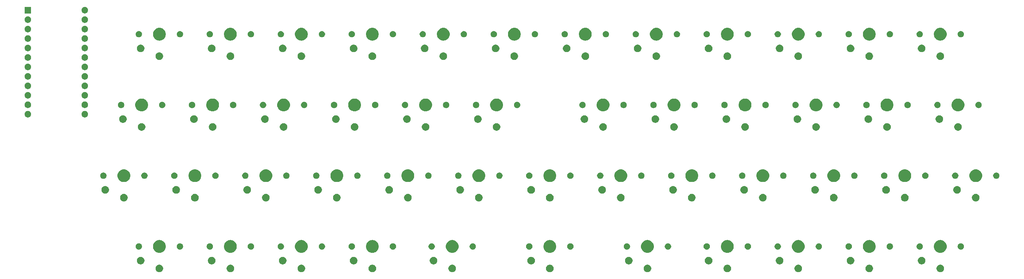
<source format=gbr>
%TF.GenerationSoftware,KiCad,Pcbnew,(5.1.6-0-10_14)*%
%TF.CreationDate,2020-06-18T08:21:16+08:00*%
%TF.ProjectId,Charming,43686172-6d69-46e6-972e-6b696361645f,v1.0*%
%TF.SameCoordinates,Original*%
%TF.FileFunction,Soldermask,Bot*%
%TF.FilePolarity,Negative*%
%FSLAX46Y46*%
G04 Gerber Fmt 4.6, Leading zero omitted, Abs format (unit mm)*
G04 Created by KiCad (PCBNEW (5.1.6-0-10_14)) date 2020-06-18 08:21:16*
%MOMM*%
%LPD*%
G01*
G04 APERTURE LIST*
%ADD10C,0.100000*%
G04 APERTURE END LIST*
D10*
G36*
X264658211Y-135903522D02*
G01*
X264756356Y-135923044D01*
X264941256Y-135999632D01*
X264941258Y-135999633D01*
X265024459Y-136055226D01*
X265107662Y-136110821D01*
X265249179Y-136252338D01*
X265360368Y-136418744D01*
X265436956Y-136603644D01*
X265476000Y-136799933D01*
X265476000Y-137000067D01*
X265436956Y-137196356D01*
X265360368Y-137381256D01*
X265249179Y-137547662D01*
X265107662Y-137689179D01*
X265024459Y-137744774D01*
X264941258Y-137800367D01*
X264941257Y-137800368D01*
X264941256Y-137800368D01*
X264756356Y-137876956D01*
X264658211Y-137896478D01*
X264560069Y-137916000D01*
X264359931Y-137916000D01*
X264261789Y-137896478D01*
X264163644Y-137876956D01*
X263978744Y-137800368D01*
X263978743Y-137800368D01*
X263978742Y-137800367D01*
X263895541Y-137744774D01*
X263812338Y-137689179D01*
X263670821Y-137547662D01*
X263559632Y-137381256D01*
X263483044Y-137196356D01*
X263444000Y-137000067D01*
X263444000Y-136799933D01*
X263483044Y-136603644D01*
X263559632Y-136418744D01*
X263670821Y-136252338D01*
X263812338Y-136110821D01*
X263895541Y-136055226D01*
X263978742Y-135999633D01*
X263978744Y-135999632D01*
X264163644Y-135923044D01*
X264261789Y-135903522D01*
X264359931Y-135884000D01*
X264560069Y-135884000D01*
X264658211Y-135903522D01*
G37*
G36*
X245658211Y-135903522D02*
G01*
X245756356Y-135923044D01*
X245941256Y-135999632D01*
X245941258Y-135999633D01*
X246024459Y-136055226D01*
X246107662Y-136110821D01*
X246249179Y-136252338D01*
X246360368Y-136418744D01*
X246436956Y-136603644D01*
X246476000Y-136799933D01*
X246476000Y-137000067D01*
X246436956Y-137196356D01*
X246360368Y-137381256D01*
X246249179Y-137547662D01*
X246107662Y-137689179D01*
X246024459Y-137744774D01*
X245941258Y-137800367D01*
X245941257Y-137800368D01*
X245941256Y-137800368D01*
X245756356Y-137876956D01*
X245658211Y-137896478D01*
X245560069Y-137916000D01*
X245359931Y-137916000D01*
X245261789Y-137896478D01*
X245163644Y-137876956D01*
X244978744Y-137800368D01*
X244978743Y-137800368D01*
X244978742Y-137800367D01*
X244895541Y-137744774D01*
X244812338Y-137689179D01*
X244670821Y-137547662D01*
X244559632Y-137381256D01*
X244483044Y-137196356D01*
X244444000Y-137000067D01*
X244444000Y-136799933D01*
X244483044Y-136603644D01*
X244559632Y-136418744D01*
X244670821Y-136252338D01*
X244812338Y-136110821D01*
X244895541Y-136055226D01*
X244978742Y-135999633D01*
X244978744Y-135999632D01*
X245163644Y-135923044D01*
X245261789Y-135903522D01*
X245359931Y-135884000D01*
X245560069Y-135884000D01*
X245658211Y-135903522D01*
G37*
G36*
X226658211Y-135903522D02*
G01*
X226756356Y-135923044D01*
X226941256Y-135999632D01*
X226941258Y-135999633D01*
X227024459Y-136055226D01*
X227107662Y-136110821D01*
X227249179Y-136252338D01*
X227360368Y-136418744D01*
X227436956Y-136603644D01*
X227476000Y-136799933D01*
X227476000Y-137000067D01*
X227436956Y-137196356D01*
X227360368Y-137381256D01*
X227249179Y-137547662D01*
X227107662Y-137689179D01*
X227024459Y-137744774D01*
X226941258Y-137800367D01*
X226941257Y-137800368D01*
X226941256Y-137800368D01*
X226756356Y-137876956D01*
X226658211Y-137896478D01*
X226560069Y-137916000D01*
X226359931Y-137916000D01*
X226261789Y-137896478D01*
X226163644Y-137876956D01*
X225978744Y-137800368D01*
X225978743Y-137800368D01*
X225978742Y-137800367D01*
X225895541Y-137744774D01*
X225812338Y-137689179D01*
X225670821Y-137547662D01*
X225559632Y-137381256D01*
X225483044Y-137196356D01*
X225444000Y-137000067D01*
X225444000Y-136799933D01*
X225483044Y-136603644D01*
X225559632Y-136418744D01*
X225670821Y-136252338D01*
X225812338Y-136110821D01*
X225895541Y-136055226D01*
X225978742Y-135999633D01*
X225978744Y-135999632D01*
X226163644Y-135923044D01*
X226261789Y-135903522D01*
X226359931Y-135884000D01*
X226560069Y-135884000D01*
X226658211Y-135903522D01*
G37*
G36*
X207658211Y-135903522D02*
G01*
X207756356Y-135923044D01*
X207941256Y-135999632D01*
X207941258Y-135999633D01*
X208024459Y-136055226D01*
X208107662Y-136110821D01*
X208249179Y-136252338D01*
X208360368Y-136418744D01*
X208436956Y-136603644D01*
X208476000Y-136799933D01*
X208476000Y-137000067D01*
X208436956Y-137196356D01*
X208360368Y-137381256D01*
X208249179Y-137547662D01*
X208107662Y-137689179D01*
X208024459Y-137744774D01*
X207941258Y-137800367D01*
X207941257Y-137800368D01*
X207941256Y-137800368D01*
X207756356Y-137876956D01*
X207658211Y-137896478D01*
X207560069Y-137916000D01*
X207359931Y-137916000D01*
X207261789Y-137896478D01*
X207163644Y-137876956D01*
X206978744Y-137800368D01*
X206978743Y-137800368D01*
X206978742Y-137800367D01*
X206895541Y-137744774D01*
X206812338Y-137689179D01*
X206670821Y-137547662D01*
X206559632Y-137381256D01*
X206483044Y-137196356D01*
X206444000Y-137000067D01*
X206444000Y-136799933D01*
X206483044Y-136603644D01*
X206559632Y-136418744D01*
X206670821Y-136252338D01*
X206812338Y-136110821D01*
X206895541Y-136055226D01*
X206978742Y-135999633D01*
X206978744Y-135999632D01*
X207163644Y-135923044D01*
X207261789Y-135903522D01*
X207359931Y-135884000D01*
X207560069Y-135884000D01*
X207658211Y-135903522D01*
G37*
G36*
X186283211Y-135903522D02*
G01*
X186381356Y-135923044D01*
X186566256Y-135999632D01*
X186566258Y-135999633D01*
X186649459Y-136055226D01*
X186732662Y-136110821D01*
X186874179Y-136252338D01*
X186985368Y-136418744D01*
X187061956Y-136603644D01*
X187101000Y-136799933D01*
X187101000Y-137000067D01*
X187061956Y-137196356D01*
X186985368Y-137381256D01*
X186874179Y-137547662D01*
X186732662Y-137689179D01*
X186649459Y-137744774D01*
X186566258Y-137800367D01*
X186566257Y-137800368D01*
X186566256Y-137800368D01*
X186381356Y-137876956D01*
X186283211Y-137896478D01*
X186185069Y-137916000D01*
X185984931Y-137916000D01*
X185886789Y-137896478D01*
X185788644Y-137876956D01*
X185603744Y-137800368D01*
X185603743Y-137800368D01*
X185603742Y-137800367D01*
X185520541Y-137744774D01*
X185437338Y-137689179D01*
X185295821Y-137547662D01*
X185184632Y-137381256D01*
X185108044Y-137196356D01*
X185069000Y-137000067D01*
X185069000Y-136799933D01*
X185108044Y-136603644D01*
X185184632Y-136418744D01*
X185295821Y-136252338D01*
X185437338Y-136110821D01*
X185520541Y-136055226D01*
X185603742Y-135999633D01*
X185603744Y-135999632D01*
X185788644Y-135923044D01*
X185886789Y-135903522D01*
X185984931Y-135884000D01*
X186185069Y-135884000D01*
X186283211Y-135903522D01*
G37*
G36*
X160158211Y-135903522D02*
G01*
X160256356Y-135923044D01*
X160441256Y-135999632D01*
X160441258Y-135999633D01*
X160524459Y-136055226D01*
X160607662Y-136110821D01*
X160749179Y-136252338D01*
X160860368Y-136418744D01*
X160936956Y-136603644D01*
X160976000Y-136799933D01*
X160976000Y-137000067D01*
X160936956Y-137196356D01*
X160860368Y-137381256D01*
X160749179Y-137547662D01*
X160607662Y-137689179D01*
X160524459Y-137744774D01*
X160441258Y-137800367D01*
X160441257Y-137800368D01*
X160441256Y-137800368D01*
X160256356Y-137876956D01*
X160158211Y-137896478D01*
X160060069Y-137916000D01*
X159859931Y-137916000D01*
X159761789Y-137896478D01*
X159663644Y-137876956D01*
X159478744Y-137800368D01*
X159478743Y-137800368D01*
X159478742Y-137800367D01*
X159395541Y-137744774D01*
X159312338Y-137689179D01*
X159170821Y-137547662D01*
X159059632Y-137381256D01*
X158983044Y-137196356D01*
X158944000Y-137000067D01*
X158944000Y-136799933D01*
X158983044Y-136603644D01*
X159059632Y-136418744D01*
X159170821Y-136252338D01*
X159312338Y-136110821D01*
X159395541Y-136055226D01*
X159478742Y-135999633D01*
X159478744Y-135999632D01*
X159663644Y-135923044D01*
X159761789Y-135903522D01*
X159859931Y-135884000D01*
X160060069Y-135884000D01*
X160158211Y-135903522D01*
G37*
G36*
X134033211Y-135903522D02*
G01*
X134131356Y-135923044D01*
X134316256Y-135999632D01*
X134316258Y-135999633D01*
X134399459Y-136055226D01*
X134482662Y-136110821D01*
X134624179Y-136252338D01*
X134735368Y-136418744D01*
X134811956Y-136603644D01*
X134851000Y-136799933D01*
X134851000Y-137000067D01*
X134811956Y-137196356D01*
X134735368Y-137381256D01*
X134624179Y-137547662D01*
X134482662Y-137689179D01*
X134399459Y-137744774D01*
X134316258Y-137800367D01*
X134316257Y-137800368D01*
X134316256Y-137800368D01*
X134131356Y-137876956D01*
X134033211Y-137896478D01*
X133935069Y-137916000D01*
X133734931Y-137916000D01*
X133636789Y-137896478D01*
X133538644Y-137876956D01*
X133353744Y-137800368D01*
X133353743Y-137800368D01*
X133353742Y-137800367D01*
X133270541Y-137744774D01*
X133187338Y-137689179D01*
X133045821Y-137547662D01*
X132934632Y-137381256D01*
X132858044Y-137196356D01*
X132819000Y-137000067D01*
X132819000Y-136799933D01*
X132858044Y-136603644D01*
X132934632Y-136418744D01*
X133045821Y-136252338D01*
X133187338Y-136110821D01*
X133270541Y-136055226D01*
X133353742Y-135999633D01*
X133353744Y-135999632D01*
X133538644Y-135923044D01*
X133636789Y-135903522D01*
X133734931Y-135884000D01*
X133935069Y-135884000D01*
X134033211Y-135903522D01*
G37*
G36*
X112658211Y-135903522D02*
G01*
X112756356Y-135923044D01*
X112941256Y-135999632D01*
X112941258Y-135999633D01*
X113024459Y-136055226D01*
X113107662Y-136110821D01*
X113249179Y-136252338D01*
X113360368Y-136418744D01*
X113436956Y-136603644D01*
X113476000Y-136799933D01*
X113476000Y-137000067D01*
X113436956Y-137196356D01*
X113360368Y-137381256D01*
X113249179Y-137547662D01*
X113107662Y-137689179D01*
X113024459Y-137744774D01*
X112941258Y-137800367D01*
X112941257Y-137800368D01*
X112941256Y-137800368D01*
X112756356Y-137876956D01*
X112658211Y-137896478D01*
X112560069Y-137916000D01*
X112359931Y-137916000D01*
X112261789Y-137896478D01*
X112163644Y-137876956D01*
X111978744Y-137800368D01*
X111978743Y-137800368D01*
X111978742Y-137800367D01*
X111895541Y-137744774D01*
X111812338Y-137689179D01*
X111670821Y-137547662D01*
X111559632Y-137381256D01*
X111483044Y-137196356D01*
X111444000Y-137000067D01*
X111444000Y-136799933D01*
X111483044Y-136603644D01*
X111559632Y-136418744D01*
X111670821Y-136252338D01*
X111812338Y-136110821D01*
X111895541Y-136055226D01*
X111978742Y-135999633D01*
X111978744Y-135999632D01*
X112163644Y-135923044D01*
X112261789Y-135903522D01*
X112359931Y-135884000D01*
X112560069Y-135884000D01*
X112658211Y-135903522D01*
G37*
G36*
X93658211Y-135903522D02*
G01*
X93756356Y-135923044D01*
X93941256Y-135999632D01*
X93941258Y-135999633D01*
X94024459Y-136055226D01*
X94107662Y-136110821D01*
X94249179Y-136252338D01*
X94360368Y-136418744D01*
X94436956Y-136603644D01*
X94476000Y-136799933D01*
X94476000Y-137000067D01*
X94436956Y-137196356D01*
X94360368Y-137381256D01*
X94249179Y-137547662D01*
X94107662Y-137689179D01*
X94024459Y-137744774D01*
X93941258Y-137800367D01*
X93941257Y-137800368D01*
X93941256Y-137800368D01*
X93756356Y-137876956D01*
X93658211Y-137896478D01*
X93560069Y-137916000D01*
X93359931Y-137916000D01*
X93261789Y-137896478D01*
X93163644Y-137876956D01*
X92978744Y-137800368D01*
X92978743Y-137800368D01*
X92978742Y-137800367D01*
X92895541Y-137744774D01*
X92812338Y-137689179D01*
X92670821Y-137547662D01*
X92559632Y-137381256D01*
X92483044Y-137196356D01*
X92444000Y-137000067D01*
X92444000Y-136799933D01*
X92483044Y-136603644D01*
X92559632Y-136418744D01*
X92670821Y-136252338D01*
X92812338Y-136110821D01*
X92895541Y-136055226D01*
X92978742Y-135999633D01*
X92978744Y-135999632D01*
X93163644Y-135923044D01*
X93261789Y-135903522D01*
X93359931Y-135884000D01*
X93560069Y-135884000D01*
X93658211Y-135903522D01*
G37*
G36*
X74658211Y-135903522D02*
G01*
X74756356Y-135923044D01*
X74941256Y-135999632D01*
X74941258Y-135999633D01*
X75024459Y-136055226D01*
X75107662Y-136110821D01*
X75249179Y-136252338D01*
X75360368Y-136418744D01*
X75436956Y-136603644D01*
X75476000Y-136799933D01*
X75476000Y-137000067D01*
X75436956Y-137196356D01*
X75360368Y-137381256D01*
X75249179Y-137547662D01*
X75107662Y-137689179D01*
X75024459Y-137744774D01*
X74941258Y-137800367D01*
X74941257Y-137800368D01*
X74941256Y-137800368D01*
X74756356Y-137876956D01*
X74658211Y-137896478D01*
X74560069Y-137916000D01*
X74359931Y-137916000D01*
X74261789Y-137896478D01*
X74163644Y-137876956D01*
X73978744Y-137800368D01*
X73978743Y-137800368D01*
X73978742Y-137800367D01*
X73895541Y-137744774D01*
X73812338Y-137689179D01*
X73670821Y-137547662D01*
X73559632Y-137381256D01*
X73483044Y-137196356D01*
X73444000Y-137000067D01*
X73444000Y-136799933D01*
X73483044Y-136603644D01*
X73559632Y-136418744D01*
X73670821Y-136252338D01*
X73812338Y-136110821D01*
X73895541Y-136055226D01*
X73978742Y-135999633D01*
X73978744Y-135999632D01*
X74163644Y-135923044D01*
X74261789Y-135903522D01*
X74359931Y-135884000D01*
X74560069Y-135884000D01*
X74658211Y-135903522D01*
G37*
G36*
X55658211Y-135903522D02*
G01*
X55756356Y-135923044D01*
X55941256Y-135999632D01*
X55941258Y-135999633D01*
X56024459Y-136055226D01*
X56107662Y-136110821D01*
X56249179Y-136252338D01*
X56360368Y-136418744D01*
X56436956Y-136603644D01*
X56476000Y-136799933D01*
X56476000Y-137000067D01*
X56436956Y-137196356D01*
X56360368Y-137381256D01*
X56249179Y-137547662D01*
X56107662Y-137689179D01*
X56024459Y-137744774D01*
X55941258Y-137800367D01*
X55941257Y-137800368D01*
X55941256Y-137800368D01*
X55756356Y-137876956D01*
X55658211Y-137896478D01*
X55560069Y-137916000D01*
X55359931Y-137916000D01*
X55261789Y-137896478D01*
X55163644Y-137876956D01*
X54978744Y-137800368D01*
X54978743Y-137800368D01*
X54978742Y-137800367D01*
X54895541Y-137744774D01*
X54812338Y-137689179D01*
X54670821Y-137547662D01*
X54559632Y-137381256D01*
X54483044Y-137196356D01*
X54444000Y-137000067D01*
X54444000Y-136799933D01*
X54483044Y-136603644D01*
X54559632Y-136418744D01*
X54670821Y-136252338D01*
X54812338Y-136110821D01*
X54895541Y-136055226D01*
X54978742Y-135999633D01*
X54978744Y-135999632D01*
X55163644Y-135923044D01*
X55261789Y-135903522D01*
X55359931Y-135884000D01*
X55560069Y-135884000D01*
X55658211Y-135903522D01*
G37*
G36*
X69658212Y-133803522D02*
G01*
X69756356Y-133823044D01*
X69941256Y-133899632D01*
X69941258Y-133899633D01*
X70024459Y-133955226D01*
X70107662Y-134010821D01*
X70249179Y-134152338D01*
X70360368Y-134318744D01*
X70436956Y-134503644D01*
X70476000Y-134699933D01*
X70476000Y-134900067D01*
X70436956Y-135096356D01*
X70360368Y-135281256D01*
X70249179Y-135447662D01*
X70107662Y-135589179D01*
X70024459Y-135644773D01*
X69941258Y-135700367D01*
X69941257Y-135700368D01*
X69941256Y-135700368D01*
X69756356Y-135776956D01*
X69658212Y-135796478D01*
X69560069Y-135816000D01*
X69359931Y-135816000D01*
X69261788Y-135796478D01*
X69163644Y-135776956D01*
X68978744Y-135700368D01*
X68978743Y-135700368D01*
X68978742Y-135700367D01*
X68895541Y-135644773D01*
X68812338Y-135589179D01*
X68670821Y-135447662D01*
X68559632Y-135281256D01*
X68483044Y-135096356D01*
X68444000Y-134900067D01*
X68444000Y-134699933D01*
X68483044Y-134503644D01*
X68559632Y-134318744D01*
X68670821Y-134152338D01*
X68812338Y-134010821D01*
X68895541Y-133955226D01*
X68978742Y-133899633D01*
X68978744Y-133899632D01*
X69163644Y-133823044D01*
X69261788Y-133803522D01*
X69359931Y-133784000D01*
X69560069Y-133784000D01*
X69658212Y-133803522D01*
G37*
G36*
X50658212Y-133803522D02*
G01*
X50756356Y-133823044D01*
X50941256Y-133899632D01*
X50941258Y-133899633D01*
X51024459Y-133955226D01*
X51107662Y-134010821D01*
X51249179Y-134152338D01*
X51360368Y-134318744D01*
X51436956Y-134503644D01*
X51476000Y-134699933D01*
X51476000Y-134900067D01*
X51436956Y-135096356D01*
X51360368Y-135281256D01*
X51249179Y-135447662D01*
X51107662Y-135589179D01*
X51024459Y-135644773D01*
X50941258Y-135700367D01*
X50941257Y-135700368D01*
X50941256Y-135700368D01*
X50756356Y-135776956D01*
X50658212Y-135796478D01*
X50560069Y-135816000D01*
X50359931Y-135816000D01*
X50261788Y-135796478D01*
X50163644Y-135776956D01*
X49978744Y-135700368D01*
X49978743Y-135700368D01*
X49978742Y-135700367D01*
X49895541Y-135644773D01*
X49812338Y-135589179D01*
X49670821Y-135447662D01*
X49559632Y-135281256D01*
X49483044Y-135096356D01*
X49444000Y-134900067D01*
X49444000Y-134699933D01*
X49483044Y-134503644D01*
X49559632Y-134318744D01*
X49670821Y-134152338D01*
X49812338Y-134010821D01*
X49895541Y-133955226D01*
X49978742Y-133899633D01*
X49978744Y-133899632D01*
X50163644Y-133823044D01*
X50261788Y-133803522D01*
X50359931Y-133784000D01*
X50560069Y-133784000D01*
X50658212Y-133803522D01*
G37*
G36*
X88658212Y-133803522D02*
G01*
X88756356Y-133823044D01*
X88941256Y-133899632D01*
X88941258Y-133899633D01*
X89024459Y-133955226D01*
X89107662Y-134010821D01*
X89249179Y-134152338D01*
X89360368Y-134318744D01*
X89436956Y-134503644D01*
X89476000Y-134699933D01*
X89476000Y-134900067D01*
X89436956Y-135096356D01*
X89360368Y-135281256D01*
X89249179Y-135447662D01*
X89107662Y-135589179D01*
X89024459Y-135644773D01*
X88941258Y-135700367D01*
X88941257Y-135700368D01*
X88941256Y-135700368D01*
X88756356Y-135776956D01*
X88658212Y-135796478D01*
X88560069Y-135816000D01*
X88359931Y-135816000D01*
X88261788Y-135796478D01*
X88163644Y-135776956D01*
X87978744Y-135700368D01*
X87978743Y-135700368D01*
X87978742Y-135700367D01*
X87895541Y-135644773D01*
X87812338Y-135589179D01*
X87670821Y-135447662D01*
X87559632Y-135281256D01*
X87483044Y-135096356D01*
X87444000Y-134900067D01*
X87444000Y-134699933D01*
X87483044Y-134503644D01*
X87559632Y-134318744D01*
X87670821Y-134152338D01*
X87812338Y-134010821D01*
X87895541Y-133955226D01*
X87978742Y-133899633D01*
X87978744Y-133899632D01*
X88163644Y-133823044D01*
X88261788Y-133803522D01*
X88359931Y-133784000D01*
X88560069Y-133784000D01*
X88658212Y-133803522D01*
G37*
G36*
X107658212Y-133803522D02*
G01*
X107756356Y-133823044D01*
X107941256Y-133899632D01*
X107941258Y-133899633D01*
X108024459Y-133955226D01*
X108107662Y-134010821D01*
X108249179Y-134152338D01*
X108360368Y-134318744D01*
X108436956Y-134503644D01*
X108476000Y-134699933D01*
X108476000Y-134900067D01*
X108436956Y-135096356D01*
X108360368Y-135281256D01*
X108249179Y-135447662D01*
X108107662Y-135589179D01*
X108024459Y-135644773D01*
X107941258Y-135700367D01*
X107941257Y-135700368D01*
X107941256Y-135700368D01*
X107756356Y-135776956D01*
X107658212Y-135796478D01*
X107560069Y-135816000D01*
X107359931Y-135816000D01*
X107261788Y-135796478D01*
X107163644Y-135776956D01*
X106978744Y-135700368D01*
X106978743Y-135700368D01*
X106978742Y-135700367D01*
X106895541Y-135644773D01*
X106812338Y-135589179D01*
X106670821Y-135447662D01*
X106559632Y-135281256D01*
X106483044Y-135096356D01*
X106444000Y-134900067D01*
X106444000Y-134699933D01*
X106483044Y-134503644D01*
X106559632Y-134318744D01*
X106670821Y-134152338D01*
X106812338Y-134010821D01*
X106895541Y-133955226D01*
X106978742Y-133899633D01*
X106978744Y-133899632D01*
X107163644Y-133823044D01*
X107261788Y-133803522D01*
X107359931Y-133784000D01*
X107560069Y-133784000D01*
X107658212Y-133803522D01*
G37*
G36*
X129033212Y-133803522D02*
G01*
X129131356Y-133823044D01*
X129316256Y-133899632D01*
X129316258Y-133899633D01*
X129399459Y-133955226D01*
X129482662Y-134010821D01*
X129624179Y-134152338D01*
X129735368Y-134318744D01*
X129811956Y-134503644D01*
X129851000Y-134699933D01*
X129851000Y-134900067D01*
X129811956Y-135096356D01*
X129735368Y-135281256D01*
X129624179Y-135447662D01*
X129482662Y-135589179D01*
X129399459Y-135644773D01*
X129316258Y-135700367D01*
X129316257Y-135700368D01*
X129316256Y-135700368D01*
X129131356Y-135776956D01*
X129033212Y-135796478D01*
X128935069Y-135816000D01*
X128734931Y-135816000D01*
X128636788Y-135796478D01*
X128538644Y-135776956D01*
X128353744Y-135700368D01*
X128353743Y-135700368D01*
X128353742Y-135700367D01*
X128270541Y-135644773D01*
X128187338Y-135589179D01*
X128045821Y-135447662D01*
X127934632Y-135281256D01*
X127858044Y-135096356D01*
X127819000Y-134900067D01*
X127819000Y-134699933D01*
X127858044Y-134503644D01*
X127934632Y-134318744D01*
X128045821Y-134152338D01*
X128187338Y-134010821D01*
X128270541Y-133955226D01*
X128353742Y-133899633D01*
X128353744Y-133899632D01*
X128538644Y-133823044D01*
X128636788Y-133803522D01*
X128734931Y-133784000D01*
X128935069Y-133784000D01*
X129033212Y-133803522D01*
G37*
G36*
X155158212Y-133803522D02*
G01*
X155256356Y-133823044D01*
X155441256Y-133899632D01*
X155441258Y-133899633D01*
X155524459Y-133955226D01*
X155607662Y-134010821D01*
X155749179Y-134152338D01*
X155860368Y-134318744D01*
X155936956Y-134503644D01*
X155976000Y-134699933D01*
X155976000Y-134900067D01*
X155936956Y-135096356D01*
X155860368Y-135281256D01*
X155749179Y-135447662D01*
X155607662Y-135589179D01*
X155524459Y-135644773D01*
X155441258Y-135700367D01*
X155441257Y-135700368D01*
X155441256Y-135700368D01*
X155256356Y-135776956D01*
X155158212Y-135796478D01*
X155060069Y-135816000D01*
X154859931Y-135816000D01*
X154761788Y-135796478D01*
X154663644Y-135776956D01*
X154478744Y-135700368D01*
X154478743Y-135700368D01*
X154478742Y-135700367D01*
X154395541Y-135644773D01*
X154312338Y-135589179D01*
X154170821Y-135447662D01*
X154059632Y-135281256D01*
X153983044Y-135096356D01*
X153944000Y-134900067D01*
X153944000Y-134699933D01*
X153983044Y-134503644D01*
X154059632Y-134318744D01*
X154170821Y-134152338D01*
X154312338Y-134010821D01*
X154395541Y-133955226D01*
X154478742Y-133899633D01*
X154478744Y-133899632D01*
X154663644Y-133823044D01*
X154761788Y-133803522D01*
X154859931Y-133784000D01*
X155060069Y-133784000D01*
X155158212Y-133803522D01*
G37*
G36*
X181283212Y-133803522D02*
G01*
X181381356Y-133823044D01*
X181566256Y-133899632D01*
X181566258Y-133899633D01*
X181649459Y-133955226D01*
X181732662Y-134010821D01*
X181874179Y-134152338D01*
X181985368Y-134318744D01*
X182061956Y-134503644D01*
X182101000Y-134699933D01*
X182101000Y-134900067D01*
X182061956Y-135096356D01*
X181985368Y-135281256D01*
X181874179Y-135447662D01*
X181732662Y-135589179D01*
X181649459Y-135644773D01*
X181566258Y-135700367D01*
X181566257Y-135700368D01*
X181566256Y-135700368D01*
X181381356Y-135776956D01*
X181283212Y-135796478D01*
X181185069Y-135816000D01*
X180984931Y-135816000D01*
X180886788Y-135796478D01*
X180788644Y-135776956D01*
X180603744Y-135700368D01*
X180603743Y-135700368D01*
X180603742Y-135700367D01*
X180520541Y-135644773D01*
X180437338Y-135589179D01*
X180295821Y-135447662D01*
X180184632Y-135281256D01*
X180108044Y-135096356D01*
X180069000Y-134900067D01*
X180069000Y-134699933D01*
X180108044Y-134503644D01*
X180184632Y-134318744D01*
X180295821Y-134152338D01*
X180437338Y-134010821D01*
X180520541Y-133955226D01*
X180603742Y-133899633D01*
X180603744Y-133899632D01*
X180788644Y-133823044D01*
X180886788Y-133803522D01*
X180984931Y-133784000D01*
X181185069Y-133784000D01*
X181283212Y-133803522D01*
G37*
G36*
X202658212Y-133803522D02*
G01*
X202756356Y-133823044D01*
X202941256Y-133899632D01*
X202941258Y-133899633D01*
X203024459Y-133955226D01*
X203107662Y-134010821D01*
X203249179Y-134152338D01*
X203360368Y-134318744D01*
X203436956Y-134503644D01*
X203476000Y-134699933D01*
X203476000Y-134900067D01*
X203436956Y-135096356D01*
X203360368Y-135281256D01*
X203249179Y-135447662D01*
X203107662Y-135589179D01*
X203024459Y-135644773D01*
X202941258Y-135700367D01*
X202941257Y-135700368D01*
X202941256Y-135700368D01*
X202756356Y-135776956D01*
X202658212Y-135796478D01*
X202560069Y-135816000D01*
X202359931Y-135816000D01*
X202261788Y-135796478D01*
X202163644Y-135776956D01*
X201978744Y-135700368D01*
X201978743Y-135700368D01*
X201978742Y-135700367D01*
X201895541Y-135644773D01*
X201812338Y-135589179D01*
X201670821Y-135447662D01*
X201559632Y-135281256D01*
X201483044Y-135096356D01*
X201444000Y-134900067D01*
X201444000Y-134699933D01*
X201483044Y-134503644D01*
X201559632Y-134318744D01*
X201670821Y-134152338D01*
X201812338Y-134010821D01*
X201895541Y-133955226D01*
X201978742Y-133899633D01*
X201978744Y-133899632D01*
X202163644Y-133823044D01*
X202261788Y-133803522D01*
X202359931Y-133784000D01*
X202560069Y-133784000D01*
X202658212Y-133803522D01*
G37*
G36*
X259658212Y-133803522D02*
G01*
X259756356Y-133823044D01*
X259941256Y-133899632D01*
X259941258Y-133899633D01*
X260024459Y-133955226D01*
X260107662Y-134010821D01*
X260249179Y-134152338D01*
X260360368Y-134318744D01*
X260436956Y-134503644D01*
X260476000Y-134699933D01*
X260476000Y-134900067D01*
X260436956Y-135096356D01*
X260360368Y-135281256D01*
X260249179Y-135447662D01*
X260107662Y-135589179D01*
X260024459Y-135644773D01*
X259941258Y-135700367D01*
X259941257Y-135700368D01*
X259941256Y-135700368D01*
X259756356Y-135776956D01*
X259658212Y-135796478D01*
X259560069Y-135816000D01*
X259359931Y-135816000D01*
X259261788Y-135796478D01*
X259163644Y-135776956D01*
X258978744Y-135700368D01*
X258978743Y-135700368D01*
X258978742Y-135700367D01*
X258895541Y-135644773D01*
X258812338Y-135589179D01*
X258670821Y-135447662D01*
X258559632Y-135281256D01*
X258483044Y-135096356D01*
X258444000Y-134900067D01*
X258444000Y-134699933D01*
X258483044Y-134503644D01*
X258559632Y-134318744D01*
X258670821Y-134152338D01*
X258812338Y-134010821D01*
X258895541Y-133955226D01*
X258978742Y-133899633D01*
X258978744Y-133899632D01*
X259163644Y-133823044D01*
X259261788Y-133803522D01*
X259359931Y-133784000D01*
X259560069Y-133784000D01*
X259658212Y-133803522D01*
G37*
G36*
X221658212Y-133803522D02*
G01*
X221756356Y-133823044D01*
X221941256Y-133899632D01*
X221941258Y-133899633D01*
X222024459Y-133955226D01*
X222107662Y-134010821D01*
X222249179Y-134152338D01*
X222360368Y-134318744D01*
X222436956Y-134503644D01*
X222476000Y-134699933D01*
X222476000Y-134900067D01*
X222436956Y-135096356D01*
X222360368Y-135281256D01*
X222249179Y-135447662D01*
X222107662Y-135589179D01*
X222024459Y-135644773D01*
X221941258Y-135700367D01*
X221941257Y-135700368D01*
X221941256Y-135700368D01*
X221756356Y-135776956D01*
X221658212Y-135796478D01*
X221560069Y-135816000D01*
X221359931Y-135816000D01*
X221261788Y-135796478D01*
X221163644Y-135776956D01*
X220978744Y-135700368D01*
X220978743Y-135700368D01*
X220978742Y-135700367D01*
X220895541Y-135644773D01*
X220812338Y-135589179D01*
X220670821Y-135447662D01*
X220559632Y-135281256D01*
X220483044Y-135096356D01*
X220444000Y-134900067D01*
X220444000Y-134699933D01*
X220483044Y-134503644D01*
X220559632Y-134318744D01*
X220670821Y-134152338D01*
X220812338Y-134010821D01*
X220895541Y-133955226D01*
X220978742Y-133899633D01*
X220978744Y-133899632D01*
X221163644Y-133823044D01*
X221261788Y-133803522D01*
X221359931Y-133784000D01*
X221560069Y-133784000D01*
X221658212Y-133803522D01*
G37*
G36*
X240658212Y-133803522D02*
G01*
X240756356Y-133823044D01*
X240941256Y-133899632D01*
X240941258Y-133899633D01*
X241024459Y-133955226D01*
X241107662Y-134010821D01*
X241249179Y-134152338D01*
X241360368Y-134318744D01*
X241436956Y-134503644D01*
X241476000Y-134699933D01*
X241476000Y-134900067D01*
X241436956Y-135096356D01*
X241360368Y-135281256D01*
X241249179Y-135447662D01*
X241107662Y-135589179D01*
X241024459Y-135644773D01*
X240941258Y-135700367D01*
X240941257Y-135700368D01*
X240941256Y-135700368D01*
X240756356Y-135776956D01*
X240658212Y-135796478D01*
X240560069Y-135816000D01*
X240359931Y-135816000D01*
X240261788Y-135796478D01*
X240163644Y-135776956D01*
X239978744Y-135700368D01*
X239978743Y-135700368D01*
X239978742Y-135700367D01*
X239895541Y-135644773D01*
X239812338Y-135589179D01*
X239670821Y-135447662D01*
X239559632Y-135281256D01*
X239483044Y-135096356D01*
X239444000Y-134900067D01*
X239444000Y-134699933D01*
X239483044Y-134503644D01*
X239559632Y-134318744D01*
X239670821Y-134152338D01*
X239812338Y-134010821D01*
X239895541Y-133955226D01*
X239978742Y-133899633D01*
X239978744Y-133899632D01*
X240163644Y-133823044D01*
X240261788Y-133803522D01*
X240359931Y-133784000D01*
X240560069Y-133784000D01*
X240658212Y-133803522D01*
G37*
G36*
X74739276Y-129307462D02*
G01*
X74960101Y-129351387D01*
X75168114Y-129437549D01*
X75272121Y-129480630D01*
X75458903Y-129605434D01*
X75552930Y-129668261D01*
X75791739Y-129907070D01*
X75791740Y-129907072D01*
X75979370Y-130187879D01*
X75979370Y-130187880D01*
X76108613Y-130499899D01*
X76174500Y-130831136D01*
X76174500Y-131168864D01*
X76108613Y-131500101D01*
X76041992Y-131660937D01*
X75979370Y-131812121D01*
X75854566Y-131998903D01*
X75791739Y-132092930D01*
X75552930Y-132331739D01*
X75458903Y-132394566D01*
X75272121Y-132519370D01*
X75168114Y-132562451D01*
X74960101Y-132648613D01*
X74739276Y-132692538D01*
X74628865Y-132714500D01*
X74291135Y-132714500D01*
X74180724Y-132692538D01*
X73959899Y-132648613D01*
X73751886Y-132562451D01*
X73647879Y-132519370D01*
X73461097Y-132394566D01*
X73367070Y-132331739D01*
X73128261Y-132092930D01*
X73065434Y-131998903D01*
X72940630Y-131812121D01*
X72878008Y-131660937D01*
X72811387Y-131500101D01*
X72745500Y-131168864D01*
X72745500Y-130831136D01*
X72811387Y-130499899D01*
X72940630Y-130187880D01*
X72940630Y-130187879D01*
X73128260Y-129907072D01*
X73128261Y-129907070D01*
X73367070Y-129668261D01*
X73461097Y-129605434D01*
X73647879Y-129480630D01*
X73751886Y-129437549D01*
X73959899Y-129351387D01*
X74180724Y-129307462D01*
X74291135Y-129285500D01*
X74628865Y-129285500D01*
X74739276Y-129307462D01*
G37*
G36*
X264739276Y-129307462D02*
G01*
X264960101Y-129351387D01*
X265168114Y-129437549D01*
X265272121Y-129480630D01*
X265458903Y-129605434D01*
X265552930Y-129668261D01*
X265791739Y-129907070D01*
X265791740Y-129907072D01*
X265979370Y-130187879D01*
X265979370Y-130187880D01*
X266108613Y-130499899D01*
X266174500Y-130831136D01*
X266174500Y-131168864D01*
X266108613Y-131500101D01*
X266041992Y-131660937D01*
X265979370Y-131812121D01*
X265854566Y-131998903D01*
X265791739Y-132092930D01*
X265552930Y-132331739D01*
X265458903Y-132394566D01*
X265272121Y-132519370D01*
X265168114Y-132562451D01*
X264960101Y-132648613D01*
X264739276Y-132692538D01*
X264628865Y-132714500D01*
X264291135Y-132714500D01*
X264180724Y-132692538D01*
X263959899Y-132648613D01*
X263751886Y-132562451D01*
X263647879Y-132519370D01*
X263461097Y-132394566D01*
X263367070Y-132331739D01*
X263128261Y-132092930D01*
X263065434Y-131998903D01*
X262940630Y-131812121D01*
X262878008Y-131660937D01*
X262811387Y-131500101D01*
X262745500Y-131168864D01*
X262745500Y-130831136D01*
X262811387Y-130499899D01*
X262940630Y-130187880D01*
X262940630Y-130187879D01*
X263128260Y-129907072D01*
X263128261Y-129907070D01*
X263367070Y-129668261D01*
X263461097Y-129605434D01*
X263647879Y-129480630D01*
X263751886Y-129437549D01*
X263959899Y-129351387D01*
X264180724Y-129307462D01*
X264291135Y-129285500D01*
X264628865Y-129285500D01*
X264739276Y-129307462D01*
G37*
G36*
X245739276Y-129307462D02*
G01*
X245960101Y-129351387D01*
X246168114Y-129437549D01*
X246272121Y-129480630D01*
X246458903Y-129605434D01*
X246552930Y-129668261D01*
X246791739Y-129907070D01*
X246791740Y-129907072D01*
X246979370Y-130187879D01*
X246979370Y-130187880D01*
X247108613Y-130499899D01*
X247174500Y-130831136D01*
X247174500Y-131168864D01*
X247108613Y-131500101D01*
X247041992Y-131660937D01*
X246979370Y-131812121D01*
X246854566Y-131998903D01*
X246791739Y-132092930D01*
X246552930Y-132331739D01*
X246458903Y-132394566D01*
X246272121Y-132519370D01*
X246168114Y-132562451D01*
X245960101Y-132648613D01*
X245739276Y-132692538D01*
X245628865Y-132714500D01*
X245291135Y-132714500D01*
X245180724Y-132692538D01*
X244959899Y-132648613D01*
X244751886Y-132562451D01*
X244647879Y-132519370D01*
X244461097Y-132394566D01*
X244367070Y-132331739D01*
X244128261Y-132092930D01*
X244065434Y-131998903D01*
X243940630Y-131812121D01*
X243878008Y-131660937D01*
X243811387Y-131500101D01*
X243745500Y-131168864D01*
X243745500Y-130831136D01*
X243811387Y-130499899D01*
X243940630Y-130187880D01*
X243940630Y-130187879D01*
X244128260Y-129907072D01*
X244128261Y-129907070D01*
X244367070Y-129668261D01*
X244461097Y-129605434D01*
X244647879Y-129480630D01*
X244751886Y-129437549D01*
X244959899Y-129351387D01*
X245180724Y-129307462D01*
X245291135Y-129285500D01*
X245628865Y-129285500D01*
X245739276Y-129307462D01*
G37*
G36*
X55739276Y-129307462D02*
G01*
X55960101Y-129351387D01*
X56168114Y-129437549D01*
X56272121Y-129480630D01*
X56458903Y-129605434D01*
X56552930Y-129668261D01*
X56791739Y-129907070D01*
X56791740Y-129907072D01*
X56979370Y-130187879D01*
X56979370Y-130187880D01*
X57108613Y-130499899D01*
X57174500Y-130831136D01*
X57174500Y-131168864D01*
X57108613Y-131500101D01*
X57041992Y-131660937D01*
X56979370Y-131812121D01*
X56854566Y-131998903D01*
X56791739Y-132092930D01*
X56552930Y-132331739D01*
X56458903Y-132394566D01*
X56272121Y-132519370D01*
X56168114Y-132562451D01*
X55960101Y-132648613D01*
X55739276Y-132692538D01*
X55628865Y-132714500D01*
X55291135Y-132714500D01*
X55180724Y-132692538D01*
X54959899Y-132648613D01*
X54751886Y-132562451D01*
X54647879Y-132519370D01*
X54461097Y-132394566D01*
X54367070Y-132331739D01*
X54128261Y-132092930D01*
X54065434Y-131998903D01*
X53940630Y-131812121D01*
X53878008Y-131660937D01*
X53811387Y-131500101D01*
X53745500Y-131168864D01*
X53745500Y-130831136D01*
X53811387Y-130499899D01*
X53940630Y-130187880D01*
X53940630Y-130187879D01*
X54128260Y-129907072D01*
X54128261Y-129907070D01*
X54367070Y-129668261D01*
X54461097Y-129605434D01*
X54647879Y-129480630D01*
X54751886Y-129437549D01*
X54959899Y-129351387D01*
X55180724Y-129307462D01*
X55291135Y-129285500D01*
X55628865Y-129285500D01*
X55739276Y-129307462D01*
G37*
G36*
X226739276Y-129307462D02*
G01*
X226960101Y-129351387D01*
X227168114Y-129437549D01*
X227272121Y-129480630D01*
X227458903Y-129605434D01*
X227552930Y-129668261D01*
X227791739Y-129907070D01*
X227791740Y-129907072D01*
X227979370Y-130187879D01*
X227979370Y-130187880D01*
X228108613Y-130499899D01*
X228174500Y-130831136D01*
X228174500Y-131168864D01*
X228108613Y-131500101D01*
X228041992Y-131660937D01*
X227979370Y-131812121D01*
X227854566Y-131998903D01*
X227791739Y-132092930D01*
X227552930Y-132331739D01*
X227458903Y-132394566D01*
X227272121Y-132519370D01*
X227168114Y-132562451D01*
X226960101Y-132648613D01*
X226739276Y-132692538D01*
X226628865Y-132714500D01*
X226291135Y-132714500D01*
X226180724Y-132692538D01*
X225959899Y-132648613D01*
X225751886Y-132562451D01*
X225647879Y-132519370D01*
X225461097Y-132394566D01*
X225367070Y-132331739D01*
X225128261Y-132092930D01*
X225065434Y-131998903D01*
X224940630Y-131812121D01*
X224878008Y-131660937D01*
X224811387Y-131500101D01*
X224745500Y-131168864D01*
X224745500Y-130831136D01*
X224811387Y-130499899D01*
X224940630Y-130187880D01*
X224940630Y-130187879D01*
X225128260Y-129907072D01*
X225128261Y-129907070D01*
X225367070Y-129668261D01*
X225461097Y-129605434D01*
X225647879Y-129480630D01*
X225751886Y-129437549D01*
X225959899Y-129351387D01*
X226180724Y-129307462D01*
X226291135Y-129285500D01*
X226628865Y-129285500D01*
X226739276Y-129307462D01*
G37*
G36*
X207739276Y-129307462D02*
G01*
X207960101Y-129351387D01*
X208168114Y-129437549D01*
X208272121Y-129480630D01*
X208458903Y-129605434D01*
X208552930Y-129668261D01*
X208791739Y-129907070D01*
X208791740Y-129907072D01*
X208979370Y-130187879D01*
X208979370Y-130187880D01*
X209108613Y-130499899D01*
X209174500Y-130831136D01*
X209174500Y-131168864D01*
X209108613Y-131500101D01*
X209041992Y-131660937D01*
X208979370Y-131812121D01*
X208854566Y-131998903D01*
X208791739Y-132092930D01*
X208552930Y-132331739D01*
X208458903Y-132394566D01*
X208272121Y-132519370D01*
X208168114Y-132562451D01*
X207960101Y-132648613D01*
X207739276Y-132692538D01*
X207628865Y-132714500D01*
X207291135Y-132714500D01*
X207180724Y-132692538D01*
X206959899Y-132648613D01*
X206751886Y-132562451D01*
X206647879Y-132519370D01*
X206461097Y-132394566D01*
X206367070Y-132331739D01*
X206128261Y-132092930D01*
X206065434Y-131998903D01*
X205940630Y-131812121D01*
X205878008Y-131660937D01*
X205811387Y-131500101D01*
X205745500Y-131168864D01*
X205745500Y-130831136D01*
X205811387Y-130499899D01*
X205940630Y-130187880D01*
X205940630Y-130187879D01*
X206128260Y-129907072D01*
X206128261Y-129907070D01*
X206367070Y-129668261D01*
X206461097Y-129605434D01*
X206647879Y-129480630D01*
X206751886Y-129437549D01*
X206959899Y-129351387D01*
X207180724Y-129307462D01*
X207291135Y-129285500D01*
X207628865Y-129285500D01*
X207739276Y-129307462D01*
G37*
G36*
X93739276Y-129307462D02*
G01*
X93960101Y-129351387D01*
X94168114Y-129437549D01*
X94272121Y-129480630D01*
X94458903Y-129605434D01*
X94552930Y-129668261D01*
X94791739Y-129907070D01*
X94791740Y-129907072D01*
X94979370Y-130187879D01*
X94979370Y-130187880D01*
X95108613Y-130499899D01*
X95174500Y-130831136D01*
X95174500Y-131168864D01*
X95108613Y-131500101D01*
X95041992Y-131660937D01*
X94979370Y-131812121D01*
X94854566Y-131998903D01*
X94791739Y-132092930D01*
X94552930Y-132331739D01*
X94458903Y-132394566D01*
X94272121Y-132519370D01*
X94168114Y-132562451D01*
X93960101Y-132648613D01*
X93739276Y-132692538D01*
X93628865Y-132714500D01*
X93291135Y-132714500D01*
X93180724Y-132692538D01*
X92959899Y-132648613D01*
X92751886Y-132562451D01*
X92647879Y-132519370D01*
X92461097Y-132394566D01*
X92367070Y-132331739D01*
X92128261Y-132092930D01*
X92065434Y-131998903D01*
X91940630Y-131812121D01*
X91878008Y-131660937D01*
X91811387Y-131500101D01*
X91745500Y-131168864D01*
X91745500Y-130831136D01*
X91811387Y-130499899D01*
X91940630Y-130187880D01*
X91940630Y-130187879D01*
X92128260Y-129907072D01*
X92128261Y-129907070D01*
X92367070Y-129668261D01*
X92461097Y-129605434D01*
X92647879Y-129480630D01*
X92751886Y-129437549D01*
X92959899Y-129351387D01*
X93180724Y-129307462D01*
X93291135Y-129285500D01*
X93628865Y-129285500D01*
X93739276Y-129307462D01*
G37*
G36*
X186364276Y-129307462D02*
G01*
X186585101Y-129351387D01*
X186793114Y-129437549D01*
X186897121Y-129480630D01*
X187083903Y-129605434D01*
X187177930Y-129668261D01*
X187416739Y-129907070D01*
X187416740Y-129907072D01*
X187604370Y-130187879D01*
X187604370Y-130187880D01*
X187733613Y-130499899D01*
X187799500Y-130831136D01*
X187799500Y-131168864D01*
X187733613Y-131500101D01*
X187666992Y-131660937D01*
X187604370Y-131812121D01*
X187479566Y-131998903D01*
X187416739Y-132092930D01*
X187177930Y-132331739D01*
X187083903Y-132394566D01*
X186897121Y-132519370D01*
X186793114Y-132562451D01*
X186585101Y-132648613D01*
X186364276Y-132692538D01*
X186253865Y-132714500D01*
X185916135Y-132714500D01*
X185805724Y-132692538D01*
X185584899Y-132648613D01*
X185376886Y-132562451D01*
X185272879Y-132519370D01*
X185086097Y-132394566D01*
X184992070Y-132331739D01*
X184753261Y-132092930D01*
X184690434Y-131998903D01*
X184565630Y-131812121D01*
X184503008Y-131660937D01*
X184436387Y-131500101D01*
X184370500Y-131168864D01*
X184370500Y-130831136D01*
X184436387Y-130499899D01*
X184565630Y-130187880D01*
X184565630Y-130187879D01*
X184753260Y-129907072D01*
X184753261Y-129907070D01*
X184992070Y-129668261D01*
X185086097Y-129605434D01*
X185272879Y-129480630D01*
X185376886Y-129437549D01*
X185584899Y-129351387D01*
X185805724Y-129307462D01*
X185916135Y-129285500D01*
X186253865Y-129285500D01*
X186364276Y-129307462D01*
G37*
G36*
X160239276Y-129307462D02*
G01*
X160460101Y-129351387D01*
X160668114Y-129437549D01*
X160772121Y-129480630D01*
X160958903Y-129605434D01*
X161052930Y-129668261D01*
X161291739Y-129907070D01*
X161291740Y-129907072D01*
X161479370Y-130187879D01*
X161479370Y-130187880D01*
X161608613Y-130499899D01*
X161674500Y-130831136D01*
X161674500Y-131168864D01*
X161608613Y-131500101D01*
X161541992Y-131660937D01*
X161479370Y-131812121D01*
X161354566Y-131998903D01*
X161291739Y-132092930D01*
X161052930Y-132331739D01*
X160958903Y-132394566D01*
X160772121Y-132519370D01*
X160668114Y-132562451D01*
X160460101Y-132648613D01*
X160239276Y-132692538D01*
X160128865Y-132714500D01*
X159791135Y-132714500D01*
X159680724Y-132692538D01*
X159459899Y-132648613D01*
X159251886Y-132562451D01*
X159147879Y-132519370D01*
X158961097Y-132394566D01*
X158867070Y-132331739D01*
X158628261Y-132092930D01*
X158565434Y-131998903D01*
X158440630Y-131812121D01*
X158378008Y-131660937D01*
X158311387Y-131500101D01*
X158245500Y-131168864D01*
X158245500Y-130831136D01*
X158311387Y-130499899D01*
X158440630Y-130187880D01*
X158440630Y-130187879D01*
X158628260Y-129907072D01*
X158628261Y-129907070D01*
X158867070Y-129668261D01*
X158961097Y-129605434D01*
X159147879Y-129480630D01*
X159251886Y-129437549D01*
X159459899Y-129351387D01*
X159680724Y-129307462D01*
X159791135Y-129285500D01*
X160128865Y-129285500D01*
X160239276Y-129307462D01*
G37*
G36*
X112739276Y-129307462D02*
G01*
X112960101Y-129351387D01*
X113168114Y-129437549D01*
X113272121Y-129480630D01*
X113458903Y-129605434D01*
X113552930Y-129668261D01*
X113791739Y-129907070D01*
X113791740Y-129907072D01*
X113979370Y-130187879D01*
X113979370Y-130187880D01*
X114108613Y-130499899D01*
X114174500Y-130831136D01*
X114174500Y-131168864D01*
X114108613Y-131500101D01*
X114041992Y-131660937D01*
X113979370Y-131812121D01*
X113854566Y-131998903D01*
X113791739Y-132092930D01*
X113552930Y-132331739D01*
X113458903Y-132394566D01*
X113272121Y-132519370D01*
X113168114Y-132562451D01*
X112960101Y-132648613D01*
X112739276Y-132692538D01*
X112628865Y-132714500D01*
X112291135Y-132714500D01*
X112180724Y-132692538D01*
X111959899Y-132648613D01*
X111751886Y-132562451D01*
X111647879Y-132519370D01*
X111461097Y-132394566D01*
X111367070Y-132331739D01*
X111128261Y-132092930D01*
X111065434Y-131998903D01*
X110940630Y-131812121D01*
X110878008Y-131660937D01*
X110811387Y-131500101D01*
X110745500Y-131168864D01*
X110745500Y-130831136D01*
X110811387Y-130499899D01*
X110940630Y-130187880D01*
X110940630Y-130187879D01*
X111128260Y-129907072D01*
X111128261Y-129907070D01*
X111367070Y-129668261D01*
X111461097Y-129605434D01*
X111647879Y-129480630D01*
X111751886Y-129437549D01*
X111959899Y-129351387D01*
X112180724Y-129307462D01*
X112291135Y-129285500D01*
X112628865Y-129285500D01*
X112739276Y-129307462D01*
G37*
G36*
X134114276Y-129307462D02*
G01*
X134335101Y-129351387D01*
X134543114Y-129437549D01*
X134647121Y-129480630D01*
X134833903Y-129605434D01*
X134927930Y-129668261D01*
X135166739Y-129907070D01*
X135166740Y-129907072D01*
X135354370Y-130187879D01*
X135354370Y-130187880D01*
X135483613Y-130499899D01*
X135549500Y-130831136D01*
X135549500Y-131168864D01*
X135483613Y-131500101D01*
X135416992Y-131660937D01*
X135354370Y-131812121D01*
X135229566Y-131998903D01*
X135166739Y-132092930D01*
X134927930Y-132331739D01*
X134833903Y-132394566D01*
X134647121Y-132519370D01*
X134543114Y-132562451D01*
X134335101Y-132648613D01*
X134114276Y-132692538D01*
X134003865Y-132714500D01*
X133666135Y-132714500D01*
X133555724Y-132692538D01*
X133334899Y-132648613D01*
X133126886Y-132562451D01*
X133022879Y-132519370D01*
X132836097Y-132394566D01*
X132742070Y-132331739D01*
X132503261Y-132092930D01*
X132440434Y-131998903D01*
X132315630Y-131812121D01*
X132253008Y-131660937D01*
X132186387Y-131500101D01*
X132120500Y-131168864D01*
X132120500Y-130831136D01*
X132186387Y-130499899D01*
X132315630Y-130187880D01*
X132315630Y-130187879D01*
X132503260Y-129907072D01*
X132503261Y-129907070D01*
X132742070Y-129668261D01*
X132836097Y-129605434D01*
X133022879Y-129480630D01*
X133126886Y-129437549D01*
X133334899Y-129351387D01*
X133555724Y-129307462D01*
X133666135Y-129285500D01*
X134003865Y-129285500D01*
X134114276Y-129307462D01*
G37*
G36*
X221098603Y-130160000D02*
G01*
X221208198Y-130181800D01*
X221363052Y-130245942D01*
X221363054Y-130245943D01*
X221432734Y-130292502D01*
X221502417Y-130339063D01*
X221620937Y-130457583D01*
X221714058Y-130596948D01*
X221778200Y-130751802D01*
X221810900Y-130916194D01*
X221810900Y-131083806D01*
X221778200Y-131248198D01*
X221714058Y-131403052D01*
X221620937Y-131542417D01*
X221502417Y-131660937D01*
X221432734Y-131707498D01*
X221363054Y-131754057D01*
X221363053Y-131754058D01*
X221363052Y-131754058D01*
X221208198Y-131818200D01*
X221098603Y-131840000D01*
X221043807Y-131850900D01*
X220876193Y-131850900D01*
X220821397Y-131840000D01*
X220711802Y-131818200D01*
X220556948Y-131754058D01*
X220556947Y-131754058D01*
X220556946Y-131754057D01*
X220487266Y-131707498D01*
X220417583Y-131660937D01*
X220299063Y-131542417D01*
X220205942Y-131403052D01*
X220141800Y-131248198D01*
X220109100Y-131083806D01*
X220109100Y-130916194D01*
X220141800Y-130751802D01*
X220205942Y-130596948D01*
X220299063Y-130457583D01*
X220417583Y-130339063D01*
X220487266Y-130292502D01*
X220556946Y-130245943D01*
X220556948Y-130245942D01*
X220711802Y-130181800D01*
X220821397Y-130160000D01*
X220876193Y-130149100D01*
X221043807Y-130149100D01*
X221098603Y-130160000D01*
G37*
G36*
X50098603Y-130160000D02*
G01*
X50208198Y-130181800D01*
X50363052Y-130245942D01*
X50363054Y-130245943D01*
X50432734Y-130292502D01*
X50502417Y-130339063D01*
X50620937Y-130457583D01*
X50714058Y-130596948D01*
X50778200Y-130751802D01*
X50810900Y-130916194D01*
X50810900Y-131083806D01*
X50778200Y-131248198D01*
X50714058Y-131403052D01*
X50620937Y-131542417D01*
X50502417Y-131660937D01*
X50432734Y-131707498D01*
X50363054Y-131754057D01*
X50363053Y-131754058D01*
X50363052Y-131754058D01*
X50208198Y-131818200D01*
X50098603Y-131840000D01*
X50043807Y-131850900D01*
X49876193Y-131850900D01*
X49821397Y-131840000D01*
X49711802Y-131818200D01*
X49556948Y-131754058D01*
X49556947Y-131754058D01*
X49556946Y-131754057D01*
X49487266Y-131707498D01*
X49417583Y-131660937D01*
X49299063Y-131542417D01*
X49205942Y-131403052D01*
X49141800Y-131248198D01*
X49109100Y-131083806D01*
X49109100Y-130916194D01*
X49141800Y-130751802D01*
X49205942Y-130596948D01*
X49299063Y-130457583D01*
X49417583Y-130339063D01*
X49487266Y-130292502D01*
X49556946Y-130245943D01*
X49556948Y-130245942D01*
X49711802Y-130181800D01*
X49821397Y-130160000D01*
X49876193Y-130149100D01*
X50043807Y-130149100D01*
X50098603Y-130160000D01*
G37*
G36*
X61098603Y-130160000D02*
G01*
X61208198Y-130181800D01*
X61363052Y-130245942D01*
X61363054Y-130245943D01*
X61432734Y-130292502D01*
X61502417Y-130339063D01*
X61620937Y-130457583D01*
X61714058Y-130596948D01*
X61778200Y-130751802D01*
X61810900Y-130916194D01*
X61810900Y-131083806D01*
X61778200Y-131248198D01*
X61714058Y-131403052D01*
X61620937Y-131542417D01*
X61502417Y-131660937D01*
X61432734Y-131707498D01*
X61363054Y-131754057D01*
X61363053Y-131754058D01*
X61363052Y-131754058D01*
X61208198Y-131818200D01*
X61098603Y-131840000D01*
X61043807Y-131850900D01*
X60876193Y-131850900D01*
X60821397Y-131840000D01*
X60711802Y-131818200D01*
X60556948Y-131754058D01*
X60556947Y-131754058D01*
X60556946Y-131754057D01*
X60487266Y-131707498D01*
X60417583Y-131660937D01*
X60299063Y-131542417D01*
X60205942Y-131403052D01*
X60141800Y-131248198D01*
X60109100Y-131083806D01*
X60109100Y-130916194D01*
X60141800Y-130751802D01*
X60205942Y-130596948D01*
X60299063Y-130457583D01*
X60417583Y-130339063D01*
X60487266Y-130292502D01*
X60556946Y-130245943D01*
X60556948Y-130245942D01*
X60711802Y-130181800D01*
X60821397Y-130160000D01*
X60876193Y-130149100D01*
X61043807Y-130149100D01*
X61098603Y-130160000D01*
G37*
G36*
X139473603Y-130160000D02*
G01*
X139583198Y-130181800D01*
X139738052Y-130245942D01*
X139738054Y-130245943D01*
X139807734Y-130292502D01*
X139877417Y-130339063D01*
X139995937Y-130457583D01*
X140089058Y-130596948D01*
X140153200Y-130751802D01*
X140185900Y-130916194D01*
X140185900Y-131083806D01*
X140153200Y-131248198D01*
X140089058Y-131403052D01*
X139995937Y-131542417D01*
X139877417Y-131660937D01*
X139807734Y-131707498D01*
X139738054Y-131754057D01*
X139738053Y-131754058D01*
X139738052Y-131754058D01*
X139583198Y-131818200D01*
X139473603Y-131840000D01*
X139418807Y-131850900D01*
X139251193Y-131850900D01*
X139196397Y-131840000D01*
X139086802Y-131818200D01*
X138931948Y-131754058D01*
X138931947Y-131754058D01*
X138931946Y-131754057D01*
X138862266Y-131707498D01*
X138792583Y-131660937D01*
X138674063Y-131542417D01*
X138580942Y-131403052D01*
X138516800Y-131248198D01*
X138484100Y-131083806D01*
X138484100Y-130916194D01*
X138516800Y-130751802D01*
X138580942Y-130596948D01*
X138674063Y-130457583D01*
X138792583Y-130339063D01*
X138862266Y-130292502D01*
X138931946Y-130245943D01*
X138931948Y-130245942D01*
X139086802Y-130181800D01*
X139196397Y-130160000D01*
X139251193Y-130149100D01*
X139418807Y-130149100D01*
X139473603Y-130160000D01*
G37*
G36*
X128473603Y-130160000D02*
G01*
X128583198Y-130181800D01*
X128738052Y-130245942D01*
X128738054Y-130245943D01*
X128807734Y-130292502D01*
X128877417Y-130339063D01*
X128995937Y-130457583D01*
X129089058Y-130596948D01*
X129153200Y-130751802D01*
X129185900Y-130916194D01*
X129185900Y-131083806D01*
X129153200Y-131248198D01*
X129089058Y-131403052D01*
X128995937Y-131542417D01*
X128877417Y-131660937D01*
X128807734Y-131707498D01*
X128738054Y-131754057D01*
X128738053Y-131754058D01*
X128738052Y-131754058D01*
X128583198Y-131818200D01*
X128473603Y-131840000D01*
X128418807Y-131850900D01*
X128251193Y-131850900D01*
X128196397Y-131840000D01*
X128086802Y-131818200D01*
X127931948Y-131754058D01*
X127931947Y-131754058D01*
X127931946Y-131754057D01*
X127862266Y-131707498D01*
X127792583Y-131660937D01*
X127674063Y-131542417D01*
X127580942Y-131403052D01*
X127516800Y-131248198D01*
X127484100Y-131083806D01*
X127484100Y-130916194D01*
X127516800Y-130751802D01*
X127580942Y-130596948D01*
X127674063Y-130457583D01*
X127792583Y-130339063D01*
X127862266Y-130292502D01*
X127931946Y-130245943D01*
X127931948Y-130245942D01*
X128086802Y-130181800D01*
X128196397Y-130160000D01*
X128251193Y-130149100D01*
X128418807Y-130149100D01*
X128473603Y-130160000D01*
G37*
G36*
X118098603Y-130160000D02*
G01*
X118208198Y-130181800D01*
X118363052Y-130245942D01*
X118363054Y-130245943D01*
X118432734Y-130292502D01*
X118502417Y-130339063D01*
X118620937Y-130457583D01*
X118714058Y-130596948D01*
X118778200Y-130751802D01*
X118810900Y-130916194D01*
X118810900Y-131083806D01*
X118778200Y-131248198D01*
X118714058Y-131403052D01*
X118620937Y-131542417D01*
X118502417Y-131660937D01*
X118432734Y-131707498D01*
X118363054Y-131754057D01*
X118363053Y-131754058D01*
X118363052Y-131754058D01*
X118208198Y-131818200D01*
X118098603Y-131840000D01*
X118043807Y-131850900D01*
X117876193Y-131850900D01*
X117821397Y-131840000D01*
X117711802Y-131818200D01*
X117556948Y-131754058D01*
X117556947Y-131754058D01*
X117556946Y-131754057D01*
X117487266Y-131707498D01*
X117417583Y-131660937D01*
X117299063Y-131542417D01*
X117205942Y-131403052D01*
X117141800Y-131248198D01*
X117109100Y-131083806D01*
X117109100Y-130916194D01*
X117141800Y-130751802D01*
X117205942Y-130596948D01*
X117299063Y-130457583D01*
X117417583Y-130339063D01*
X117487266Y-130292502D01*
X117556946Y-130245943D01*
X117556948Y-130245942D01*
X117711802Y-130181800D01*
X117821397Y-130160000D01*
X117876193Y-130149100D01*
X118043807Y-130149100D01*
X118098603Y-130160000D01*
G37*
G36*
X107098603Y-130160000D02*
G01*
X107208198Y-130181800D01*
X107363052Y-130245942D01*
X107363054Y-130245943D01*
X107432734Y-130292502D01*
X107502417Y-130339063D01*
X107620937Y-130457583D01*
X107714058Y-130596948D01*
X107778200Y-130751802D01*
X107810900Y-130916194D01*
X107810900Y-131083806D01*
X107778200Y-131248198D01*
X107714058Y-131403052D01*
X107620937Y-131542417D01*
X107502417Y-131660937D01*
X107432734Y-131707498D01*
X107363054Y-131754057D01*
X107363053Y-131754058D01*
X107363052Y-131754058D01*
X107208198Y-131818200D01*
X107098603Y-131840000D01*
X107043807Y-131850900D01*
X106876193Y-131850900D01*
X106821397Y-131840000D01*
X106711802Y-131818200D01*
X106556948Y-131754058D01*
X106556947Y-131754058D01*
X106556946Y-131754057D01*
X106487266Y-131707498D01*
X106417583Y-131660937D01*
X106299063Y-131542417D01*
X106205942Y-131403052D01*
X106141800Y-131248198D01*
X106109100Y-131083806D01*
X106109100Y-130916194D01*
X106141800Y-130751802D01*
X106205942Y-130596948D01*
X106299063Y-130457583D01*
X106417583Y-130339063D01*
X106487266Y-130292502D01*
X106556946Y-130245943D01*
X106556948Y-130245942D01*
X106711802Y-130181800D01*
X106821397Y-130160000D01*
X106876193Y-130149100D01*
X107043807Y-130149100D01*
X107098603Y-130160000D01*
G37*
G36*
X99098603Y-130160000D02*
G01*
X99208198Y-130181800D01*
X99363052Y-130245942D01*
X99363054Y-130245943D01*
X99432734Y-130292502D01*
X99502417Y-130339063D01*
X99620937Y-130457583D01*
X99714058Y-130596948D01*
X99778200Y-130751802D01*
X99810900Y-130916194D01*
X99810900Y-131083806D01*
X99778200Y-131248198D01*
X99714058Y-131403052D01*
X99620937Y-131542417D01*
X99502417Y-131660937D01*
X99432734Y-131707498D01*
X99363054Y-131754057D01*
X99363053Y-131754058D01*
X99363052Y-131754058D01*
X99208198Y-131818200D01*
X99098603Y-131840000D01*
X99043807Y-131850900D01*
X98876193Y-131850900D01*
X98821397Y-131840000D01*
X98711802Y-131818200D01*
X98556948Y-131754058D01*
X98556947Y-131754058D01*
X98556946Y-131754057D01*
X98487266Y-131707498D01*
X98417583Y-131660937D01*
X98299063Y-131542417D01*
X98205942Y-131403052D01*
X98141800Y-131248198D01*
X98109100Y-131083806D01*
X98109100Y-130916194D01*
X98141800Y-130751802D01*
X98205942Y-130596948D01*
X98299063Y-130457583D01*
X98417583Y-130339063D01*
X98487266Y-130292502D01*
X98556946Y-130245943D01*
X98556948Y-130245942D01*
X98711802Y-130181800D01*
X98821397Y-130160000D01*
X98876193Y-130149100D01*
X99043807Y-130149100D01*
X99098603Y-130160000D01*
G37*
G36*
X80098603Y-130160000D02*
G01*
X80208198Y-130181800D01*
X80363052Y-130245942D01*
X80363054Y-130245943D01*
X80432734Y-130292502D01*
X80502417Y-130339063D01*
X80620937Y-130457583D01*
X80714058Y-130596948D01*
X80778200Y-130751802D01*
X80810900Y-130916194D01*
X80810900Y-131083806D01*
X80778200Y-131248198D01*
X80714058Y-131403052D01*
X80620937Y-131542417D01*
X80502417Y-131660937D01*
X80432734Y-131707498D01*
X80363054Y-131754057D01*
X80363053Y-131754058D01*
X80363052Y-131754058D01*
X80208198Y-131818200D01*
X80098603Y-131840000D01*
X80043807Y-131850900D01*
X79876193Y-131850900D01*
X79821397Y-131840000D01*
X79711802Y-131818200D01*
X79556948Y-131754058D01*
X79556947Y-131754058D01*
X79556946Y-131754057D01*
X79487266Y-131707498D01*
X79417583Y-131660937D01*
X79299063Y-131542417D01*
X79205942Y-131403052D01*
X79141800Y-131248198D01*
X79109100Y-131083806D01*
X79109100Y-130916194D01*
X79141800Y-130751802D01*
X79205942Y-130596948D01*
X79299063Y-130457583D01*
X79417583Y-130339063D01*
X79487266Y-130292502D01*
X79556946Y-130245943D01*
X79556948Y-130245942D01*
X79711802Y-130181800D01*
X79821397Y-130160000D01*
X79876193Y-130149100D01*
X80043807Y-130149100D01*
X80098603Y-130160000D01*
G37*
G36*
X69098603Y-130160000D02*
G01*
X69208198Y-130181800D01*
X69363052Y-130245942D01*
X69363054Y-130245943D01*
X69432734Y-130292502D01*
X69502417Y-130339063D01*
X69620937Y-130457583D01*
X69714058Y-130596948D01*
X69778200Y-130751802D01*
X69810900Y-130916194D01*
X69810900Y-131083806D01*
X69778200Y-131248198D01*
X69714058Y-131403052D01*
X69620937Y-131542417D01*
X69502417Y-131660937D01*
X69432734Y-131707498D01*
X69363054Y-131754057D01*
X69363053Y-131754058D01*
X69363052Y-131754058D01*
X69208198Y-131818200D01*
X69098603Y-131840000D01*
X69043807Y-131850900D01*
X68876193Y-131850900D01*
X68821397Y-131840000D01*
X68711802Y-131818200D01*
X68556948Y-131754058D01*
X68556947Y-131754058D01*
X68556946Y-131754057D01*
X68487266Y-131707498D01*
X68417583Y-131660937D01*
X68299063Y-131542417D01*
X68205942Y-131403052D01*
X68141800Y-131248198D01*
X68109100Y-131083806D01*
X68109100Y-130916194D01*
X68141800Y-130751802D01*
X68205942Y-130596948D01*
X68299063Y-130457583D01*
X68417583Y-130339063D01*
X68487266Y-130292502D01*
X68556946Y-130245943D01*
X68556948Y-130245942D01*
X68711802Y-130181800D01*
X68821397Y-130160000D01*
X68876193Y-130149100D01*
X69043807Y-130149100D01*
X69098603Y-130160000D01*
G37*
G36*
X88098603Y-130160000D02*
G01*
X88208198Y-130181800D01*
X88363052Y-130245942D01*
X88363054Y-130245943D01*
X88432734Y-130292502D01*
X88502417Y-130339063D01*
X88620937Y-130457583D01*
X88714058Y-130596948D01*
X88778200Y-130751802D01*
X88810900Y-130916194D01*
X88810900Y-131083806D01*
X88778200Y-131248198D01*
X88714058Y-131403052D01*
X88620937Y-131542417D01*
X88502417Y-131660937D01*
X88432734Y-131707498D01*
X88363054Y-131754057D01*
X88363053Y-131754058D01*
X88363052Y-131754058D01*
X88208198Y-131818200D01*
X88098603Y-131840000D01*
X88043807Y-131850900D01*
X87876193Y-131850900D01*
X87821397Y-131840000D01*
X87711802Y-131818200D01*
X87556948Y-131754058D01*
X87556947Y-131754058D01*
X87556946Y-131754057D01*
X87487266Y-131707498D01*
X87417583Y-131660937D01*
X87299063Y-131542417D01*
X87205942Y-131403052D01*
X87141800Y-131248198D01*
X87109100Y-131083806D01*
X87109100Y-130916194D01*
X87141800Y-130751802D01*
X87205942Y-130596948D01*
X87299063Y-130457583D01*
X87417583Y-130339063D01*
X87487266Y-130292502D01*
X87556946Y-130245943D01*
X87556948Y-130245942D01*
X87711802Y-130181800D01*
X87821397Y-130160000D01*
X87876193Y-130149100D01*
X88043807Y-130149100D01*
X88098603Y-130160000D01*
G37*
G36*
X270098603Y-130160000D02*
G01*
X270208198Y-130181800D01*
X270363052Y-130245942D01*
X270363054Y-130245943D01*
X270432734Y-130292502D01*
X270502417Y-130339063D01*
X270620937Y-130457583D01*
X270714058Y-130596948D01*
X270778200Y-130751802D01*
X270810900Y-130916194D01*
X270810900Y-131083806D01*
X270778200Y-131248198D01*
X270714058Y-131403052D01*
X270620937Y-131542417D01*
X270502417Y-131660937D01*
X270432734Y-131707498D01*
X270363054Y-131754057D01*
X270363053Y-131754058D01*
X270363052Y-131754058D01*
X270208198Y-131818200D01*
X270098603Y-131840000D01*
X270043807Y-131850900D01*
X269876193Y-131850900D01*
X269821397Y-131840000D01*
X269711802Y-131818200D01*
X269556948Y-131754058D01*
X269556947Y-131754058D01*
X269556946Y-131754057D01*
X269487266Y-131707498D01*
X269417583Y-131660937D01*
X269299063Y-131542417D01*
X269205942Y-131403052D01*
X269141800Y-131248198D01*
X269109100Y-131083806D01*
X269109100Y-130916194D01*
X269141800Y-130751802D01*
X269205942Y-130596948D01*
X269299063Y-130457583D01*
X269417583Y-130339063D01*
X269487266Y-130292502D01*
X269556946Y-130245943D01*
X269556948Y-130245942D01*
X269711802Y-130181800D01*
X269821397Y-130160000D01*
X269876193Y-130149100D01*
X270043807Y-130149100D01*
X270098603Y-130160000D01*
G37*
G36*
X259098603Y-130160000D02*
G01*
X259208198Y-130181800D01*
X259363052Y-130245942D01*
X259363054Y-130245943D01*
X259432734Y-130292502D01*
X259502417Y-130339063D01*
X259620937Y-130457583D01*
X259714058Y-130596948D01*
X259778200Y-130751802D01*
X259810900Y-130916194D01*
X259810900Y-131083806D01*
X259778200Y-131248198D01*
X259714058Y-131403052D01*
X259620937Y-131542417D01*
X259502417Y-131660937D01*
X259432734Y-131707498D01*
X259363054Y-131754057D01*
X259363053Y-131754058D01*
X259363052Y-131754058D01*
X259208198Y-131818200D01*
X259098603Y-131840000D01*
X259043807Y-131850900D01*
X258876193Y-131850900D01*
X258821397Y-131840000D01*
X258711802Y-131818200D01*
X258556948Y-131754058D01*
X258556947Y-131754058D01*
X258556946Y-131754057D01*
X258487266Y-131707498D01*
X258417583Y-131660937D01*
X258299063Y-131542417D01*
X258205942Y-131403052D01*
X258141800Y-131248198D01*
X258109100Y-131083806D01*
X258109100Y-130916194D01*
X258141800Y-130751802D01*
X258205942Y-130596948D01*
X258299063Y-130457583D01*
X258417583Y-130339063D01*
X258487266Y-130292502D01*
X258556946Y-130245943D01*
X258556948Y-130245942D01*
X258711802Y-130181800D01*
X258821397Y-130160000D01*
X258876193Y-130149100D01*
X259043807Y-130149100D01*
X259098603Y-130160000D01*
G37*
G36*
X165598603Y-130160000D02*
G01*
X165708198Y-130181800D01*
X165863052Y-130245942D01*
X165863054Y-130245943D01*
X165932734Y-130292502D01*
X166002417Y-130339063D01*
X166120937Y-130457583D01*
X166214058Y-130596948D01*
X166278200Y-130751802D01*
X166310900Y-130916194D01*
X166310900Y-131083806D01*
X166278200Y-131248198D01*
X166214058Y-131403052D01*
X166120937Y-131542417D01*
X166002417Y-131660937D01*
X165932734Y-131707498D01*
X165863054Y-131754057D01*
X165863053Y-131754058D01*
X165863052Y-131754058D01*
X165708198Y-131818200D01*
X165598603Y-131840000D01*
X165543807Y-131850900D01*
X165376193Y-131850900D01*
X165321397Y-131840000D01*
X165211802Y-131818200D01*
X165056948Y-131754058D01*
X165056947Y-131754058D01*
X165056946Y-131754057D01*
X164987266Y-131707498D01*
X164917583Y-131660937D01*
X164799063Y-131542417D01*
X164705942Y-131403052D01*
X164641800Y-131248198D01*
X164609100Y-131083806D01*
X164609100Y-130916194D01*
X164641800Y-130751802D01*
X164705942Y-130596948D01*
X164799063Y-130457583D01*
X164917583Y-130339063D01*
X164987266Y-130292502D01*
X165056946Y-130245943D01*
X165056948Y-130245942D01*
X165211802Y-130181800D01*
X165321397Y-130160000D01*
X165376193Y-130149100D01*
X165543807Y-130149100D01*
X165598603Y-130160000D01*
G37*
G36*
X154598603Y-130160000D02*
G01*
X154708198Y-130181800D01*
X154863052Y-130245942D01*
X154863054Y-130245943D01*
X154932734Y-130292502D01*
X155002417Y-130339063D01*
X155120937Y-130457583D01*
X155214058Y-130596948D01*
X155278200Y-130751802D01*
X155310900Y-130916194D01*
X155310900Y-131083806D01*
X155278200Y-131248198D01*
X155214058Y-131403052D01*
X155120937Y-131542417D01*
X155002417Y-131660937D01*
X154932734Y-131707498D01*
X154863054Y-131754057D01*
X154863053Y-131754058D01*
X154863052Y-131754058D01*
X154708198Y-131818200D01*
X154598603Y-131840000D01*
X154543807Y-131850900D01*
X154376193Y-131850900D01*
X154321397Y-131840000D01*
X154211802Y-131818200D01*
X154056948Y-131754058D01*
X154056947Y-131754058D01*
X154056946Y-131754057D01*
X153987266Y-131707498D01*
X153917583Y-131660937D01*
X153799063Y-131542417D01*
X153705942Y-131403052D01*
X153641800Y-131248198D01*
X153609100Y-131083806D01*
X153609100Y-130916194D01*
X153641800Y-130751802D01*
X153705942Y-130596948D01*
X153799063Y-130457583D01*
X153917583Y-130339063D01*
X153987266Y-130292502D01*
X154056946Y-130245943D01*
X154056948Y-130245942D01*
X154211802Y-130181800D01*
X154321397Y-130160000D01*
X154376193Y-130149100D01*
X154543807Y-130149100D01*
X154598603Y-130160000D01*
G37*
G36*
X251098603Y-130160000D02*
G01*
X251208198Y-130181800D01*
X251363052Y-130245942D01*
X251363054Y-130245943D01*
X251432734Y-130292502D01*
X251502417Y-130339063D01*
X251620937Y-130457583D01*
X251714058Y-130596948D01*
X251778200Y-130751802D01*
X251810900Y-130916194D01*
X251810900Y-131083806D01*
X251778200Y-131248198D01*
X251714058Y-131403052D01*
X251620937Y-131542417D01*
X251502417Y-131660937D01*
X251432734Y-131707498D01*
X251363054Y-131754057D01*
X251363053Y-131754058D01*
X251363052Y-131754058D01*
X251208198Y-131818200D01*
X251098603Y-131840000D01*
X251043807Y-131850900D01*
X250876193Y-131850900D01*
X250821397Y-131840000D01*
X250711802Y-131818200D01*
X250556948Y-131754058D01*
X250556947Y-131754058D01*
X250556946Y-131754057D01*
X250487266Y-131707498D01*
X250417583Y-131660937D01*
X250299063Y-131542417D01*
X250205942Y-131403052D01*
X250141800Y-131248198D01*
X250109100Y-131083806D01*
X250109100Y-130916194D01*
X250141800Y-130751802D01*
X250205942Y-130596948D01*
X250299063Y-130457583D01*
X250417583Y-130339063D01*
X250487266Y-130292502D01*
X250556946Y-130245943D01*
X250556948Y-130245942D01*
X250711802Y-130181800D01*
X250821397Y-130160000D01*
X250876193Y-130149100D01*
X251043807Y-130149100D01*
X251098603Y-130160000D01*
G37*
G36*
X240098603Y-130160000D02*
G01*
X240208198Y-130181800D01*
X240363052Y-130245942D01*
X240363054Y-130245943D01*
X240432734Y-130292502D01*
X240502417Y-130339063D01*
X240620937Y-130457583D01*
X240714058Y-130596948D01*
X240778200Y-130751802D01*
X240810900Y-130916194D01*
X240810900Y-131083806D01*
X240778200Y-131248198D01*
X240714058Y-131403052D01*
X240620937Y-131542417D01*
X240502417Y-131660937D01*
X240432734Y-131707498D01*
X240363054Y-131754057D01*
X240363053Y-131754058D01*
X240363052Y-131754058D01*
X240208198Y-131818200D01*
X240098603Y-131840000D01*
X240043807Y-131850900D01*
X239876193Y-131850900D01*
X239821397Y-131840000D01*
X239711802Y-131818200D01*
X239556948Y-131754058D01*
X239556947Y-131754058D01*
X239556946Y-131754057D01*
X239487266Y-131707498D01*
X239417583Y-131660937D01*
X239299063Y-131542417D01*
X239205942Y-131403052D01*
X239141800Y-131248198D01*
X239109100Y-131083806D01*
X239109100Y-130916194D01*
X239141800Y-130751802D01*
X239205942Y-130596948D01*
X239299063Y-130457583D01*
X239417583Y-130339063D01*
X239487266Y-130292502D01*
X239556946Y-130245943D01*
X239556948Y-130245942D01*
X239711802Y-130181800D01*
X239821397Y-130160000D01*
X239876193Y-130149100D01*
X240043807Y-130149100D01*
X240098603Y-130160000D01*
G37*
G36*
X232098603Y-130160000D02*
G01*
X232208198Y-130181800D01*
X232363052Y-130245942D01*
X232363054Y-130245943D01*
X232432734Y-130292502D01*
X232502417Y-130339063D01*
X232620937Y-130457583D01*
X232714058Y-130596948D01*
X232778200Y-130751802D01*
X232810900Y-130916194D01*
X232810900Y-131083806D01*
X232778200Y-131248198D01*
X232714058Y-131403052D01*
X232620937Y-131542417D01*
X232502417Y-131660937D01*
X232432734Y-131707498D01*
X232363054Y-131754057D01*
X232363053Y-131754058D01*
X232363052Y-131754058D01*
X232208198Y-131818200D01*
X232098603Y-131840000D01*
X232043807Y-131850900D01*
X231876193Y-131850900D01*
X231821397Y-131840000D01*
X231711802Y-131818200D01*
X231556948Y-131754058D01*
X231556947Y-131754058D01*
X231556946Y-131754057D01*
X231487266Y-131707498D01*
X231417583Y-131660937D01*
X231299063Y-131542417D01*
X231205942Y-131403052D01*
X231141800Y-131248198D01*
X231109100Y-131083806D01*
X231109100Y-130916194D01*
X231141800Y-130751802D01*
X231205942Y-130596948D01*
X231299063Y-130457583D01*
X231417583Y-130339063D01*
X231487266Y-130292502D01*
X231556946Y-130245943D01*
X231556948Y-130245942D01*
X231711802Y-130181800D01*
X231821397Y-130160000D01*
X231876193Y-130149100D01*
X232043807Y-130149100D01*
X232098603Y-130160000D01*
G37*
G36*
X213098603Y-130160000D02*
G01*
X213208198Y-130181800D01*
X213363052Y-130245942D01*
X213363054Y-130245943D01*
X213432734Y-130292502D01*
X213502417Y-130339063D01*
X213620937Y-130457583D01*
X213714058Y-130596948D01*
X213778200Y-130751802D01*
X213810900Y-130916194D01*
X213810900Y-131083806D01*
X213778200Y-131248198D01*
X213714058Y-131403052D01*
X213620937Y-131542417D01*
X213502417Y-131660937D01*
X213432734Y-131707498D01*
X213363054Y-131754057D01*
X213363053Y-131754058D01*
X213363052Y-131754058D01*
X213208198Y-131818200D01*
X213098603Y-131840000D01*
X213043807Y-131850900D01*
X212876193Y-131850900D01*
X212821397Y-131840000D01*
X212711802Y-131818200D01*
X212556948Y-131754058D01*
X212556947Y-131754058D01*
X212556946Y-131754057D01*
X212487266Y-131707498D01*
X212417583Y-131660937D01*
X212299063Y-131542417D01*
X212205942Y-131403052D01*
X212141800Y-131248198D01*
X212109100Y-131083806D01*
X212109100Y-130916194D01*
X212141800Y-130751802D01*
X212205942Y-130596948D01*
X212299063Y-130457583D01*
X212417583Y-130339063D01*
X212487266Y-130292502D01*
X212556946Y-130245943D01*
X212556948Y-130245942D01*
X212711802Y-130181800D01*
X212821397Y-130160000D01*
X212876193Y-130149100D01*
X213043807Y-130149100D01*
X213098603Y-130160000D01*
G37*
G36*
X202098603Y-130160000D02*
G01*
X202208198Y-130181800D01*
X202363052Y-130245942D01*
X202363054Y-130245943D01*
X202432734Y-130292502D01*
X202502417Y-130339063D01*
X202620937Y-130457583D01*
X202714058Y-130596948D01*
X202778200Y-130751802D01*
X202810900Y-130916194D01*
X202810900Y-131083806D01*
X202778200Y-131248198D01*
X202714058Y-131403052D01*
X202620937Y-131542417D01*
X202502417Y-131660937D01*
X202432734Y-131707498D01*
X202363054Y-131754057D01*
X202363053Y-131754058D01*
X202363052Y-131754058D01*
X202208198Y-131818200D01*
X202098603Y-131840000D01*
X202043807Y-131850900D01*
X201876193Y-131850900D01*
X201821397Y-131840000D01*
X201711802Y-131818200D01*
X201556948Y-131754058D01*
X201556947Y-131754058D01*
X201556946Y-131754057D01*
X201487266Y-131707498D01*
X201417583Y-131660937D01*
X201299063Y-131542417D01*
X201205942Y-131403052D01*
X201141800Y-131248198D01*
X201109100Y-131083806D01*
X201109100Y-130916194D01*
X201141800Y-130751802D01*
X201205942Y-130596948D01*
X201299063Y-130457583D01*
X201417583Y-130339063D01*
X201487266Y-130292502D01*
X201556946Y-130245943D01*
X201556948Y-130245942D01*
X201711802Y-130181800D01*
X201821397Y-130160000D01*
X201876193Y-130149100D01*
X202043807Y-130149100D01*
X202098603Y-130160000D01*
G37*
G36*
X191723603Y-130160000D02*
G01*
X191833198Y-130181800D01*
X191988052Y-130245942D01*
X191988054Y-130245943D01*
X192057734Y-130292502D01*
X192127417Y-130339063D01*
X192245937Y-130457583D01*
X192339058Y-130596948D01*
X192403200Y-130751802D01*
X192435900Y-130916194D01*
X192435900Y-131083806D01*
X192403200Y-131248198D01*
X192339058Y-131403052D01*
X192245937Y-131542417D01*
X192127417Y-131660937D01*
X192057734Y-131707498D01*
X191988054Y-131754057D01*
X191988053Y-131754058D01*
X191988052Y-131754058D01*
X191833198Y-131818200D01*
X191723603Y-131840000D01*
X191668807Y-131850900D01*
X191501193Y-131850900D01*
X191446397Y-131840000D01*
X191336802Y-131818200D01*
X191181948Y-131754058D01*
X191181947Y-131754058D01*
X191181946Y-131754057D01*
X191112266Y-131707498D01*
X191042583Y-131660937D01*
X190924063Y-131542417D01*
X190830942Y-131403052D01*
X190766800Y-131248198D01*
X190734100Y-131083806D01*
X190734100Y-130916194D01*
X190766800Y-130751802D01*
X190830942Y-130596948D01*
X190924063Y-130457583D01*
X191042583Y-130339063D01*
X191112266Y-130292502D01*
X191181946Y-130245943D01*
X191181948Y-130245942D01*
X191336802Y-130181800D01*
X191446397Y-130160000D01*
X191501193Y-130149100D01*
X191668807Y-130149100D01*
X191723603Y-130160000D01*
G37*
G36*
X180723603Y-130160000D02*
G01*
X180833198Y-130181800D01*
X180988052Y-130245942D01*
X180988054Y-130245943D01*
X181057734Y-130292502D01*
X181127417Y-130339063D01*
X181245937Y-130457583D01*
X181339058Y-130596948D01*
X181403200Y-130751802D01*
X181435900Y-130916194D01*
X181435900Y-131083806D01*
X181403200Y-131248198D01*
X181339058Y-131403052D01*
X181245937Y-131542417D01*
X181127417Y-131660937D01*
X181057734Y-131707498D01*
X180988054Y-131754057D01*
X180988053Y-131754058D01*
X180988052Y-131754058D01*
X180833198Y-131818200D01*
X180723603Y-131840000D01*
X180668807Y-131850900D01*
X180501193Y-131850900D01*
X180446397Y-131840000D01*
X180336802Y-131818200D01*
X180181948Y-131754058D01*
X180181947Y-131754058D01*
X180181946Y-131754057D01*
X180112266Y-131707498D01*
X180042583Y-131660937D01*
X179924063Y-131542417D01*
X179830942Y-131403052D01*
X179766800Y-131248198D01*
X179734100Y-131083806D01*
X179734100Y-130916194D01*
X179766800Y-130751802D01*
X179830942Y-130596948D01*
X179924063Y-130457583D01*
X180042583Y-130339063D01*
X180112266Y-130292502D01*
X180181946Y-130245943D01*
X180181948Y-130245942D01*
X180336802Y-130181800D01*
X180446397Y-130160000D01*
X180501193Y-130149100D01*
X180668807Y-130149100D01*
X180723603Y-130160000D01*
G37*
G36*
X179158211Y-116903522D02*
G01*
X179256356Y-116923044D01*
X179441256Y-116999632D01*
X179441258Y-116999633D01*
X179524459Y-117055227D01*
X179607662Y-117110821D01*
X179749179Y-117252338D01*
X179860368Y-117418744D01*
X179936956Y-117603644D01*
X179976000Y-117799933D01*
X179976000Y-118000067D01*
X179936956Y-118196356D01*
X179860368Y-118381256D01*
X179749179Y-118547662D01*
X179607662Y-118689179D01*
X179524459Y-118744774D01*
X179441258Y-118800367D01*
X179441257Y-118800368D01*
X179441256Y-118800368D01*
X179256356Y-118876956D01*
X179158212Y-118896478D01*
X179060069Y-118916000D01*
X178859931Y-118916000D01*
X178761788Y-118896478D01*
X178663644Y-118876956D01*
X178478744Y-118800368D01*
X178478743Y-118800368D01*
X178478742Y-118800367D01*
X178395541Y-118744774D01*
X178312338Y-118689179D01*
X178170821Y-118547662D01*
X178059632Y-118381256D01*
X177983044Y-118196356D01*
X177944000Y-118000067D01*
X177944000Y-117799933D01*
X177983044Y-117603644D01*
X178059632Y-117418744D01*
X178170821Y-117252338D01*
X178312338Y-117110821D01*
X178395541Y-117055227D01*
X178478742Y-116999633D01*
X178478744Y-116999632D01*
X178663644Y-116923044D01*
X178761789Y-116903522D01*
X178859931Y-116884000D01*
X179060069Y-116884000D01*
X179158211Y-116903522D01*
G37*
G36*
X84158211Y-116903522D02*
G01*
X84256356Y-116923044D01*
X84441256Y-116999632D01*
X84441258Y-116999633D01*
X84524459Y-117055227D01*
X84607662Y-117110821D01*
X84749179Y-117252338D01*
X84860368Y-117418744D01*
X84936956Y-117603644D01*
X84976000Y-117799933D01*
X84976000Y-118000067D01*
X84936956Y-118196356D01*
X84860368Y-118381256D01*
X84749179Y-118547662D01*
X84607662Y-118689179D01*
X84524459Y-118744774D01*
X84441258Y-118800367D01*
X84441257Y-118800368D01*
X84441256Y-118800368D01*
X84256356Y-118876956D01*
X84158212Y-118896478D01*
X84060069Y-118916000D01*
X83859931Y-118916000D01*
X83761788Y-118896478D01*
X83663644Y-118876956D01*
X83478744Y-118800368D01*
X83478743Y-118800368D01*
X83478742Y-118800367D01*
X83395541Y-118744774D01*
X83312338Y-118689179D01*
X83170821Y-118547662D01*
X83059632Y-118381256D01*
X82983044Y-118196356D01*
X82944000Y-118000067D01*
X82944000Y-117799933D01*
X82983044Y-117603644D01*
X83059632Y-117418744D01*
X83170821Y-117252338D01*
X83312338Y-117110821D01*
X83395541Y-117055227D01*
X83478742Y-116999633D01*
X83478744Y-116999632D01*
X83663644Y-116923044D01*
X83761789Y-116903522D01*
X83859931Y-116884000D01*
X84060069Y-116884000D01*
X84158211Y-116903522D01*
G37*
G36*
X46158211Y-116903522D02*
G01*
X46256356Y-116923044D01*
X46441256Y-116999632D01*
X46441258Y-116999633D01*
X46524459Y-117055227D01*
X46607662Y-117110821D01*
X46749179Y-117252338D01*
X46860368Y-117418744D01*
X46936956Y-117603644D01*
X46976000Y-117799933D01*
X46976000Y-118000067D01*
X46936956Y-118196356D01*
X46860368Y-118381256D01*
X46749179Y-118547662D01*
X46607662Y-118689179D01*
X46524459Y-118744774D01*
X46441258Y-118800367D01*
X46441257Y-118800368D01*
X46441256Y-118800368D01*
X46256356Y-118876956D01*
X46158212Y-118896478D01*
X46060069Y-118916000D01*
X45859931Y-118916000D01*
X45761788Y-118896478D01*
X45663644Y-118876956D01*
X45478744Y-118800368D01*
X45478743Y-118800368D01*
X45478742Y-118800367D01*
X45395541Y-118744774D01*
X45312338Y-118689179D01*
X45170821Y-118547662D01*
X45059632Y-118381256D01*
X44983044Y-118196356D01*
X44944000Y-118000067D01*
X44944000Y-117799933D01*
X44983044Y-117603644D01*
X45059632Y-117418744D01*
X45170821Y-117252338D01*
X45312338Y-117110821D01*
X45395541Y-117055227D01*
X45478742Y-116999633D01*
X45478744Y-116999632D01*
X45663644Y-116923044D01*
X45761789Y-116903522D01*
X45859931Y-116884000D01*
X46060069Y-116884000D01*
X46158211Y-116903522D01*
G37*
G36*
X236158211Y-116903522D02*
G01*
X236256356Y-116923044D01*
X236441256Y-116999632D01*
X236441258Y-116999633D01*
X236524459Y-117055227D01*
X236607662Y-117110821D01*
X236749179Y-117252338D01*
X236860368Y-117418744D01*
X236936956Y-117603644D01*
X236976000Y-117799933D01*
X236976000Y-118000067D01*
X236936956Y-118196356D01*
X236860368Y-118381256D01*
X236749179Y-118547662D01*
X236607662Y-118689179D01*
X236524459Y-118744774D01*
X236441258Y-118800367D01*
X236441257Y-118800368D01*
X236441256Y-118800368D01*
X236256356Y-118876956D01*
X236158212Y-118896478D01*
X236060069Y-118916000D01*
X235859931Y-118916000D01*
X235761788Y-118896478D01*
X235663644Y-118876956D01*
X235478744Y-118800368D01*
X235478743Y-118800368D01*
X235478742Y-118800367D01*
X235395541Y-118744774D01*
X235312338Y-118689179D01*
X235170821Y-118547662D01*
X235059632Y-118381256D01*
X234983044Y-118196356D01*
X234944000Y-118000067D01*
X234944000Y-117799933D01*
X234983044Y-117603644D01*
X235059632Y-117418744D01*
X235170821Y-117252338D01*
X235312338Y-117110821D01*
X235395541Y-117055227D01*
X235478742Y-116999633D01*
X235478744Y-116999632D01*
X235663644Y-116923044D01*
X235761789Y-116903522D01*
X235859931Y-116884000D01*
X236060069Y-116884000D01*
X236158211Y-116903522D01*
G37*
G36*
X255158211Y-116903522D02*
G01*
X255256356Y-116923044D01*
X255441256Y-116999632D01*
X255441258Y-116999633D01*
X255524459Y-117055227D01*
X255607662Y-117110821D01*
X255749179Y-117252338D01*
X255860368Y-117418744D01*
X255936956Y-117603644D01*
X255976000Y-117799933D01*
X255976000Y-118000067D01*
X255936956Y-118196356D01*
X255860368Y-118381256D01*
X255749179Y-118547662D01*
X255607662Y-118689179D01*
X255524459Y-118744774D01*
X255441258Y-118800367D01*
X255441257Y-118800368D01*
X255441256Y-118800368D01*
X255256356Y-118876956D01*
X255158212Y-118896478D01*
X255060069Y-118916000D01*
X254859931Y-118916000D01*
X254761788Y-118896478D01*
X254663644Y-118876956D01*
X254478744Y-118800368D01*
X254478743Y-118800368D01*
X254478742Y-118800367D01*
X254395541Y-118744774D01*
X254312338Y-118689179D01*
X254170821Y-118547662D01*
X254059632Y-118381256D01*
X253983044Y-118196356D01*
X253944000Y-118000067D01*
X253944000Y-117799933D01*
X253983044Y-117603644D01*
X254059632Y-117418744D01*
X254170821Y-117252338D01*
X254312338Y-117110821D01*
X254395541Y-117055227D01*
X254478742Y-116999633D01*
X254478744Y-116999632D01*
X254663644Y-116923044D01*
X254761789Y-116903522D01*
X254859931Y-116884000D01*
X255060069Y-116884000D01*
X255158211Y-116903522D01*
G37*
G36*
X198158211Y-116903522D02*
G01*
X198256356Y-116923044D01*
X198441256Y-116999632D01*
X198441258Y-116999633D01*
X198524459Y-117055227D01*
X198607662Y-117110821D01*
X198749179Y-117252338D01*
X198860368Y-117418744D01*
X198936956Y-117603644D01*
X198976000Y-117799933D01*
X198976000Y-118000067D01*
X198936956Y-118196356D01*
X198860368Y-118381256D01*
X198749179Y-118547662D01*
X198607662Y-118689179D01*
X198524459Y-118744774D01*
X198441258Y-118800367D01*
X198441257Y-118800368D01*
X198441256Y-118800368D01*
X198256356Y-118876956D01*
X198158212Y-118896478D01*
X198060069Y-118916000D01*
X197859931Y-118916000D01*
X197761788Y-118896478D01*
X197663644Y-118876956D01*
X197478744Y-118800368D01*
X197478743Y-118800368D01*
X197478742Y-118800367D01*
X197395541Y-118744774D01*
X197312338Y-118689179D01*
X197170821Y-118547662D01*
X197059632Y-118381256D01*
X196983044Y-118196356D01*
X196944000Y-118000067D01*
X196944000Y-117799933D01*
X196983044Y-117603644D01*
X197059632Y-117418744D01*
X197170821Y-117252338D01*
X197312338Y-117110821D01*
X197395541Y-117055227D01*
X197478742Y-116999633D01*
X197478744Y-116999632D01*
X197663644Y-116923044D01*
X197761789Y-116903522D01*
X197859931Y-116884000D01*
X198060069Y-116884000D01*
X198158211Y-116903522D01*
G37*
G36*
X160158211Y-116903522D02*
G01*
X160256356Y-116923044D01*
X160441256Y-116999632D01*
X160441258Y-116999633D01*
X160524459Y-117055227D01*
X160607662Y-117110821D01*
X160749179Y-117252338D01*
X160860368Y-117418744D01*
X160936956Y-117603644D01*
X160976000Y-117799933D01*
X160976000Y-118000067D01*
X160936956Y-118196356D01*
X160860368Y-118381256D01*
X160749179Y-118547662D01*
X160607662Y-118689179D01*
X160524459Y-118744774D01*
X160441258Y-118800367D01*
X160441257Y-118800368D01*
X160441256Y-118800368D01*
X160256356Y-118876956D01*
X160158212Y-118896478D01*
X160060069Y-118916000D01*
X159859931Y-118916000D01*
X159761788Y-118896478D01*
X159663644Y-118876956D01*
X159478744Y-118800368D01*
X159478743Y-118800368D01*
X159478742Y-118800367D01*
X159395541Y-118744774D01*
X159312338Y-118689179D01*
X159170821Y-118547662D01*
X159059632Y-118381256D01*
X158983044Y-118196356D01*
X158944000Y-118000067D01*
X158944000Y-117799933D01*
X158983044Y-117603644D01*
X159059632Y-117418744D01*
X159170821Y-117252338D01*
X159312338Y-117110821D01*
X159395541Y-117055227D01*
X159478742Y-116999633D01*
X159478744Y-116999632D01*
X159663644Y-116923044D01*
X159761789Y-116903522D01*
X159859931Y-116884000D01*
X160060069Y-116884000D01*
X160158211Y-116903522D01*
G37*
G36*
X274158211Y-116903522D02*
G01*
X274256356Y-116923044D01*
X274441256Y-116999632D01*
X274441258Y-116999633D01*
X274524459Y-117055227D01*
X274607662Y-117110821D01*
X274749179Y-117252338D01*
X274860368Y-117418744D01*
X274936956Y-117603644D01*
X274976000Y-117799933D01*
X274976000Y-118000067D01*
X274936956Y-118196356D01*
X274860368Y-118381256D01*
X274749179Y-118547662D01*
X274607662Y-118689179D01*
X274524459Y-118744774D01*
X274441258Y-118800367D01*
X274441257Y-118800368D01*
X274441256Y-118800368D01*
X274256356Y-118876956D01*
X274158212Y-118896478D01*
X274060069Y-118916000D01*
X273859931Y-118916000D01*
X273761788Y-118896478D01*
X273663644Y-118876956D01*
X273478744Y-118800368D01*
X273478743Y-118800368D01*
X273478742Y-118800367D01*
X273395541Y-118744774D01*
X273312338Y-118689179D01*
X273170821Y-118547662D01*
X273059632Y-118381256D01*
X272983044Y-118196356D01*
X272944000Y-118000067D01*
X272944000Y-117799933D01*
X272983044Y-117603644D01*
X273059632Y-117418744D01*
X273170821Y-117252338D01*
X273312338Y-117110821D01*
X273395541Y-117055227D01*
X273478742Y-116999633D01*
X273478744Y-116999632D01*
X273663644Y-116923044D01*
X273761789Y-116903522D01*
X273859931Y-116884000D01*
X274060069Y-116884000D01*
X274158211Y-116903522D01*
G37*
G36*
X217158211Y-116903522D02*
G01*
X217256356Y-116923044D01*
X217441256Y-116999632D01*
X217441258Y-116999633D01*
X217524459Y-117055227D01*
X217607662Y-117110821D01*
X217749179Y-117252338D01*
X217860368Y-117418744D01*
X217936956Y-117603644D01*
X217976000Y-117799933D01*
X217976000Y-118000067D01*
X217936956Y-118196356D01*
X217860368Y-118381256D01*
X217749179Y-118547662D01*
X217607662Y-118689179D01*
X217524459Y-118744774D01*
X217441258Y-118800367D01*
X217441257Y-118800368D01*
X217441256Y-118800368D01*
X217256356Y-118876956D01*
X217158212Y-118896478D01*
X217060069Y-118916000D01*
X216859931Y-118916000D01*
X216761788Y-118896478D01*
X216663644Y-118876956D01*
X216478744Y-118800368D01*
X216478743Y-118800368D01*
X216478742Y-118800367D01*
X216395541Y-118744774D01*
X216312338Y-118689179D01*
X216170821Y-118547662D01*
X216059632Y-118381256D01*
X215983044Y-118196356D01*
X215944000Y-118000067D01*
X215944000Y-117799933D01*
X215983044Y-117603644D01*
X216059632Y-117418744D01*
X216170821Y-117252338D01*
X216312338Y-117110821D01*
X216395541Y-117055227D01*
X216478742Y-116999633D01*
X216478744Y-116999632D01*
X216663644Y-116923044D01*
X216761789Y-116903522D01*
X216859931Y-116884000D01*
X217060069Y-116884000D01*
X217158211Y-116903522D01*
G37*
G36*
X65158211Y-116903522D02*
G01*
X65256356Y-116923044D01*
X65441256Y-116999632D01*
X65441258Y-116999633D01*
X65524459Y-117055227D01*
X65607662Y-117110821D01*
X65749179Y-117252338D01*
X65860368Y-117418744D01*
X65936956Y-117603644D01*
X65976000Y-117799933D01*
X65976000Y-118000067D01*
X65936956Y-118196356D01*
X65860368Y-118381256D01*
X65749179Y-118547662D01*
X65607662Y-118689179D01*
X65524459Y-118744774D01*
X65441258Y-118800367D01*
X65441257Y-118800368D01*
X65441256Y-118800368D01*
X65256356Y-118876956D01*
X65158212Y-118896478D01*
X65060069Y-118916000D01*
X64859931Y-118916000D01*
X64761788Y-118896478D01*
X64663644Y-118876956D01*
X64478744Y-118800368D01*
X64478743Y-118800368D01*
X64478742Y-118800367D01*
X64395541Y-118744774D01*
X64312338Y-118689179D01*
X64170821Y-118547662D01*
X64059632Y-118381256D01*
X63983044Y-118196356D01*
X63944000Y-118000067D01*
X63944000Y-117799933D01*
X63983044Y-117603644D01*
X64059632Y-117418744D01*
X64170821Y-117252338D01*
X64312338Y-117110821D01*
X64395541Y-117055227D01*
X64478742Y-116999633D01*
X64478744Y-116999632D01*
X64663644Y-116923044D01*
X64761789Y-116903522D01*
X64859931Y-116884000D01*
X65060069Y-116884000D01*
X65158211Y-116903522D01*
G37*
G36*
X103158211Y-116903522D02*
G01*
X103256356Y-116923044D01*
X103441256Y-116999632D01*
X103441258Y-116999633D01*
X103524459Y-117055227D01*
X103607662Y-117110821D01*
X103749179Y-117252338D01*
X103860368Y-117418744D01*
X103936956Y-117603644D01*
X103976000Y-117799933D01*
X103976000Y-118000067D01*
X103936956Y-118196356D01*
X103860368Y-118381256D01*
X103749179Y-118547662D01*
X103607662Y-118689179D01*
X103524459Y-118744774D01*
X103441258Y-118800367D01*
X103441257Y-118800368D01*
X103441256Y-118800368D01*
X103256356Y-118876956D01*
X103158212Y-118896478D01*
X103060069Y-118916000D01*
X102859931Y-118916000D01*
X102761788Y-118896478D01*
X102663644Y-118876956D01*
X102478744Y-118800368D01*
X102478743Y-118800368D01*
X102478742Y-118800367D01*
X102395541Y-118744774D01*
X102312338Y-118689179D01*
X102170821Y-118547662D01*
X102059632Y-118381256D01*
X101983044Y-118196356D01*
X101944000Y-118000067D01*
X101944000Y-117799933D01*
X101983044Y-117603644D01*
X102059632Y-117418744D01*
X102170821Y-117252338D01*
X102312338Y-117110821D01*
X102395541Y-117055227D01*
X102478742Y-116999633D01*
X102478744Y-116999632D01*
X102663644Y-116923044D01*
X102761789Y-116903522D01*
X102859931Y-116884000D01*
X103060069Y-116884000D01*
X103158211Y-116903522D01*
G37*
G36*
X141158211Y-116903522D02*
G01*
X141256356Y-116923044D01*
X141441256Y-116999632D01*
X141441258Y-116999633D01*
X141524459Y-117055227D01*
X141607662Y-117110821D01*
X141749179Y-117252338D01*
X141860368Y-117418744D01*
X141936956Y-117603644D01*
X141976000Y-117799933D01*
X141976000Y-118000067D01*
X141936956Y-118196356D01*
X141860368Y-118381256D01*
X141749179Y-118547662D01*
X141607662Y-118689179D01*
X141524459Y-118744774D01*
X141441258Y-118800367D01*
X141441257Y-118800368D01*
X141441256Y-118800368D01*
X141256356Y-118876956D01*
X141158212Y-118896478D01*
X141060069Y-118916000D01*
X140859931Y-118916000D01*
X140761788Y-118896478D01*
X140663644Y-118876956D01*
X140478744Y-118800368D01*
X140478743Y-118800368D01*
X140478742Y-118800367D01*
X140395541Y-118744774D01*
X140312338Y-118689179D01*
X140170821Y-118547662D01*
X140059632Y-118381256D01*
X139983044Y-118196356D01*
X139944000Y-118000067D01*
X139944000Y-117799933D01*
X139983044Y-117603644D01*
X140059632Y-117418744D01*
X140170821Y-117252338D01*
X140312338Y-117110821D01*
X140395541Y-117055227D01*
X140478742Y-116999633D01*
X140478744Y-116999632D01*
X140663644Y-116923044D01*
X140761789Y-116903522D01*
X140859931Y-116884000D01*
X141060069Y-116884000D01*
X141158211Y-116903522D01*
G37*
G36*
X122158211Y-116903522D02*
G01*
X122256356Y-116923044D01*
X122441256Y-116999632D01*
X122441258Y-116999633D01*
X122524459Y-117055227D01*
X122607662Y-117110821D01*
X122749179Y-117252338D01*
X122860368Y-117418744D01*
X122936956Y-117603644D01*
X122976000Y-117799933D01*
X122976000Y-118000067D01*
X122936956Y-118196356D01*
X122860368Y-118381256D01*
X122749179Y-118547662D01*
X122607662Y-118689179D01*
X122524459Y-118744774D01*
X122441258Y-118800367D01*
X122441257Y-118800368D01*
X122441256Y-118800368D01*
X122256356Y-118876956D01*
X122158212Y-118896478D01*
X122060069Y-118916000D01*
X121859931Y-118916000D01*
X121761788Y-118896478D01*
X121663644Y-118876956D01*
X121478744Y-118800368D01*
X121478743Y-118800368D01*
X121478742Y-118800367D01*
X121395541Y-118744774D01*
X121312338Y-118689179D01*
X121170821Y-118547662D01*
X121059632Y-118381256D01*
X120983044Y-118196356D01*
X120944000Y-118000067D01*
X120944000Y-117799933D01*
X120983044Y-117603644D01*
X121059632Y-117418744D01*
X121170821Y-117252338D01*
X121312338Y-117110821D01*
X121395541Y-117055227D01*
X121478742Y-116999633D01*
X121478744Y-116999632D01*
X121663644Y-116923044D01*
X121761789Y-116903522D01*
X121859931Y-116884000D01*
X122060069Y-116884000D01*
X122158211Y-116903522D01*
G37*
G36*
X98158211Y-114803522D02*
G01*
X98256356Y-114823044D01*
X98441256Y-114899632D01*
X98441258Y-114899633D01*
X98524459Y-114955227D01*
X98607662Y-115010821D01*
X98749179Y-115152338D01*
X98860368Y-115318744D01*
X98936956Y-115503644D01*
X98976000Y-115699933D01*
X98976000Y-115900067D01*
X98936956Y-116096356D01*
X98860368Y-116281256D01*
X98749179Y-116447662D01*
X98607662Y-116589179D01*
X98524459Y-116644773D01*
X98441258Y-116700367D01*
X98441257Y-116700368D01*
X98441256Y-116700368D01*
X98256356Y-116776956D01*
X98158212Y-116796478D01*
X98060069Y-116816000D01*
X97859931Y-116816000D01*
X97761788Y-116796478D01*
X97663644Y-116776956D01*
X97478744Y-116700368D01*
X97478743Y-116700368D01*
X97478742Y-116700367D01*
X97395541Y-116644773D01*
X97312338Y-116589179D01*
X97170821Y-116447662D01*
X97059632Y-116281256D01*
X96983044Y-116096356D01*
X96944000Y-115900067D01*
X96944000Y-115699933D01*
X96983044Y-115503644D01*
X97059632Y-115318744D01*
X97170821Y-115152338D01*
X97312338Y-115010821D01*
X97395541Y-114955227D01*
X97478742Y-114899633D01*
X97478744Y-114899632D01*
X97663644Y-114823044D01*
X97761789Y-114803522D01*
X97859931Y-114784000D01*
X98060069Y-114784000D01*
X98158211Y-114803522D01*
G37*
G36*
X117158211Y-114803522D02*
G01*
X117256356Y-114823044D01*
X117441256Y-114899632D01*
X117441258Y-114899633D01*
X117524459Y-114955227D01*
X117607662Y-115010821D01*
X117749179Y-115152338D01*
X117860368Y-115318744D01*
X117936956Y-115503644D01*
X117976000Y-115699933D01*
X117976000Y-115900067D01*
X117936956Y-116096356D01*
X117860368Y-116281256D01*
X117749179Y-116447662D01*
X117607662Y-116589179D01*
X117524459Y-116644773D01*
X117441258Y-116700367D01*
X117441257Y-116700368D01*
X117441256Y-116700368D01*
X117256356Y-116776956D01*
X117158212Y-116796478D01*
X117060069Y-116816000D01*
X116859931Y-116816000D01*
X116761788Y-116796478D01*
X116663644Y-116776956D01*
X116478744Y-116700368D01*
X116478743Y-116700368D01*
X116478742Y-116700367D01*
X116395541Y-116644773D01*
X116312338Y-116589179D01*
X116170821Y-116447662D01*
X116059632Y-116281256D01*
X115983044Y-116096356D01*
X115944000Y-115900067D01*
X115944000Y-115699933D01*
X115983044Y-115503644D01*
X116059632Y-115318744D01*
X116170821Y-115152338D01*
X116312338Y-115010821D01*
X116395541Y-114955227D01*
X116478742Y-114899633D01*
X116478744Y-114899632D01*
X116663644Y-114823044D01*
X116761789Y-114803522D01*
X116859931Y-114784000D01*
X117060069Y-114784000D01*
X117158211Y-114803522D01*
G37*
G36*
X79158211Y-114803522D02*
G01*
X79256356Y-114823044D01*
X79441256Y-114899632D01*
X79441258Y-114899633D01*
X79524459Y-114955227D01*
X79607662Y-115010821D01*
X79749179Y-115152338D01*
X79860368Y-115318744D01*
X79936956Y-115503644D01*
X79976000Y-115699933D01*
X79976000Y-115900067D01*
X79936956Y-116096356D01*
X79860368Y-116281256D01*
X79749179Y-116447662D01*
X79607662Y-116589179D01*
X79524459Y-116644773D01*
X79441258Y-116700367D01*
X79441257Y-116700368D01*
X79441256Y-116700368D01*
X79256356Y-116776956D01*
X79158212Y-116796478D01*
X79060069Y-116816000D01*
X78859931Y-116816000D01*
X78761788Y-116796478D01*
X78663644Y-116776956D01*
X78478744Y-116700368D01*
X78478743Y-116700368D01*
X78478742Y-116700367D01*
X78395541Y-116644773D01*
X78312338Y-116589179D01*
X78170821Y-116447662D01*
X78059632Y-116281256D01*
X77983044Y-116096356D01*
X77944000Y-115900067D01*
X77944000Y-115699933D01*
X77983044Y-115503644D01*
X78059632Y-115318744D01*
X78170821Y-115152338D01*
X78312338Y-115010821D01*
X78395541Y-114955227D01*
X78478742Y-114899633D01*
X78478744Y-114899632D01*
X78663644Y-114823044D01*
X78761789Y-114803522D01*
X78859931Y-114784000D01*
X79060069Y-114784000D01*
X79158211Y-114803522D01*
G37*
G36*
X136158211Y-114803522D02*
G01*
X136256356Y-114823044D01*
X136441256Y-114899632D01*
X136441258Y-114899633D01*
X136524459Y-114955227D01*
X136607662Y-115010821D01*
X136749179Y-115152338D01*
X136860368Y-115318744D01*
X136936956Y-115503644D01*
X136976000Y-115699933D01*
X136976000Y-115900067D01*
X136936956Y-116096356D01*
X136860368Y-116281256D01*
X136749179Y-116447662D01*
X136607662Y-116589179D01*
X136524459Y-116644773D01*
X136441258Y-116700367D01*
X136441257Y-116700368D01*
X136441256Y-116700368D01*
X136256356Y-116776956D01*
X136158212Y-116796478D01*
X136060069Y-116816000D01*
X135859931Y-116816000D01*
X135761788Y-116796478D01*
X135663644Y-116776956D01*
X135478744Y-116700368D01*
X135478743Y-116700368D01*
X135478742Y-116700367D01*
X135395541Y-116644773D01*
X135312338Y-116589179D01*
X135170821Y-116447662D01*
X135059632Y-116281256D01*
X134983044Y-116096356D01*
X134944000Y-115900067D01*
X134944000Y-115699933D01*
X134983044Y-115503644D01*
X135059632Y-115318744D01*
X135170821Y-115152338D01*
X135312338Y-115010821D01*
X135395541Y-114955227D01*
X135478742Y-114899633D01*
X135478744Y-114899632D01*
X135663644Y-114823044D01*
X135761789Y-114803522D01*
X135859931Y-114784000D01*
X136060069Y-114784000D01*
X136158211Y-114803522D01*
G37*
G36*
X60158211Y-114803522D02*
G01*
X60256356Y-114823044D01*
X60441256Y-114899632D01*
X60441258Y-114899633D01*
X60524459Y-114955227D01*
X60607662Y-115010821D01*
X60749179Y-115152338D01*
X60860368Y-115318744D01*
X60936956Y-115503644D01*
X60976000Y-115699933D01*
X60976000Y-115900067D01*
X60936956Y-116096356D01*
X60860368Y-116281256D01*
X60749179Y-116447662D01*
X60607662Y-116589179D01*
X60524459Y-116644773D01*
X60441258Y-116700367D01*
X60441257Y-116700368D01*
X60441256Y-116700368D01*
X60256356Y-116776956D01*
X60158212Y-116796478D01*
X60060069Y-116816000D01*
X59859931Y-116816000D01*
X59761788Y-116796478D01*
X59663644Y-116776956D01*
X59478744Y-116700368D01*
X59478743Y-116700368D01*
X59478742Y-116700367D01*
X59395541Y-116644773D01*
X59312338Y-116589179D01*
X59170821Y-116447662D01*
X59059632Y-116281256D01*
X58983044Y-116096356D01*
X58944000Y-115900067D01*
X58944000Y-115699933D01*
X58983044Y-115503644D01*
X59059632Y-115318744D01*
X59170821Y-115152338D01*
X59312338Y-115010821D01*
X59395541Y-114955227D01*
X59478742Y-114899633D01*
X59478744Y-114899632D01*
X59663644Y-114823044D01*
X59761789Y-114803522D01*
X59859931Y-114784000D01*
X60060069Y-114784000D01*
X60158211Y-114803522D01*
G37*
G36*
X174158211Y-114803522D02*
G01*
X174256356Y-114823044D01*
X174441256Y-114899632D01*
X174441258Y-114899633D01*
X174524459Y-114955227D01*
X174607662Y-115010821D01*
X174749179Y-115152338D01*
X174860368Y-115318744D01*
X174936956Y-115503644D01*
X174976000Y-115699933D01*
X174976000Y-115900067D01*
X174936956Y-116096356D01*
X174860368Y-116281256D01*
X174749179Y-116447662D01*
X174607662Y-116589179D01*
X174524459Y-116644773D01*
X174441258Y-116700367D01*
X174441257Y-116700368D01*
X174441256Y-116700368D01*
X174256356Y-116776956D01*
X174158212Y-116796478D01*
X174060069Y-116816000D01*
X173859931Y-116816000D01*
X173761788Y-116796478D01*
X173663644Y-116776956D01*
X173478744Y-116700368D01*
X173478743Y-116700368D01*
X173478742Y-116700367D01*
X173395541Y-116644773D01*
X173312338Y-116589179D01*
X173170821Y-116447662D01*
X173059632Y-116281256D01*
X172983044Y-116096356D01*
X172944000Y-115900067D01*
X172944000Y-115699933D01*
X172983044Y-115503644D01*
X173059632Y-115318744D01*
X173170821Y-115152338D01*
X173312338Y-115010821D01*
X173395541Y-114955227D01*
X173478742Y-114899633D01*
X173478744Y-114899632D01*
X173663644Y-114823044D01*
X173761789Y-114803522D01*
X173859931Y-114784000D01*
X174060069Y-114784000D01*
X174158211Y-114803522D01*
G37*
G36*
X193158211Y-114803522D02*
G01*
X193256356Y-114823044D01*
X193441256Y-114899632D01*
X193441258Y-114899633D01*
X193524459Y-114955227D01*
X193607662Y-115010821D01*
X193749179Y-115152338D01*
X193860368Y-115318744D01*
X193936956Y-115503644D01*
X193976000Y-115699933D01*
X193976000Y-115900067D01*
X193936956Y-116096356D01*
X193860368Y-116281256D01*
X193749179Y-116447662D01*
X193607662Y-116589179D01*
X193524459Y-116644773D01*
X193441258Y-116700367D01*
X193441257Y-116700368D01*
X193441256Y-116700368D01*
X193256356Y-116776956D01*
X193158212Y-116796478D01*
X193060069Y-116816000D01*
X192859931Y-116816000D01*
X192761788Y-116796478D01*
X192663644Y-116776956D01*
X192478744Y-116700368D01*
X192478743Y-116700368D01*
X192478742Y-116700367D01*
X192395541Y-116644773D01*
X192312338Y-116589179D01*
X192170821Y-116447662D01*
X192059632Y-116281256D01*
X191983044Y-116096356D01*
X191944000Y-115900067D01*
X191944000Y-115699933D01*
X191983044Y-115503644D01*
X192059632Y-115318744D01*
X192170821Y-115152338D01*
X192312338Y-115010821D01*
X192395541Y-114955227D01*
X192478742Y-114899633D01*
X192478744Y-114899632D01*
X192663644Y-114823044D01*
X192761789Y-114803522D01*
X192859931Y-114784000D01*
X193060069Y-114784000D01*
X193158211Y-114803522D01*
G37*
G36*
X212158211Y-114803522D02*
G01*
X212256356Y-114823044D01*
X212441256Y-114899632D01*
X212441258Y-114899633D01*
X212524459Y-114955227D01*
X212607662Y-115010821D01*
X212749179Y-115152338D01*
X212860368Y-115318744D01*
X212936956Y-115503644D01*
X212976000Y-115699933D01*
X212976000Y-115900067D01*
X212936956Y-116096356D01*
X212860368Y-116281256D01*
X212749179Y-116447662D01*
X212607662Y-116589179D01*
X212524459Y-116644773D01*
X212441258Y-116700367D01*
X212441257Y-116700368D01*
X212441256Y-116700368D01*
X212256356Y-116776956D01*
X212158212Y-116796478D01*
X212060069Y-116816000D01*
X211859931Y-116816000D01*
X211761788Y-116796478D01*
X211663644Y-116776956D01*
X211478744Y-116700368D01*
X211478743Y-116700368D01*
X211478742Y-116700367D01*
X211395541Y-116644773D01*
X211312338Y-116589179D01*
X211170821Y-116447662D01*
X211059632Y-116281256D01*
X210983044Y-116096356D01*
X210944000Y-115900067D01*
X210944000Y-115699933D01*
X210983044Y-115503644D01*
X211059632Y-115318744D01*
X211170821Y-115152338D01*
X211312338Y-115010821D01*
X211395541Y-114955227D01*
X211478742Y-114899633D01*
X211478744Y-114899632D01*
X211663644Y-114823044D01*
X211761789Y-114803522D01*
X211859931Y-114784000D01*
X212060069Y-114784000D01*
X212158211Y-114803522D01*
G37*
G36*
X231158211Y-114803522D02*
G01*
X231256356Y-114823044D01*
X231441256Y-114899632D01*
X231441258Y-114899633D01*
X231524459Y-114955227D01*
X231607662Y-115010821D01*
X231749179Y-115152338D01*
X231860368Y-115318744D01*
X231936956Y-115503644D01*
X231976000Y-115699933D01*
X231976000Y-115900067D01*
X231936956Y-116096356D01*
X231860368Y-116281256D01*
X231749179Y-116447662D01*
X231607662Y-116589179D01*
X231524459Y-116644773D01*
X231441258Y-116700367D01*
X231441257Y-116700368D01*
X231441256Y-116700368D01*
X231256356Y-116776956D01*
X231158212Y-116796478D01*
X231060069Y-116816000D01*
X230859931Y-116816000D01*
X230761788Y-116796478D01*
X230663644Y-116776956D01*
X230478744Y-116700368D01*
X230478743Y-116700368D01*
X230478742Y-116700367D01*
X230395541Y-116644773D01*
X230312338Y-116589179D01*
X230170821Y-116447662D01*
X230059632Y-116281256D01*
X229983044Y-116096356D01*
X229944000Y-115900067D01*
X229944000Y-115699933D01*
X229983044Y-115503644D01*
X230059632Y-115318744D01*
X230170821Y-115152338D01*
X230312338Y-115010821D01*
X230395541Y-114955227D01*
X230478742Y-114899633D01*
X230478744Y-114899632D01*
X230663644Y-114823044D01*
X230761789Y-114803522D01*
X230859931Y-114784000D01*
X231060069Y-114784000D01*
X231158211Y-114803522D01*
G37*
G36*
X41158211Y-114803522D02*
G01*
X41256356Y-114823044D01*
X41441256Y-114899632D01*
X41441258Y-114899633D01*
X41524459Y-114955227D01*
X41607662Y-115010821D01*
X41749179Y-115152338D01*
X41860368Y-115318744D01*
X41936956Y-115503644D01*
X41976000Y-115699933D01*
X41976000Y-115900067D01*
X41936956Y-116096356D01*
X41860368Y-116281256D01*
X41749179Y-116447662D01*
X41607662Y-116589179D01*
X41524459Y-116644773D01*
X41441258Y-116700367D01*
X41441257Y-116700368D01*
X41441256Y-116700368D01*
X41256356Y-116776956D01*
X41158212Y-116796478D01*
X41060069Y-116816000D01*
X40859931Y-116816000D01*
X40761788Y-116796478D01*
X40663644Y-116776956D01*
X40478744Y-116700368D01*
X40478743Y-116700368D01*
X40478742Y-116700367D01*
X40395541Y-116644773D01*
X40312338Y-116589179D01*
X40170821Y-116447662D01*
X40059632Y-116281256D01*
X39983044Y-116096356D01*
X39944000Y-115900067D01*
X39944000Y-115699933D01*
X39983044Y-115503644D01*
X40059632Y-115318744D01*
X40170821Y-115152338D01*
X40312338Y-115010821D01*
X40395541Y-114955227D01*
X40478742Y-114899633D01*
X40478744Y-114899632D01*
X40663644Y-114823044D01*
X40761789Y-114803522D01*
X40859931Y-114784000D01*
X41060069Y-114784000D01*
X41158211Y-114803522D01*
G37*
G36*
X250158211Y-114803522D02*
G01*
X250256356Y-114823044D01*
X250441256Y-114899632D01*
X250441258Y-114899633D01*
X250524459Y-114955227D01*
X250607662Y-115010821D01*
X250749179Y-115152338D01*
X250860368Y-115318744D01*
X250936956Y-115503644D01*
X250976000Y-115699933D01*
X250976000Y-115900067D01*
X250936956Y-116096356D01*
X250860368Y-116281256D01*
X250749179Y-116447662D01*
X250607662Y-116589179D01*
X250524459Y-116644773D01*
X250441258Y-116700367D01*
X250441257Y-116700368D01*
X250441256Y-116700368D01*
X250256356Y-116776956D01*
X250158212Y-116796478D01*
X250060069Y-116816000D01*
X249859931Y-116816000D01*
X249761788Y-116796478D01*
X249663644Y-116776956D01*
X249478744Y-116700368D01*
X249478743Y-116700368D01*
X249478742Y-116700367D01*
X249395541Y-116644773D01*
X249312338Y-116589179D01*
X249170821Y-116447662D01*
X249059632Y-116281256D01*
X248983044Y-116096356D01*
X248944000Y-115900067D01*
X248944000Y-115699933D01*
X248983044Y-115503644D01*
X249059632Y-115318744D01*
X249170821Y-115152338D01*
X249312338Y-115010821D01*
X249395541Y-114955227D01*
X249478742Y-114899633D01*
X249478744Y-114899632D01*
X249663644Y-114823044D01*
X249761789Y-114803522D01*
X249859931Y-114784000D01*
X250060069Y-114784000D01*
X250158211Y-114803522D01*
G37*
G36*
X155158211Y-114803522D02*
G01*
X155256356Y-114823044D01*
X155441256Y-114899632D01*
X155441258Y-114899633D01*
X155524459Y-114955227D01*
X155607662Y-115010821D01*
X155749179Y-115152338D01*
X155860368Y-115318744D01*
X155936956Y-115503644D01*
X155976000Y-115699933D01*
X155976000Y-115900067D01*
X155936956Y-116096356D01*
X155860368Y-116281256D01*
X155749179Y-116447662D01*
X155607662Y-116589179D01*
X155524459Y-116644773D01*
X155441258Y-116700367D01*
X155441257Y-116700368D01*
X155441256Y-116700368D01*
X155256356Y-116776956D01*
X155158212Y-116796478D01*
X155060069Y-116816000D01*
X154859931Y-116816000D01*
X154761788Y-116796478D01*
X154663644Y-116776956D01*
X154478744Y-116700368D01*
X154478743Y-116700368D01*
X154478742Y-116700367D01*
X154395541Y-116644773D01*
X154312338Y-116589179D01*
X154170821Y-116447662D01*
X154059632Y-116281256D01*
X153983044Y-116096356D01*
X153944000Y-115900067D01*
X153944000Y-115699933D01*
X153983044Y-115503644D01*
X154059632Y-115318744D01*
X154170821Y-115152338D01*
X154312338Y-115010821D01*
X154395541Y-114955227D01*
X154478742Y-114899633D01*
X154478744Y-114899632D01*
X154663644Y-114823044D01*
X154761789Y-114803522D01*
X154859931Y-114784000D01*
X155060069Y-114784000D01*
X155158211Y-114803522D01*
G37*
G36*
X269158211Y-114803522D02*
G01*
X269256356Y-114823044D01*
X269441256Y-114899632D01*
X269441258Y-114899633D01*
X269524459Y-114955227D01*
X269607662Y-115010821D01*
X269749179Y-115152338D01*
X269860368Y-115318744D01*
X269936956Y-115503644D01*
X269976000Y-115699933D01*
X269976000Y-115900067D01*
X269936956Y-116096356D01*
X269860368Y-116281256D01*
X269749179Y-116447662D01*
X269607662Y-116589179D01*
X269524459Y-116644773D01*
X269441258Y-116700367D01*
X269441257Y-116700368D01*
X269441256Y-116700368D01*
X269256356Y-116776956D01*
X269158212Y-116796478D01*
X269060069Y-116816000D01*
X268859931Y-116816000D01*
X268761788Y-116796478D01*
X268663644Y-116776956D01*
X268478744Y-116700368D01*
X268478743Y-116700368D01*
X268478742Y-116700367D01*
X268395541Y-116644773D01*
X268312338Y-116589179D01*
X268170821Y-116447662D01*
X268059632Y-116281256D01*
X267983044Y-116096356D01*
X267944000Y-115900067D01*
X267944000Y-115699933D01*
X267983044Y-115503644D01*
X268059632Y-115318744D01*
X268170821Y-115152338D01*
X268312338Y-115010821D01*
X268395541Y-114955227D01*
X268478742Y-114899633D01*
X268478744Y-114899632D01*
X268663644Y-114823044D01*
X268761789Y-114803522D01*
X268859931Y-114784000D01*
X269060069Y-114784000D01*
X269158211Y-114803522D01*
G37*
G36*
X198239276Y-110307462D02*
G01*
X198460101Y-110351387D01*
X198668114Y-110437549D01*
X198772121Y-110480630D01*
X198958903Y-110605434D01*
X199052930Y-110668261D01*
X199291739Y-110907070D01*
X199291740Y-110907072D01*
X199479370Y-111187879D01*
X199479370Y-111187880D01*
X199608613Y-111499899D01*
X199674500Y-111831136D01*
X199674500Y-112168864D01*
X199608613Y-112500101D01*
X199541992Y-112660937D01*
X199479370Y-112812121D01*
X199354566Y-112998903D01*
X199291739Y-113092930D01*
X199052930Y-113331739D01*
X198958903Y-113394566D01*
X198772121Y-113519370D01*
X198668114Y-113562451D01*
X198460101Y-113648613D01*
X198239276Y-113692538D01*
X198128865Y-113714500D01*
X197791135Y-113714500D01*
X197680724Y-113692538D01*
X197459899Y-113648613D01*
X197251886Y-113562451D01*
X197147879Y-113519370D01*
X196961097Y-113394566D01*
X196867070Y-113331739D01*
X196628261Y-113092930D01*
X196565434Y-112998903D01*
X196440630Y-112812121D01*
X196378008Y-112660937D01*
X196311387Y-112500101D01*
X196245500Y-112168864D01*
X196245500Y-111831136D01*
X196311387Y-111499899D01*
X196440630Y-111187880D01*
X196440630Y-111187879D01*
X196628260Y-110907072D01*
X196628261Y-110907070D01*
X196867070Y-110668261D01*
X196961097Y-110605434D01*
X197147879Y-110480630D01*
X197251886Y-110437549D01*
X197459899Y-110351387D01*
X197680724Y-110307462D01*
X197791135Y-110285500D01*
X198128865Y-110285500D01*
X198239276Y-110307462D01*
G37*
G36*
X179239276Y-110307462D02*
G01*
X179460101Y-110351387D01*
X179668114Y-110437549D01*
X179772121Y-110480630D01*
X179958903Y-110605434D01*
X180052930Y-110668261D01*
X180291739Y-110907070D01*
X180291740Y-110907072D01*
X180479370Y-111187879D01*
X180479370Y-111187880D01*
X180608613Y-111499899D01*
X180674500Y-111831136D01*
X180674500Y-112168864D01*
X180608613Y-112500101D01*
X180541992Y-112660937D01*
X180479370Y-112812121D01*
X180354566Y-112998903D01*
X180291739Y-113092930D01*
X180052930Y-113331739D01*
X179958903Y-113394566D01*
X179772121Y-113519370D01*
X179668114Y-113562451D01*
X179460101Y-113648613D01*
X179239276Y-113692538D01*
X179128865Y-113714500D01*
X178791135Y-113714500D01*
X178680724Y-113692538D01*
X178459899Y-113648613D01*
X178251886Y-113562451D01*
X178147879Y-113519370D01*
X177961097Y-113394566D01*
X177867070Y-113331739D01*
X177628261Y-113092930D01*
X177565434Y-112998903D01*
X177440630Y-112812121D01*
X177378008Y-112660937D01*
X177311387Y-112500101D01*
X177245500Y-112168864D01*
X177245500Y-111831136D01*
X177311387Y-111499899D01*
X177440630Y-111187880D01*
X177440630Y-111187879D01*
X177628260Y-110907072D01*
X177628261Y-110907070D01*
X177867070Y-110668261D01*
X177961097Y-110605434D01*
X178147879Y-110480630D01*
X178251886Y-110437549D01*
X178459899Y-110351387D01*
X178680724Y-110307462D01*
X178791135Y-110285500D01*
X179128865Y-110285500D01*
X179239276Y-110307462D01*
G37*
G36*
X160239276Y-110307462D02*
G01*
X160460101Y-110351387D01*
X160668114Y-110437549D01*
X160772121Y-110480630D01*
X160958903Y-110605434D01*
X161052930Y-110668261D01*
X161291739Y-110907070D01*
X161291740Y-110907072D01*
X161479370Y-111187879D01*
X161479370Y-111187880D01*
X161608613Y-111499899D01*
X161674500Y-111831136D01*
X161674500Y-112168864D01*
X161608613Y-112500101D01*
X161541992Y-112660937D01*
X161479370Y-112812121D01*
X161354566Y-112998903D01*
X161291739Y-113092930D01*
X161052930Y-113331739D01*
X160958903Y-113394566D01*
X160772121Y-113519370D01*
X160668114Y-113562451D01*
X160460101Y-113648613D01*
X160239276Y-113692538D01*
X160128865Y-113714500D01*
X159791135Y-113714500D01*
X159680724Y-113692538D01*
X159459899Y-113648613D01*
X159251886Y-113562451D01*
X159147879Y-113519370D01*
X158961097Y-113394566D01*
X158867070Y-113331739D01*
X158628261Y-113092930D01*
X158565434Y-112998903D01*
X158440630Y-112812121D01*
X158378008Y-112660937D01*
X158311387Y-112500101D01*
X158245500Y-112168864D01*
X158245500Y-111831136D01*
X158311387Y-111499899D01*
X158440630Y-111187880D01*
X158440630Y-111187879D01*
X158628260Y-110907072D01*
X158628261Y-110907070D01*
X158867070Y-110668261D01*
X158961097Y-110605434D01*
X159147879Y-110480630D01*
X159251886Y-110437549D01*
X159459899Y-110351387D01*
X159680724Y-110307462D01*
X159791135Y-110285500D01*
X160128865Y-110285500D01*
X160239276Y-110307462D01*
G37*
G36*
X217239276Y-110307462D02*
G01*
X217460101Y-110351387D01*
X217668114Y-110437549D01*
X217772121Y-110480630D01*
X217958903Y-110605434D01*
X218052930Y-110668261D01*
X218291739Y-110907070D01*
X218291740Y-110907072D01*
X218479370Y-111187879D01*
X218479370Y-111187880D01*
X218608613Y-111499899D01*
X218674500Y-111831136D01*
X218674500Y-112168864D01*
X218608613Y-112500101D01*
X218541992Y-112660937D01*
X218479370Y-112812121D01*
X218354566Y-112998903D01*
X218291739Y-113092930D01*
X218052930Y-113331739D01*
X217958903Y-113394566D01*
X217772121Y-113519370D01*
X217668114Y-113562451D01*
X217460101Y-113648613D01*
X217239276Y-113692538D01*
X217128865Y-113714500D01*
X216791135Y-113714500D01*
X216680724Y-113692538D01*
X216459899Y-113648613D01*
X216251886Y-113562451D01*
X216147879Y-113519370D01*
X215961097Y-113394566D01*
X215867070Y-113331739D01*
X215628261Y-113092930D01*
X215565434Y-112998903D01*
X215440630Y-112812121D01*
X215378008Y-112660937D01*
X215311387Y-112500101D01*
X215245500Y-112168864D01*
X215245500Y-111831136D01*
X215311387Y-111499899D01*
X215440630Y-111187880D01*
X215440630Y-111187879D01*
X215628260Y-110907072D01*
X215628261Y-110907070D01*
X215867070Y-110668261D01*
X215961097Y-110605434D01*
X216147879Y-110480630D01*
X216251886Y-110437549D01*
X216459899Y-110351387D01*
X216680724Y-110307462D01*
X216791135Y-110285500D01*
X217128865Y-110285500D01*
X217239276Y-110307462D01*
G37*
G36*
X236239276Y-110307462D02*
G01*
X236460101Y-110351387D01*
X236668114Y-110437549D01*
X236772121Y-110480630D01*
X236958903Y-110605434D01*
X237052930Y-110668261D01*
X237291739Y-110907070D01*
X237291740Y-110907072D01*
X237479370Y-111187879D01*
X237479370Y-111187880D01*
X237608613Y-111499899D01*
X237674500Y-111831136D01*
X237674500Y-112168864D01*
X237608613Y-112500101D01*
X237541992Y-112660937D01*
X237479370Y-112812121D01*
X237354566Y-112998903D01*
X237291739Y-113092930D01*
X237052930Y-113331739D01*
X236958903Y-113394566D01*
X236772121Y-113519370D01*
X236668114Y-113562451D01*
X236460101Y-113648613D01*
X236239276Y-113692538D01*
X236128865Y-113714500D01*
X235791135Y-113714500D01*
X235680724Y-113692538D01*
X235459899Y-113648613D01*
X235251886Y-113562451D01*
X235147879Y-113519370D01*
X234961097Y-113394566D01*
X234867070Y-113331739D01*
X234628261Y-113092930D01*
X234565434Y-112998903D01*
X234440630Y-112812121D01*
X234378008Y-112660937D01*
X234311387Y-112500101D01*
X234245500Y-112168864D01*
X234245500Y-111831136D01*
X234311387Y-111499899D01*
X234440630Y-111187880D01*
X234440630Y-111187879D01*
X234628260Y-110907072D01*
X234628261Y-110907070D01*
X234867070Y-110668261D01*
X234961097Y-110605434D01*
X235147879Y-110480630D01*
X235251886Y-110437549D01*
X235459899Y-110351387D01*
X235680724Y-110307462D01*
X235791135Y-110285500D01*
X236128865Y-110285500D01*
X236239276Y-110307462D01*
G37*
G36*
X274239276Y-110307462D02*
G01*
X274460101Y-110351387D01*
X274668114Y-110437549D01*
X274772121Y-110480630D01*
X274958903Y-110605434D01*
X275052930Y-110668261D01*
X275291739Y-110907070D01*
X275291740Y-110907072D01*
X275479370Y-111187879D01*
X275479370Y-111187880D01*
X275608613Y-111499899D01*
X275674500Y-111831136D01*
X275674500Y-112168864D01*
X275608613Y-112500101D01*
X275541992Y-112660937D01*
X275479370Y-112812121D01*
X275354566Y-112998903D01*
X275291739Y-113092930D01*
X275052930Y-113331739D01*
X274958903Y-113394566D01*
X274772121Y-113519370D01*
X274668114Y-113562451D01*
X274460101Y-113648613D01*
X274239276Y-113692538D01*
X274128865Y-113714500D01*
X273791135Y-113714500D01*
X273680724Y-113692538D01*
X273459899Y-113648613D01*
X273251886Y-113562451D01*
X273147879Y-113519370D01*
X272961097Y-113394566D01*
X272867070Y-113331739D01*
X272628261Y-113092930D01*
X272565434Y-112998903D01*
X272440630Y-112812121D01*
X272378008Y-112660937D01*
X272311387Y-112500101D01*
X272245500Y-112168864D01*
X272245500Y-111831136D01*
X272311387Y-111499899D01*
X272440630Y-111187880D01*
X272440630Y-111187879D01*
X272628260Y-110907072D01*
X272628261Y-110907070D01*
X272867070Y-110668261D01*
X272961097Y-110605434D01*
X273147879Y-110480630D01*
X273251886Y-110437549D01*
X273459899Y-110351387D01*
X273680724Y-110307462D01*
X273791135Y-110285500D01*
X274128865Y-110285500D01*
X274239276Y-110307462D01*
G37*
G36*
X255239276Y-110307462D02*
G01*
X255460101Y-110351387D01*
X255668114Y-110437549D01*
X255772121Y-110480630D01*
X255958903Y-110605434D01*
X256052930Y-110668261D01*
X256291739Y-110907070D01*
X256291740Y-110907072D01*
X256479370Y-111187879D01*
X256479370Y-111187880D01*
X256608613Y-111499899D01*
X256674500Y-111831136D01*
X256674500Y-112168864D01*
X256608613Y-112500101D01*
X256541992Y-112660937D01*
X256479370Y-112812121D01*
X256354566Y-112998903D01*
X256291739Y-113092930D01*
X256052930Y-113331739D01*
X255958903Y-113394566D01*
X255772121Y-113519370D01*
X255668114Y-113562451D01*
X255460101Y-113648613D01*
X255239276Y-113692538D01*
X255128865Y-113714500D01*
X254791135Y-113714500D01*
X254680724Y-113692538D01*
X254459899Y-113648613D01*
X254251886Y-113562451D01*
X254147879Y-113519370D01*
X253961097Y-113394566D01*
X253867070Y-113331739D01*
X253628261Y-113092930D01*
X253565434Y-112998903D01*
X253440630Y-112812121D01*
X253378008Y-112660937D01*
X253311387Y-112500101D01*
X253245500Y-112168864D01*
X253245500Y-111831136D01*
X253311387Y-111499899D01*
X253440630Y-111187880D01*
X253440630Y-111187879D01*
X253628260Y-110907072D01*
X253628261Y-110907070D01*
X253867070Y-110668261D01*
X253961097Y-110605434D01*
X254147879Y-110480630D01*
X254251886Y-110437549D01*
X254459899Y-110351387D01*
X254680724Y-110307462D01*
X254791135Y-110285500D01*
X255128865Y-110285500D01*
X255239276Y-110307462D01*
G37*
G36*
X141239276Y-110307462D02*
G01*
X141460101Y-110351387D01*
X141668114Y-110437549D01*
X141772121Y-110480630D01*
X141958903Y-110605434D01*
X142052930Y-110668261D01*
X142291739Y-110907070D01*
X142291740Y-110907072D01*
X142479370Y-111187879D01*
X142479370Y-111187880D01*
X142608613Y-111499899D01*
X142674500Y-111831136D01*
X142674500Y-112168864D01*
X142608613Y-112500101D01*
X142541992Y-112660937D01*
X142479370Y-112812121D01*
X142354566Y-112998903D01*
X142291739Y-113092930D01*
X142052930Y-113331739D01*
X141958903Y-113394566D01*
X141772121Y-113519370D01*
X141668114Y-113562451D01*
X141460101Y-113648613D01*
X141239276Y-113692538D01*
X141128865Y-113714500D01*
X140791135Y-113714500D01*
X140680724Y-113692538D01*
X140459899Y-113648613D01*
X140251886Y-113562451D01*
X140147879Y-113519370D01*
X139961097Y-113394566D01*
X139867070Y-113331739D01*
X139628261Y-113092930D01*
X139565434Y-112998903D01*
X139440630Y-112812121D01*
X139378008Y-112660937D01*
X139311387Y-112500101D01*
X139245500Y-112168864D01*
X139245500Y-111831136D01*
X139311387Y-111499899D01*
X139440630Y-111187880D01*
X139440630Y-111187879D01*
X139628260Y-110907072D01*
X139628261Y-110907070D01*
X139867070Y-110668261D01*
X139961097Y-110605434D01*
X140147879Y-110480630D01*
X140251886Y-110437549D01*
X140459899Y-110351387D01*
X140680724Y-110307462D01*
X140791135Y-110285500D01*
X141128865Y-110285500D01*
X141239276Y-110307462D01*
G37*
G36*
X122239276Y-110307462D02*
G01*
X122460101Y-110351387D01*
X122668114Y-110437549D01*
X122772121Y-110480630D01*
X122958903Y-110605434D01*
X123052930Y-110668261D01*
X123291739Y-110907070D01*
X123291740Y-110907072D01*
X123479370Y-111187879D01*
X123479370Y-111187880D01*
X123608613Y-111499899D01*
X123674500Y-111831136D01*
X123674500Y-112168864D01*
X123608613Y-112500101D01*
X123541992Y-112660937D01*
X123479370Y-112812121D01*
X123354566Y-112998903D01*
X123291739Y-113092930D01*
X123052930Y-113331739D01*
X122958903Y-113394566D01*
X122772121Y-113519370D01*
X122668114Y-113562451D01*
X122460101Y-113648613D01*
X122239276Y-113692538D01*
X122128865Y-113714500D01*
X121791135Y-113714500D01*
X121680724Y-113692538D01*
X121459899Y-113648613D01*
X121251886Y-113562451D01*
X121147879Y-113519370D01*
X120961097Y-113394566D01*
X120867070Y-113331739D01*
X120628261Y-113092930D01*
X120565434Y-112998903D01*
X120440630Y-112812121D01*
X120378008Y-112660937D01*
X120311387Y-112500101D01*
X120245500Y-112168864D01*
X120245500Y-111831136D01*
X120311387Y-111499899D01*
X120440630Y-111187880D01*
X120440630Y-111187879D01*
X120628260Y-110907072D01*
X120628261Y-110907070D01*
X120867070Y-110668261D01*
X120961097Y-110605434D01*
X121147879Y-110480630D01*
X121251886Y-110437549D01*
X121459899Y-110351387D01*
X121680724Y-110307462D01*
X121791135Y-110285500D01*
X122128865Y-110285500D01*
X122239276Y-110307462D01*
G37*
G36*
X103239276Y-110307462D02*
G01*
X103460101Y-110351387D01*
X103668114Y-110437549D01*
X103772121Y-110480630D01*
X103958903Y-110605434D01*
X104052930Y-110668261D01*
X104291739Y-110907070D01*
X104291740Y-110907072D01*
X104479370Y-111187879D01*
X104479370Y-111187880D01*
X104608613Y-111499899D01*
X104674500Y-111831136D01*
X104674500Y-112168864D01*
X104608613Y-112500101D01*
X104541992Y-112660937D01*
X104479370Y-112812121D01*
X104354566Y-112998903D01*
X104291739Y-113092930D01*
X104052930Y-113331739D01*
X103958903Y-113394566D01*
X103772121Y-113519370D01*
X103668114Y-113562451D01*
X103460101Y-113648613D01*
X103239276Y-113692538D01*
X103128865Y-113714500D01*
X102791135Y-113714500D01*
X102680724Y-113692538D01*
X102459899Y-113648613D01*
X102251886Y-113562451D01*
X102147879Y-113519370D01*
X101961097Y-113394566D01*
X101867070Y-113331739D01*
X101628261Y-113092930D01*
X101565434Y-112998903D01*
X101440630Y-112812121D01*
X101378008Y-112660937D01*
X101311387Y-112500101D01*
X101245500Y-112168864D01*
X101245500Y-111831136D01*
X101311387Y-111499899D01*
X101440630Y-111187880D01*
X101440630Y-111187879D01*
X101628260Y-110907072D01*
X101628261Y-110907070D01*
X101867070Y-110668261D01*
X101961097Y-110605434D01*
X102147879Y-110480630D01*
X102251886Y-110437549D01*
X102459899Y-110351387D01*
X102680724Y-110307462D01*
X102791135Y-110285500D01*
X103128865Y-110285500D01*
X103239276Y-110307462D01*
G37*
G36*
X84239276Y-110307462D02*
G01*
X84460101Y-110351387D01*
X84668114Y-110437549D01*
X84772121Y-110480630D01*
X84958903Y-110605434D01*
X85052930Y-110668261D01*
X85291739Y-110907070D01*
X85291740Y-110907072D01*
X85479370Y-111187879D01*
X85479370Y-111187880D01*
X85608613Y-111499899D01*
X85674500Y-111831136D01*
X85674500Y-112168864D01*
X85608613Y-112500101D01*
X85541992Y-112660937D01*
X85479370Y-112812121D01*
X85354566Y-112998903D01*
X85291739Y-113092930D01*
X85052930Y-113331739D01*
X84958903Y-113394566D01*
X84772121Y-113519370D01*
X84668114Y-113562451D01*
X84460101Y-113648613D01*
X84239276Y-113692538D01*
X84128865Y-113714500D01*
X83791135Y-113714500D01*
X83680724Y-113692538D01*
X83459899Y-113648613D01*
X83251886Y-113562451D01*
X83147879Y-113519370D01*
X82961097Y-113394566D01*
X82867070Y-113331739D01*
X82628261Y-113092930D01*
X82565434Y-112998903D01*
X82440630Y-112812121D01*
X82378008Y-112660937D01*
X82311387Y-112500101D01*
X82245500Y-112168864D01*
X82245500Y-111831136D01*
X82311387Y-111499899D01*
X82440630Y-111187880D01*
X82440630Y-111187879D01*
X82628260Y-110907072D01*
X82628261Y-110907070D01*
X82867070Y-110668261D01*
X82961097Y-110605434D01*
X83147879Y-110480630D01*
X83251886Y-110437549D01*
X83459899Y-110351387D01*
X83680724Y-110307462D01*
X83791135Y-110285500D01*
X84128865Y-110285500D01*
X84239276Y-110307462D01*
G37*
G36*
X46239276Y-110307462D02*
G01*
X46460101Y-110351387D01*
X46668114Y-110437549D01*
X46772121Y-110480630D01*
X46958903Y-110605434D01*
X47052930Y-110668261D01*
X47291739Y-110907070D01*
X47291740Y-110907072D01*
X47479370Y-111187879D01*
X47479370Y-111187880D01*
X47608613Y-111499899D01*
X47674500Y-111831136D01*
X47674500Y-112168864D01*
X47608613Y-112500101D01*
X47541992Y-112660937D01*
X47479370Y-112812121D01*
X47354566Y-112998903D01*
X47291739Y-113092930D01*
X47052930Y-113331739D01*
X46958903Y-113394566D01*
X46772121Y-113519370D01*
X46668114Y-113562451D01*
X46460101Y-113648613D01*
X46239276Y-113692538D01*
X46128865Y-113714500D01*
X45791135Y-113714500D01*
X45680724Y-113692538D01*
X45459899Y-113648613D01*
X45251886Y-113562451D01*
X45147879Y-113519370D01*
X44961097Y-113394566D01*
X44867070Y-113331739D01*
X44628261Y-113092930D01*
X44565434Y-112998903D01*
X44440630Y-112812121D01*
X44378008Y-112660937D01*
X44311387Y-112500101D01*
X44245500Y-112168864D01*
X44245500Y-111831136D01*
X44311387Y-111499899D01*
X44440630Y-111187880D01*
X44440630Y-111187879D01*
X44628260Y-110907072D01*
X44628261Y-110907070D01*
X44867070Y-110668261D01*
X44961097Y-110605434D01*
X45147879Y-110480630D01*
X45251886Y-110437549D01*
X45459899Y-110351387D01*
X45680724Y-110307462D01*
X45791135Y-110285500D01*
X46128865Y-110285500D01*
X46239276Y-110307462D01*
G37*
G36*
X65239276Y-110307462D02*
G01*
X65460101Y-110351387D01*
X65668114Y-110437549D01*
X65772121Y-110480630D01*
X65958903Y-110605434D01*
X66052930Y-110668261D01*
X66291739Y-110907070D01*
X66291740Y-110907072D01*
X66479370Y-111187879D01*
X66479370Y-111187880D01*
X66608613Y-111499899D01*
X66674500Y-111831136D01*
X66674500Y-112168864D01*
X66608613Y-112500101D01*
X66541992Y-112660937D01*
X66479370Y-112812121D01*
X66354566Y-112998903D01*
X66291739Y-113092930D01*
X66052930Y-113331739D01*
X65958903Y-113394566D01*
X65772121Y-113519370D01*
X65668114Y-113562451D01*
X65460101Y-113648613D01*
X65239276Y-113692538D01*
X65128865Y-113714500D01*
X64791135Y-113714500D01*
X64680724Y-113692538D01*
X64459899Y-113648613D01*
X64251886Y-113562451D01*
X64147879Y-113519370D01*
X63961097Y-113394566D01*
X63867070Y-113331739D01*
X63628261Y-113092930D01*
X63565434Y-112998903D01*
X63440630Y-112812121D01*
X63378008Y-112660937D01*
X63311387Y-112500101D01*
X63245500Y-112168864D01*
X63245500Y-111831136D01*
X63311387Y-111499899D01*
X63440630Y-111187880D01*
X63440630Y-111187879D01*
X63628260Y-110907072D01*
X63628261Y-110907070D01*
X63867070Y-110668261D01*
X63961097Y-110605434D01*
X64147879Y-110480630D01*
X64251886Y-110437549D01*
X64459899Y-110351387D01*
X64680724Y-110307462D01*
X64791135Y-110285500D01*
X65128865Y-110285500D01*
X65239276Y-110307462D01*
G37*
G36*
X59598603Y-111160000D02*
G01*
X59708198Y-111181800D01*
X59863052Y-111245942D01*
X59863054Y-111245943D01*
X59932734Y-111292502D01*
X60002417Y-111339063D01*
X60120937Y-111457583D01*
X60214058Y-111596948D01*
X60278200Y-111751802D01*
X60310900Y-111916194D01*
X60310900Y-112083806D01*
X60278200Y-112248198D01*
X60214058Y-112403052D01*
X60120937Y-112542417D01*
X60002417Y-112660937D01*
X59932734Y-112707498D01*
X59863054Y-112754057D01*
X59863053Y-112754058D01*
X59863052Y-112754058D01*
X59708198Y-112818200D01*
X59598603Y-112840000D01*
X59543807Y-112850900D01*
X59376193Y-112850900D01*
X59321397Y-112840000D01*
X59211802Y-112818200D01*
X59056948Y-112754058D01*
X59056947Y-112754058D01*
X59056946Y-112754057D01*
X58987266Y-112707498D01*
X58917583Y-112660937D01*
X58799063Y-112542417D01*
X58705942Y-112403052D01*
X58641800Y-112248198D01*
X58609100Y-112083806D01*
X58609100Y-111916194D01*
X58641800Y-111751802D01*
X58705942Y-111596948D01*
X58799063Y-111457583D01*
X58917583Y-111339063D01*
X58987266Y-111292502D01*
X59056946Y-111245943D01*
X59056948Y-111245942D01*
X59211802Y-111181800D01*
X59321397Y-111160000D01*
X59376193Y-111149100D01*
X59543807Y-111149100D01*
X59598603Y-111160000D01*
G37*
G36*
X70598603Y-111160000D02*
G01*
X70708198Y-111181800D01*
X70863052Y-111245942D01*
X70863054Y-111245943D01*
X70932734Y-111292502D01*
X71002417Y-111339063D01*
X71120937Y-111457583D01*
X71214058Y-111596948D01*
X71278200Y-111751802D01*
X71310900Y-111916194D01*
X71310900Y-112083806D01*
X71278200Y-112248198D01*
X71214058Y-112403052D01*
X71120937Y-112542417D01*
X71002417Y-112660937D01*
X70932734Y-112707498D01*
X70863054Y-112754057D01*
X70863053Y-112754058D01*
X70863052Y-112754058D01*
X70708198Y-112818200D01*
X70598603Y-112840000D01*
X70543807Y-112850900D01*
X70376193Y-112850900D01*
X70321397Y-112840000D01*
X70211802Y-112818200D01*
X70056948Y-112754058D01*
X70056947Y-112754058D01*
X70056946Y-112754057D01*
X69987266Y-112707498D01*
X69917583Y-112660937D01*
X69799063Y-112542417D01*
X69705942Y-112403052D01*
X69641800Y-112248198D01*
X69609100Y-112083806D01*
X69609100Y-111916194D01*
X69641800Y-111751802D01*
X69705942Y-111596948D01*
X69799063Y-111457583D01*
X69917583Y-111339063D01*
X69987266Y-111292502D01*
X70056946Y-111245943D01*
X70056948Y-111245942D01*
X70211802Y-111181800D01*
X70321397Y-111160000D01*
X70376193Y-111149100D01*
X70543807Y-111149100D01*
X70598603Y-111160000D01*
G37*
G36*
X268598603Y-111160000D02*
G01*
X268708198Y-111181800D01*
X268863052Y-111245942D01*
X268863054Y-111245943D01*
X268932734Y-111292502D01*
X269002417Y-111339063D01*
X269120937Y-111457583D01*
X269214058Y-111596948D01*
X269278200Y-111751802D01*
X269310900Y-111916194D01*
X269310900Y-112083806D01*
X269278200Y-112248198D01*
X269214058Y-112403052D01*
X269120937Y-112542417D01*
X269002417Y-112660937D01*
X268932734Y-112707498D01*
X268863054Y-112754057D01*
X268863053Y-112754058D01*
X268863052Y-112754058D01*
X268708198Y-112818200D01*
X268598603Y-112840000D01*
X268543807Y-112850900D01*
X268376193Y-112850900D01*
X268321397Y-112840000D01*
X268211802Y-112818200D01*
X268056948Y-112754058D01*
X268056947Y-112754058D01*
X268056946Y-112754057D01*
X267987266Y-112707498D01*
X267917583Y-112660937D01*
X267799063Y-112542417D01*
X267705942Y-112403052D01*
X267641800Y-112248198D01*
X267609100Y-112083806D01*
X267609100Y-111916194D01*
X267641800Y-111751802D01*
X267705942Y-111596948D01*
X267799063Y-111457583D01*
X267917583Y-111339063D01*
X267987266Y-111292502D01*
X268056946Y-111245943D01*
X268056948Y-111245942D01*
X268211802Y-111181800D01*
X268321397Y-111160000D01*
X268376193Y-111149100D01*
X268543807Y-111149100D01*
X268598603Y-111160000D01*
G37*
G36*
X260598603Y-111160000D02*
G01*
X260708198Y-111181800D01*
X260863052Y-111245942D01*
X260863054Y-111245943D01*
X260932734Y-111292502D01*
X261002417Y-111339063D01*
X261120937Y-111457583D01*
X261214058Y-111596948D01*
X261278200Y-111751802D01*
X261310900Y-111916194D01*
X261310900Y-112083806D01*
X261278200Y-112248198D01*
X261214058Y-112403052D01*
X261120937Y-112542417D01*
X261002417Y-112660937D01*
X260932734Y-112707498D01*
X260863054Y-112754057D01*
X260863053Y-112754058D01*
X260863052Y-112754058D01*
X260708198Y-112818200D01*
X260598603Y-112840000D01*
X260543807Y-112850900D01*
X260376193Y-112850900D01*
X260321397Y-112840000D01*
X260211802Y-112818200D01*
X260056948Y-112754058D01*
X260056947Y-112754058D01*
X260056946Y-112754057D01*
X259987266Y-112707498D01*
X259917583Y-112660937D01*
X259799063Y-112542417D01*
X259705942Y-112403052D01*
X259641800Y-112248198D01*
X259609100Y-112083806D01*
X259609100Y-111916194D01*
X259641800Y-111751802D01*
X259705942Y-111596948D01*
X259799063Y-111457583D01*
X259917583Y-111339063D01*
X259987266Y-111292502D01*
X260056946Y-111245943D01*
X260056948Y-111245942D01*
X260211802Y-111181800D01*
X260321397Y-111160000D01*
X260376193Y-111149100D01*
X260543807Y-111149100D01*
X260598603Y-111160000D01*
G37*
G36*
X89598603Y-111160000D02*
G01*
X89708198Y-111181800D01*
X89863052Y-111245942D01*
X89863054Y-111245943D01*
X89932734Y-111292502D01*
X90002417Y-111339063D01*
X90120937Y-111457583D01*
X90214058Y-111596948D01*
X90278200Y-111751802D01*
X90310900Y-111916194D01*
X90310900Y-112083806D01*
X90278200Y-112248198D01*
X90214058Y-112403052D01*
X90120937Y-112542417D01*
X90002417Y-112660937D01*
X89932734Y-112707498D01*
X89863054Y-112754057D01*
X89863053Y-112754058D01*
X89863052Y-112754058D01*
X89708198Y-112818200D01*
X89598603Y-112840000D01*
X89543807Y-112850900D01*
X89376193Y-112850900D01*
X89321397Y-112840000D01*
X89211802Y-112818200D01*
X89056948Y-112754058D01*
X89056947Y-112754058D01*
X89056946Y-112754057D01*
X88987266Y-112707498D01*
X88917583Y-112660937D01*
X88799063Y-112542417D01*
X88705942Y-112403052D01*
X88641800Y-112248198D01*
X88609100Y-112083806D01*
X88609100Y-111916194D01*
X88641800Y-111751802D01*
X88705942Y-111596948D01*
X88799063Y-111457583D01*
X88917583Y-111339063D01*
X88987266Y-111292502D01*
X89056946Y-111245943D01*
X89056948Y-111245942D01*
X89211802Y-111181800D01*
X89321397Y-111160000D01*
X89376193Y-111149100D01*
X89543807Y-111149100D01*
X89598603Y-111160000D01*
G37*
G36*
X78598603Y-111160000D02*
G01*
X78708198Y-111181800D01*
X78863052Y-111245942D01*
X78863054Y-111245943D01*
X78932734Y-111292502D01*
X79002417Y-111339063D01*
X79120937Y-111457583D01*
X79214058Y-111596948D01*
X79278200Y-111751802D01*
X79310900Y-111916194D01*
X79310900Y-112083806D01*
X79278200Y-112248198D01*
X79214058Y-112403052D01*
X79120937Y-112542417D01*
X79002417Y-112660937D01*
X78932734Y-112707498D01*
X78863054Y-112754057D01*
X78863053Y-112754058D01*
X78863052Y-112754058D01*
X78708198Y-112818200D01*
X78598603Y-112840000D01*
X78543807Y-112850900D01*
X78376193Y-112850900D01*
X78321397Y-112840000D01*
X78211802Y-112818200D01*
X78056948Y-112754058D01*
X78056947Y-112754058D01*
X78056946Y-112754057D01*
X77987266Y-112707498D01*
X77917583Y-112660937D01*
X77799063Y-112542417D01*
X77705942Y-112403052D01*
X77641800Y-112248198D01*
X77609100Y-112083806D01*
X77609100Y-111916194D01*
X77641800Y-111751802D01*
X77705942Y-111596948D01*
X77799063Y-111457583D01*
X77917583Y-111339063D01*
X77987266Y-111292502D01*
X78056946Y-111245943D01*
X78056948Y-111245942D01*
X78211802Y-111181800D01*
X78321397Y-111160000D01*
X78376193Y-111149100D01*
X78543807Y-111149100D01*
X78598603Y-111160000D01*
G37*
G36*
X279598603Y-111160000D02*
G01*
X279708198Y-111181800D01*
X279863052Y-111245942D01*
X279863054Y-111245943D01*
X279932734Y-111292502D01*
X280002417Y-111339063D01*
X280120937Y-111457583D01*
X280214058Y-111596948D01*
X280278200Y-111751802D01*
X280310900Y-111916194D01*
X280310900Y-112083806D01*
X280278200Y-112248198D01*
X280214058Y-112403052D01*
X280120937Y-112542417D01*
X280002417Y-112660937D01*
X279932734Y-112707498D01*
X279863054Y-112754057D01*
X279863053Y-112754058D01*
X279863052Y-112754058D01*
X279708198Y-112818200D01*
X279598603Y-112840000D01*
X279543807Y-112850900D01*
X279376193Y-112850900D01*
X279321397Y-112840000D01*
X279211802Y-112818200D01*
X279056948Y-112754058D01*
X279056947Y-112754058D01*
X279056946Y-112754057D01*
X278987266Y-112707498D01*
X278917583Y-112660937D01*
X278799063Y-112542417D01*
X278705942Y-112403052D01*
X278641800Y-112248198D01*
X278609100Y-112083806D01*
X278609100Y-111916194D01*
X278641800Y-111751802D01*
X278705942Y-111596948D01*
X278799063Y-111457583D01*
X278917583Y-111339063D01*
X278987266Y-111292502D01*
X279056946Y-111245943D01*
X279056948Y-111245942D01*
X279211802Y-111181800D01*
X279321397Y-111160000D01*
X279376193Y-111149100D01*
X279543807Y-111149100D01*
X279598603Y-111160000D01*
G37*
G36*
X249598603Y-111160000D02*
G01*
X249708198Y-111181800D01*
X249863052Y-111245942D01*
X249863054Y-111245943D01*
X249932734Y-111292502D01*
X250002417Y-111339063D01*
X250120937Y-111457583D01*
X250214058Y-111596948D01*
X250278200Y-111751802D01*
X250310900Y-111916194D01*
X250310900Y-112083806D01*
X250278200Y-112248198D01*
X250214058Y-112403052D01*
X250120937Y-112542417D01*
X250002417Y-112660937D01*
X249932734Y-112707498D01*
X249863054Y-112754057D01*
X249863053Y-112754058D01*
X249863052Y-112754058D01*
X249708198Y-112818200D01*
X249598603Y-112840000D01*
X249543807Y-112850900D01*
X249376193Y-112850900D01*
X249321397Y-112840000D01*
X249211802Y-112818200D01*
X249056948Y-112754058D01*
X249056947Y-112754058D01*
X249056946Y-112754057D01*
X248987266Y-112707498D01*
X248917583Y-112660937D01*
X248799063Y-112542417D01*
X248705942Y-112403052D01*
X248641800Y-112248198D01*
X248609100Y-112083806D01*
X248609100Y-111916194D01*
X248641800Y-111751802D01*
X248705942Y-111596948D01*
X248799063Y-111457583D01*
X248917583Y-111339063D01*
X248987266Y-111292502D01*
X249056946Y-111245943D01*
X249056948Y-111245942D01*
X249211802Y-111181800D01*
X249321397Y-111160000D01*
X249376193Y-111149100D01*
X249543807Y-111149100D01*
X249598603Y-111160000D01*
G37*
G36*
X241598603Y-111160000D02*
G01*
X241708198Y-111181800D01*
X241863052Y-111245942D01*
X241863054Y-111245943D01*
X241932734Y-111292502D01*
X242002417Y-111339063D01*
X242120937Y-111457583D01*
X242214058Y-111596948D01*
X242278200Y-111751802D01*
X242310900Y-111916194D01*
X242310900Y-112083806D01*
X242278200Y-112248198D01*
X242214058Y-112403052D01*
X242120937Y-112542417D01*
X242002417Y-112660937D01*
X241932734Y-112707498D01*
X241863054Y-112754057D01*
X241863053Y-112754058D01*
X241863052Y-112754058D01*
X241708198Y-112818200D01*
X241598603Y-112840000D01*
X241543807Y-112850900D01*
X241376193Y-112850900D01*
X241321397Y-112840000D01*
X241211802Y-112818200D01*
X241056948Y-112754058D01*
X241056947Y-112754058D01*
X241056946Y-112754057D01*
X240987266Y-112707498D01*
X240917583Y-112660937D01*
X240799063Y-112542417D01*
X240705942Y-112403052D01*
X240641800Y-112248198D01*
X240609100Y-112083806D01*
X240609100Y-111916194D01*
X240641800Y-111751802D01*
X240705942Y-111596948D01*
X240799063Y-111457583D01*
X240917583Y-111339063D01*
X240987266Y-111292502D01*
X241056946Y-111245943D01*
X241056948Y-111245942D01*
X241211802Y-111181800D01*
X241321397Y-111160000D01*
X241376193Y-111149100D01*
X241543807Y-111149100D01*
X241598603Y-111160000D01*
G37*
G36*
X108598603Y-111160000D02*
G01*
X108708198Y-111181800D01*
X108863052Y-111245942D01*
X108863054Y-111245943D01*
X108932734Y-111292502D01*
X109002417Y-111339063D01*
X109120937Y-111457583D01*
X109214058Y-111596948D01*
X109278200Y-111751802D01*
X109310900Y-111916194D01*
X109310900Y-112083806D01*
X109278200Y-112248198D01*
X109214058Y-112403052D01*
X109120937Y-112542417D01*
X109002417Y-112660937D01*
X108932734Y-112707498D01*
X108863054Y-112754057D01*
X108863053Y-112754058D01*
X108863052Y-112754058D01*
X108708198Y-112818200D01*
X108598603Y-112840000D01*
X108543807Y-112850900D01*
X108376193Y-112850900D01*
X108321397Y-112840000D01*
X108211802Y-112818200D01*
X108056948Y-112754058D01*
X108056947Y-112754058D01*
X108056946Y-112754057D01*
X107987266Y-112707498D01*
X107917583Y-112660937D01*
X107799063Y-112542417D01*
X107705942Y-112403052D01*
X107641800Y-112248198D01*
X107609100Y-112083806D01*
X107609100Y-111916194D01*
X107641800Y-111751802D01*
X107705942Y-111596948D01*
X107799063Y-111457583D01*
X107917583Y-111339063D01*
X107987266Y-111292502D01*
X108056946Y-111245943D01*
X108056948Y-111245942D01*
X108211802Y-111181800D01*
X108321397Y-111160000D01*
X108376193Y-111149100D01*
X108543807Y-111149100D01*
X108598603Y-111160000D01*
G37*
G36*
X97598603Y-111160000D02*
G01*
X97708198Y-111181800D01*
X97863052Y-111245942D01*
X97863054Y-111245943D01*
X97932734Y-111292502D01*
X98002417Y-111339063D01*
X98120937Y-111457583D01*
X98214058Y-111596948D01*
X98278200Y-111751802D01*
X98310900Y-111916194D01*
X98310900Y-112083806D01*
X98278200Y-112248198D01*
X98214058Y-112403052D01*
X98120937Y-112542417D01*
X98002417Y-112660937D01*
X97932734Y-112707498D01*
X97863054Y-112754057D01*
X97863053Y-112754058D01*
X97863052Y-112754058D01*
X97708198Y-112818200D01*
X97598603Y-112840000D01*
X97543807Y-112850900D01*
X97376193Y-112850900D01*
X97321397Y-112840000D01*
X97211802Y-112818200D01*
X97056948Y-112754058D01*
X97056947Y-112754058D01*
X97056946Y-112754057D01*
X96987266Y-112707498D01*
X96917583Y-112660937D01*
X96799063Y-112542417D01*
X96705942Y-112403052D01*
X96641800Y-112248198D01*
X96609100Y-112083806D01*
X96609100Y-111916194D01*
X96641800Y-111751802D01*
X96705942Y-111596948D01*
X96799063Y-111457583D01*
X96917583Y-111339063D01*
X96987266Y-111292502D01*
X97056946Y-111245943D01*
X97056948Y-111245942D01*
X97211802Y-111181800D01*
X97321397Y-111160000D01*
X97376193Y-111149100D01*
X97543807Y-111149100D01*
X97598603Y-111160000D01*
G37*
G36*
X40598603Y-111160000D02*
G01*
X40708198Y-111181800D01*
X40863052Y-111245942D01*
X40863054Y-111245943D01*
X40932734Y-111292502D01*
X41002417Y-111339063D01*
X41120937Y-111457583D01*
X41214058Y-111596948D01*
X41278200Y-111751802D01*
X41310900Y-111916194D01*
X41310900Y-112083806D01*
X41278200Y-112248198D01*
X41214058Y-112403052D01*
X41120937Y-112542417D01*
X41002417Y-112660937D01*
X40932734Y-112707498D01*
X40863054Y-112754057D01*
X40863053Y-112754058D01*
X40863052Y-112754058D01*
X40708198Y-112818200D01*
X40598603Y-112840000D01*
X40543807Y-112850900D01*
X40376193Y-112850900D01*
X40321397Y-112840000D01*
X40211802Y-112818200D01*
X40056948Y-112754058D01*
X40056947Y-112754058D01*
X40056946Y-112754057D01*
X39987266Y-112707498D01*
X39917583Y-112660937D01*
X39799063Y-112542417D01*
X39705942Y-112403052D01*
X39641800Y-112248198D01*
X39609100Y-112083806D01*
X39609100Y-111916194D01*
X39641800Y-111751802D01*
X39705942Y-111596948D01*
X39799063Y-111457583D01*
X39917583Y-111339063D01*
X39987266Y-111292502D01*
X40056946Y-111245943D01*
X40056948Y-111245942D01*
X40211802Y-111181800D01*
X40321397Y-111160000D01*
X40376193Y-111149100D01*
X40543807Y-111149100D01*
X40598603Y-111160000D01*
G37*
G36*
X230598603Y-111160000D02*
G01*
X230708198Y-111181800D01*
X230863052Y-111245942D01*
X230863054Y-111245943D01*
X230932734Y-111292502D01*
X231002417Y-111339063D01*
X231120937Y-111457583D01*
X231214058Y-111596948D01*
X231278200Y-111751802D01*
X231310900Y-111916194D01*
X231310900Y-112083806D01*
X231278200Y-112248198D01*
X231214058Y-112403052D01*
X231120937Y-112542417D01*
X231002417Y-112660937D01*
X230932734Y-112707498D01*
X230863054Y-112754057D01*
X230863053Y-112754058D01*
X230863052Y-112754058D01*
X230708198Y-112818200D01*
X230598603Y-112840000D01*
X230543807Y-112850900D01*
X230376193Y-112850900D01*
X230321397Y-112840000D01*
X230211802Y-112818200D01*
X230056948Y-112754058D01*
X230056947Y-112754058D01*
X230056946Y-112754057D01*
X229987266Y-112707498D01*
X229917583Y-112660937D01*
X229799063Y-112542417D01*
X229705942Y-112403052D01*
X229641800Y-112248198D01*
X229609100Y-112083806D01*
X229609100Y-111916194D01*
X229641800Y-111751802D01*
X229705942Y-111596948D01*
X229799063Y-111457583D01*
X229917583Y-111339063D01*
X229987266Y-111292502D01*
X230056946Y-111245943D01*
X230056948Y-111245942D01*
X230211802Y-111181800D01*
X230321397Y-111160000D01*
X230376193Y-111149100D01*
X230543807Y-111149100D01*
X230598603Y-111160000D01*
G37*
G36*
X222598603Y-111160000D02*
G01*
X222708198Y-111181800D01*
X222863052Y-111245942D01*
X222863054Y-111245943D01*
X222932734Y-111292502D01*
X223002417Y-111339063D01*
X223120937Y-111457583D01*
X223214058Y-111596948D01*
X223278200Y-111751802D01*
X223310900Y-111916194D01*
X223310900Y-112083806D01*
X223278200Y-112248198D01*
X223214058Y-112403052D01*
X223120937Y-112542417D01*
X223002417Y-112660937D01*
X222932734Y-112707498D01*
X222863054Y-112754057D01*
X222863053Y-112754058D01*
X222863052Y-112754058D01*
X222708198Y-112818200D01*
X222598603Y-112840000D01*
X222543807Y-112850900D01*
X222376193Y-112850900D01*
X222321397Y-112840000D01*
X222211802Y-112818200D01*
X222056948Y-112754058D01*
X222056947Y-112754058D01*
X222056946Y-112754057D01*
X221987266Y-112707498D01*
X221917583Y-112660937D01*
X221799063Y-112542417D01*
X221705942Y-112403052D01*
X221641800Y-112248198D01*
X221609100Y-112083806D01*
X221609100Y-111916194D01*
X221641800Y-111751802D01*
X221705942Y-111596948D01*
X221799063Y-111457583D01*
X221917583Y-111339063D01*
X221987266Y-111292502D01*
X222056946Y-111245943D01*
X222056948Y-111245942D01*
X222211802Y-111181800D01*
X222321397Y-111160000D01*
X222376193Y-111149100D01*
X222543807Y-111149100D01*
X222598603Y-111160000D01*
G37*
G36*
X127598603Y-111160000D02*
G01*
X127708198Y-111181800D01*
X127863052Y-111245942D01*
X127863054Y-111245943D01*
X127932734Y-111292502D01*
X128002417Y-111339063D01*
X128120937Y-111457583D01*
X128214058Y-111596948D01*
X128278200Y-111751802D01*
X128310900Y-111916194D01*
X128310900Y-112083806D01*
X128278200Y-112248198D01*
X128214058Y-112403052D01*
X128120937Y-112542417D01*
X128002417Y-112660937D01*
X127932734Y-112707498D01*
X127863054Y-112754057D01*
X127863053Y-112754058D01*
X127863052Y-112754058D01*
X127708198Y-112818200D01*
X127598603Y-112840000D01*
X127543807Y-112850900D01*
X127376193Y-112850900D01*
X127321397Y-112840000D01*
X127211802Y-112818200D01*
X127056948Y-112754058D01*
X127056947Y-112754058D01*
X127056946Y-112754057D01*
X126987266Y-112707498D01*
X126917583Y-112660937D01*
X126799063Y-112542417D01*
X126705942Y-112403052D01*
X126641800Y-112248198D01*
X126609100Y-112083806D01*
X126609100Y-111916194D01*
X126641800Y-111751802D01*
X126705942Y-111596948D01*
X126799063Y-111457583D01*
X126917583Y-111339063D01*
X126987266Y-111292502D01*
X127056946Y-111245943D01*
X127056948Y-111245942D01*
X127211802Y-111181800D01*
X127321397Y-111160000D01*
X127376193Y-111149100D01*
X127543807Y-111149100D01*
X127598603Y-111160000D01*
G37*
G36*
X116598603Y-111160000D02*
G01*
X116708198Y-111181800D01*
X116863052Y-111245942D01*
X116863054Y-111245943D01*
X116932734Y-111292502D01*
X117002417Y-111339063D01*
X117120937Y-111457583D01*
X117214058Y-111596948D01*
X117278200Y-111751802D01*
X117310900Y-111916194D01*
X117310900Y-112083806D01*
X117278200Y-112248198D01*
X117214058Y-112403052D01*
X117120937Y-112542417D01*
X117002417Y-112660937D01*
X116932734Y-112707498D01*
X116863054Y-112754057D01*
X116863053Y-112754058D01*
X116863052Y-112754058D01*
X116708198Y-112818200D01*
X116598603Y-112840000D01*
X116543807Y-112850900D01*
X116376193Y-112850900D01*
X116321397Y-112840000D01*
X116211802Y-112818200D01*
X116056948Y-112754058D01*
X116056947Y-112754058D01*
X116056946Y-112754057D01*
X115987266Y-112707498D01*
X115917583Y-112660937D01*
X115799063Y-112542417D01*
X115705942Y-112403052D01*
X115641800Y-112248198D01*
X115609100Y-112083806D01*
X115609100Y-111916194D01*
X115641800Y-111751802D01*
X115705942Y-111596948D01*
X115799063Y-111457583D01*
X115917583Y-111339063D01*
X115987266Y-111292502D01*
X116056946Y-111245943D01*
X116056948Y-111245942D01*
X116211802Y-111181800D01*
X116321397Y-111160000D01*
X116376193Y-111149100D01*
X116543807Y-111149100D01*
X116598603Y-111160000D01*
G37*
G36*
X51598603Y-111160000D02*
G01*
X51708198Y-111181800D01*
X51863052Y-111245942D01*
X51863054Y-111245943D01*
X51932734Y-111292502D01*
X52002417Y-111339063D01*
X52120937Y-111457583D01*
X52214058Y-111596948D01*
X52278200Y-111751802D01*
X52310900Y-111916194D01*
X52310900Y-112083806D01*
X52278200Y-112248198D01*
X52214058Y-112403052D01*
X52120937Y-112542417D01*
X52002417Y-112660937D01*
X51932734Y-112707498D01*
X51863054Y-112754057D01*
X51863053Y-112754058D01*
X51863052Y-112754058D01*
X51708198Y-112818200D01*
X51598603Y-112840000D01*
X51543807Y-112850900D01*
X51376193Y-112850900D01*
X51321397Y-112840000D01*
X51211802Y-112818200D01*
X51056948Y-112754058D01*
X51056947Y-112754058D01*
X51056946Y-112754057D01*
X50987266Y-112707498D01*
X50917583Y-112660937D01*
X50799063Y-112542417D01*
X50705942Y-112403052D01*
X50641800Y-112248198D01*
X50609100Y-112083806D01*
X50609100Y-111916194D01*
X50641800Y-111751802D01*
X50705942Y-111596948D01*
X50799063Y-111457583D01*
X50917583Y-111339063D01*
X50987266Y-111292502D01*
X51056946Y-111245943D01*
X51056948Y-111245942D01*
X51211802Y-111181800D01*
X51321397Y-111160000D01*
X51376193Y-111149100D01*
X51543807Y-111149100D01*
X51598603Y-111160000D01*
G37*
G36*
X211598603Y-111160000D02*
G01*
X211708198Y-111181800D01*
X211863052Y-111245942D01*
X211863054Y-111245943D01*
X211932734Y-111292502D01*
X212002417Y-111339063D01*
X212120937Y-111457583D01*
X212214058Y-111596948D01*
X212278200Y-111751802D01*
X212310900Y-111916194D01*
X212310900Y-112083806D01*
X212278200Y-112248198D01*
X212214058Y-112403052D01*
X212120937Y-112542417D01*
X212002417Y-112660937D01*
X211932734Y-112707498D01*
X211863054Y-112754057D01*
X211863053Y-112754058D01*
X211863052Y-112754058D01*
X211708198Y-112818200D01*
X211598603Y-112840000D01*
X211543807Y-112850900D01*
X211376193Y-112850900D01*
X211321397Y-112840000D01*
X211211802Y-112818200D01*
X211056948Y-112754058D01*
X211056947Y-112754058D01*
X211056946Y-112754057D01*
X210987266Y-112707498D01*
X210917583Y-112660937D01*
X210799063Y-112542417D01*
X210705942Y-112403052D01*
X210641800Y-112248198D01*
X210609100Y-112083806D01*
X210609100Y-111916194D01*
X210641800Y-111751802D01*
X210705942Y-111596948D01*
X210799063Y-111457583D01*
X210917583Y-111339063D01*
X210987266Y-111292502D01*
X211056946Y-111245943D01*
X211056948Y-111245942D01*
X211211802Y-111181800D01*
X211321397Y-111160000D01*
X211376193Y-111149100D01*
X211543807Y-111149100D01*
X211598603Y-111160000D01*
G37*
G36*
X203598603Y-111160000D02*
G01*
X203708198Y-111181800D01*
X203863052Y-111245942D01*
X203863054Y-111245943D01*
X203932734Y-111292502D01*
X204002417Y-111339063D01*
X204120937Y-111457583D01*
X204214058Y-111596948D01*
X204278200Y-111751802D01*
X204310900Y-111916194D01*
X204310900Y-112083806D01*
X204278200Y-112248198D01*
X204214058Y-112403052D01*
X204120937Y-112542417D01*
X204002417Y-112660937D01*
X203932734Y-112707498D01*
X203863054Y-112754057D01*
X203863053Y-112754058D01*
X203863052Y-112754058D01*
X203708198Y-112818200D01*
X203598603Y-112840000D01*
X203543807Y-112850900D01*
X203376193Y-112850900D01*
X203321397Y-112840000D01*
X203211802Y-112818200D01*
X203056948Y-112754058D01*
X203056947Y-112754058D01*
X203056946Y-112754057D01*
X202987266Y-112707498D01*
X202917583Y-112660937D01*
X202799063Y-112542417D01*
X202705942Y-112403052D01*
X202641800Y-112248198D01*
X202609100Y-112083806D01*
X202609100Y-111916194D01*
X202641800Y-111751802D01*
X202705942Y-111596948D01*
X202799063Y-111457583D01*
X202917583Y-111339063D01*
X202987266Y-111292502D01*
X203056946Y-111245943D01*
X203056948Y-111245942D01*
X203211802Y-111181800D01*
X203321397Y-111160000D01*
X203376193Y-111149100D01*
X203543807Y-111149100D01*
X203598603Y-111160000D01*
G37*
G36*
X146598603Y-111160000D02*
G01*
X146708198Y-111181800D01*
X146863052Y-111245942D01*
X146863054Y-111245943D01*
X146932734Y-111292502D01*
X147002417Y-111339063D01*
X147120937Y-111457583D01*
X147214058Y-111596948D01*
X147278200Y-111751802D01*
X147310900Y-111916194D01*
X147310900Y-112083806D01*
X147278200Y-112248198D01*
X147214058Y-112403052D01*
X147120937Y-112542417D01*
X147002417Y-112660937D01*
X146932734Y-112707498D01*
X146863054Y-112754057D01*
X146863053Y-112754058D01*
X146863052Y-112754058D01*
X146708198Y-112818200D01*
X146598603Y-112840000D01*
X146543807Y-112850900D01*
X146376193Y-112850900D01*
X146321397Y-112840000D01*
X146211802Y-112818200D01*
X146056948Y-112754058D01*
X146056947Y-112754058D01*
X146056946Y-112754057D01*
X145987266Y-112707498D01*
X145917583Y-112660937D01*
X145799063Y-112542417D01*
X145705942Y-112403052D01*
X145641800Y-112248198D01*
X145609100Y-112083806D01*
X145609100Y-111916194D01*
X145641800Y-111751802D01*
X145705942Y-111596948D01*
X145799063Y-111457583D01*
X145917583Y-111339063D01*
X145987266Y-111292502D01*
X146056946Y-111245943D01*
X146056948Y-111245942D01*
X146211802Y-111181800D01*
X146321397Y-111160000D01*
X146376193Y-111149100D01*
X146543807Y-111149100D01*
X146598603Y-111160000D01*
G37*
G36*
X135598603Y-111160000D02*
G01*
X135708198Y-111181800D01*
X135863052Y-111245942D01*
X135863054Y-111245943D01*
X135932734Y-111292502D01*
X136002417Y-111339063D01*
X136120937Y-111457583D01*
X136214058Y-111596948D01*
X136278200Y-111751802D01*
X136310900Y-111916194D01*
X136310900Y-112083806D01*
X136278200Y-112248198D01*
X136214058Y-112403052D01*
X136120937Y-112542417D01*
X136002417Y-112660937D01*
X135932734Y-112707498D01*
X135863054Y-112754057D01*
X135863053Y-112754058D01*
X135863052Y-112754058D01*
X135708198Y-112818200D01*
X135598603Y-112840000D01*
X135543807Y-112850900D01*
X135376193Y-112850900D01*
X135321397Y-112840000D01*
X135211802Y-112818200D01*
X135056948Y-112754058D01*
X135056947Y-112754058D01*
X135056946Y-112754057D01*
X134987266Y-112707498D01*
X134917583Y-112660937D01*
X134799063Y-112542417D01*
X134705942Y-112403052D01*
X134641800Y-112248198D01*
X134609100Y-112083806D01*
X134609100Y-111916194D01*
X134641800Y-111751802D01*
X134705942Y-111596948D01*
X134799063Y-111457583D01*
X134917583Y-111339063D01*
X134987266Y-111292502D01*
X135056946Y-111245943D01*
X135056948Y-111245942D01*
X135211802Y-111181800D01*
X135321397Y-111160000D01*
X135376193Y-111149100D01*
X135543807Y-111149100D01*
X135598603Y-111160000D01*
G37*
G36*
X192598603Y-111160000D02*
G01*
X192708198Y-111181800D01*
X192863052Y-111245942D01*
X192863054Y-111245943D01*
X192932734Y-111292502D01*
X193002417Y-111339063D01*
X193120937Y-111457583D01*
X193214058Y-111596948D01*
X193278200Y-111751802D01*
X193310900Y-111916194D01*
X193310900Y-112083806D01*
X193278200Y-112248198D01*
X193214058Y-112403052D01*
X193120937Y-112542417D01*
X193002417Y-112660937D01*
X192932734Y-112707498D01*
X192863054Y-112754057D01*
X192863053Y-112754058D01*
X192863052Y-112754058D01*
X192708198Y-112818200D01*
X192598603Y-112840000D01*
X192543807Y-112850900D01*
X192376193Y-112850900D01*
X192321397Y-112840000D01*
X192211802Y-112818200D01*
X192056948Y-112754058D01*
X192056947Y-112754058D01*
X192056946Y-112754057D01*
X191987266Y-112707498D01*
X191917583Y-112660937D01*
X191799063Y-112542417D01*
X191705942Y-112403052D01*
X191641800Y-112248198D01*
X191609100Y-112083806D01*
X191609100Y-111916194D01*
X191641800Y-111751802D01*
X191705942Y-111596948D01*
X191799063Y-111457583D01*
X191917583Y-111339063D01*
X191987266Y-111292502D01*
X192056946Y-111245943D01*
X192056948Y-111245942D01*
X192211802Y-111181800D01*
X192321397Y-111160000D01*
X192376193Y-111149100D01*
X192543807Y-111149100D01*
X192598603Y-111160000D01*
G37*
G36*
X184598603Y-111160000D02*
G01*
X184708198Y-111181800D01*
X184863052Y-111245942D01*
X184863054Y-111245943D01*
X184932734Y-111292502D01*
X185002417Y-111339063D01*
X185120937Y-111457583D01*
X185214058Y-111596948D01*
X185278200Y-111751802D01*
X185310900Y-111916194D01*
X185310900Y-112083806D01*
X185278200Y-112248198D01*
X185214058Y-112403052D01*
X185120937Y-112542417D01*
X185002417Y-112660937D01*
X184932734Y-112707498D01*
X184863054Y-112754057D01*
X184863053Y-112754058D01*
X184863052Y-112754058D01*
X184708198Y-112818200D01*
X184598603Y-112840000D01*
X184543807Y-112850900D01*
X184376193Y-112850900D01*
X184321397Y-112840000D01*
X184211802Y-112818200D01*
X184056948Y-112754058D01*
X184056947Y-112754058D01*
X184056946Y-112754057D01*
X183987266Y-112707498D01*
X183917583Y-112660937D01*
X183799063Y-112542417D01*
X183705942Y-112403052D01*
X183641800Y-112248198D01*
X183609100Y-112083806D01*
X183609100Y-111916194D01*
X183641800Y-111751802D01*
X183705942Y-111596948D01*
X183799063Y-111457583D01*
X183917583Y-111339063D01*
X183987266Y-111292502D01*
X184056946Y-111245943D01*
X184056948Y-111245942D01*
X184211802Y-111181800D01*
X184321397Y-111160000D01*
X184376193Y-111149100D01*
X184543807Y-111149100D01*
X184598603Y-111160000D01*
G37*
G36*
X173598603Y-111160000D02*
G01*
X173708198Y-111181800D01*
X173863052Y-111245942D01*
X173863054Y-111245943D01*
X173932734Y-111292502D01*
X174002417Y-111339063D01*
X174120937Y-111457583D01*
X174214058Y-111596948D01*
X174278200Y-111751802D01*
X174310900Y-111916194D01*
X174310900Y-112083806D01*
X174278200Y-112248198D01*
X174214058Y-112403052D01*
X174120937Y-112542417D01*
X174002417Y-112660937D01*
X173932734Y-112707498D01*
X173863054Y-112754057D01*
X173863053Y-112754058D01*
X173863052Y-112754058D01*
X173708198Y-112818200D01*
X173598603Y-112840000D01*
X173543807Y-112850900D01*
X173376193Y-112850900D01*
X173321397Y-112840000D01*
X173211802Y-112818200D01*
X173056948Y-112754058D01*
X173056947Y-112754058D01*
X173056946Y-112754057D01*
X172987266Y-112707498D01*
X172917583Y-112660937D01*
X172799063Y-112542417D01*
X172705942Y-112403052D01*
X172641800Y-112248198D01*
X172609100Y-112083806D01*
X172609100Y-111916194D01*
X172641800Y-111751802D01*
X172705942Y-111596948D01*
X172799063Y-111457583D01*
X172917583Y-111339063D01*
X172987266Y-111292502D01*
X173056946Y-111245943D01*
X173056948Y-111245942D01*
X173211802Y-111181800D01*
X173321397Y-111160000D01*
X173376193Y-111149100D01*
X173543807Y-111149100D01*
X173598603Y-111160000D01*
G37*
G36*
X165598603Y-111160000D02*
G01*
X165708198Y-111181800D01*
X165863052Y-111245942D01*
X165863054Y-111245943D01*
X165932734Y-111292502D01*
X166002417Y-111339063D01*
X166120937Y-111457583D01*
X166214058Y-111596948D01*
X166278200Y-111751802D01*
X166310900Y-111916194D01*
X166310900Y-112083806D01*
X166278200Y-112248198D01*
X166214058Y-112403052D01*
X166120937Y-112542417D01*
X166002417Y-112660937D01*
X165932734Y-112707498D01*
X165863054Y-112754057D01*
X165863053Y-112754058D01*
X165863052Y-112754058D01*
X165708198Y-112818200D01*
X165598603Y-112840000D01*
X165543807Y-112850900D01*
X165376193Y-112850900D01*
X165321397Y-112840000D01*
X165211802Y-112818200D01*
X165056948Y-112754058D01*
X165056947Y-112754058D01*
X165056946Y-112754057D01*
X164987266Y-112707498D01*
X164917583Y-112660937D01*
X164799063Y-112542417D01*
X164705942Y-112403052D01*
X164641800Y-112248198D01*
X164609100Y-112083806D01*
X164609100Y-111916194D01*
X164641800Y-111751802D01*
X164705942Y-111596948D01*
X164799063Y-111457583D01*
X164917583Y-111339063D01*
X164987266Y-111292502D01*
X165056946Y-111245943D01*
X165056948Y-111245942D01*
X165211802Y-111181800D01*
X165321397Y-111160000D01*
X165376193Y-111149100D01*
X165543807Y-111149100D01*
X165598603Y-111160000D01*
G37*
G36*
X154598603Y-111160000D02*
G01*
X154708198Y-111181800D01*
X154863052Y-111245942D01*
X154863054Y-111245943D01*
X154932734Y-111292502D01*
X155002417Y-111339063D01*
X155120937Y-111457583D01*
X155214058Y-111596948D01*
X155278200Y-111751802D01*
X155310900Y-111916194D01*
X155310900Y-112083806D01*
X155278200Y-112248198D01*
X155214058Y-112403052D01*
X155120937Y-112542417D01*
X155002417Y-112660937D01*
X154932734Y-112707498D01*
X154863054Y-112754057D01*
X154863053Y-112754058D01*
X154863052Y-112754058D01*
X154708198Y-112818200D01*
X154598603Y-112840000D01*
X154543807Y-112850900D01*
X154376193Y-112850900D01*
X154321397Y-112840000D01*
X154211802Y-112818200D01*
X154056948Y-112754058D01*
X154056947Y-112754058D01*
X154056946Y-112754057D01*
X153987266Y-112707498D01*
X153917583Y-112660937D01*
X153799063Y-112542417D01*
X153705942Y-112403052D01*
X153641800Y-112248198D01*
X153609100Y-112083806D01*
X153609100Y-111916194D01*
X153641800Y-111751802D01*
X153705942Y-111596948D01*
X153799063Y-111457583D01*
X153917583Y-111339063D01*
X153987266Y-111292502D01*
X154056946Y-111245943D01*
X154056948Y-111245942D01*
X154211802Y-111181800D01*
X154321397Y-111160000D01*
X154376193Y-111149100D01*
X154543807Y-111149100D01*
X154598603Y-111160000D01*
G37*
G36*
X269408211Y-97903522D02*
G01*
X269506356Y-97923044D01*
X269691256Y-97999632D01*
X269691258Y-97999633D01*
X269774459Y-98055226D01*
X269857662Y-98110821D01*
X269999179Y-98252338D01*
X270110368Y-98418744D01*
X270186956Y-98603644D01*
X270226000Y-98799933D01*
X270226000Y-99000067D01*
X270186956Y-99196356D01*
X270110368Y-99381256D01*
X269999179Y-99547662D01*
X269857662Y-99689179D01*
X269774459Y-99744774D01*
X269691258Y-99800367D01*
X269691257Y-99800368D01*
X269691256Y-99800368D01*
X269506356Y-99876956D01*
X269408211Y-99896478D01*
X269310069Y-99916000D01*
X269109931Y-99916000D01*
X269011788Y-99896478D01*
X268913644Y-99876956D01*
X268728744Y-99800368D01*
X268728743Y-99800368D01*
X268728742Y-99800367D01*
X268645541Y-99744774D01*
X268562338Y-99689179D01*
X268420821Y-99547662D01*
X268309632Y-99381256D01*
X268233044Y-99196356D01*
X268194000Y-99000067D01*
X268194000Y-98799933D01*
X268233044Y-98603644D01*
X268309632Y-98418744D01*
X268420821Y-98252338D01*
X268562338Y-98110821D01*
X268645541Y-98055227D01*
X268728742Y-97999633D01*
X268728744Y-97999632D01*
X268913644Y-97923044D01*
X269011789Y-97903522D01*
X269109931Y-97884000D01*
X269310069Y-97884000D01*
X269408211Y-97903522D01*
G37*
G36*
X126908211Y-97903522D02*
G01*
X127006356Y-97923044D01*
X127191256Y-97999632D01*
X127191258Y-97999633D01*
X127274459Y-98055226D01*
X127357662Y-98110821D01*
X127499179Y-98252338D01*
X127610368Y-98418744D01*
X127686956Y-98603644D01*
X127726000Y-98799933D01*
X127726000Y-99000067D01*
X127686956Y-99196356D01*
X127610368Y-99381256D01*
X127499179Y-99547662D01*
X127357662Y-99689179D01*
X127274459Y-99744774D01*
X127191258Y-99800367D01*
X127191257Y-99800368D01*
X127191256Y-99800368D01*
X127006356Y-99876956D01*
X126908211Y-99896478D01*
X126810069Y-99916000D01*
X126609931Y-99916000D01*
X126511788Y-99896478D01*
X126413644Y-99876956D01*
X126228744Y-99800368D01*
X126228743Y-99800368D01*
X126228742Y-99800367D01*
X126145541Y-99744774D01*
X126062338Y-99689179D01*
X125920821Y-99547662D01*
X125809632Y-99381256D01*
X125733044Y-99196356D01*
X125694000Y-99000067D01*
X125694000Y-98799933D01*
X125733044Y-98603644D01*
X125809632Y-98418744D01*
X125920821Y-98252338D01*
X126062338Y-98110821D01*
X126145541Y-98055227D01*
X126228742Y-97999633D01*
X126228744Y-97999632D01*
X126413644Y-97923044D01*
X126511789Y-97903522D01*
X126609931Y-97884000D01*
X126810069Y-97884000D01*
X126908211Y-97903522D01*
G37*
G36*
X250408211Y-97903522D02*
G01*
X250506356Y-97923044D01*
X250691256Y-97999632D01*
X250691258Y-97999633D01*
X250774459Y-98055226D01*
X250857662Y-98110821D01*
X250999179Y-98252338D01*
X251110368Y-98418744D01*
X251186956Y-98603644D01*
X251226000Y-98799933D01*
X251226000Y-99000067D01*
X251186956Y-99196356D01*
X251110368Y-99381256D01*
X250999179Y-99547662D01*
X250857662Y-99689179D01*
X250774459Y-99744774D01*
X250691258Y-99800367D01*
X250691257Y-99800368D01*
X250691256Y-99800368D01*
X250506356Y-99876956D01*
X250408211Y-99896478D01*
X250310069Y-99916000D01*
X250109931Y-99916000D01*
X250011788Y-99896478D01*
X249913644Y-99876956D01*
X249728744Y-99800368D01*
X249728743Y-99800368D01*
X249728742Y-99800367D01*
X249645541Y-99744774D01*
X249562338Y-99689179D01*
X249420821Y-99547662D01*
X249309632Y-99381256D01*
X249233044Y-99196356D01*
X249194000Y-99000067D01*
X249194000Y-98799933D01*
X249233044Y-98603644D01*
X249309632Y-98418744D01*
X249420821Y-98252338D01*
X249562338Y-98110821D01*
X249645541Y-98055227D01*
X249728742Y-97999633D01*
X249728744Y-97999632D01*
X249913644Y-97923044D01*
X250011789Y-97903522D01*
X250109931Y-97884000D01*
X250310069Y-97884000D01*
X250408211Y-97903522D01*
G37*
G36*
X50908211Y-97903522D02*
G01*
X51006356Y-97923044D01*
X51191256Y-97999632D01*
X51191258Y-97999633D01*
X51274459Y-98055226D01*
X51357662Y-98110821D01*
X51499179Y-98252338D01*
X51610368Y-98418744D01*
X51686956Y-98603644D01*
X51726000Y-98799933D01*
X51726000Y-99000067D01*
X51686956Y-99196356D01*
X51610368Y-99381256D01*
X51499179Y-99547662D01*
X51357662Y-99689179D01*
X51274459Y-99744774D01*
X51191258Y-99800367D01*
X51191257Y-99800368D01*
X51191256Y-99800368D01*
X51006356Y-99876956D01*
X50908211Y-99896478D01*
X50810069Y-99916000D01*
X50609931Y-99916000D01*
X50511788Y-99896478D01*
X50413644Y-99876956D01*
X50228744Y-99800368D01*
X50228743Y-99800368D01*
X50228742Y-99800367D01*
X50145541Y-99744774D01*
X50062338Y-99689179D01*
X49920821Y-99547662D01*
X49809632Y-99381256D01*
X49733044Y-99196356D01*
X49694000Y-99000067D01*
X49694000Y-98799933D01*
X49733044Y-98603644D01*
X49809632Y-98418744D01*
X49920821Y-98252338D01*
X50062338Y-98110821D01*
X50145541Y-98055226D01*
X50228742Y-97999633D01*
X50228744Y-97999632D01*
X50413644Y-97923044D01*
X50511789Y-97903522D01*
X50609931Y-97884000D01*
X50810069Y-97884000D01*
X50908211Y-97903522D01*
G37*
G36*
X231408211Y-97903522D02*
G01*
X231506356Y-97923044D01*
X231691256Y-97999632D01*
X231691258Y-97999633D01*
X231774459Y-98055226D01*
X231857662Y-98110821D01*
X231999179Y-98252338D01*
X232110368Y-98418744D01*
X232186956Y-98603644D01*
X232226000Y-98799933D01*
X232226000Y-99000067D01*
X232186956Y-99196356D01*
X232110368Y-99381256D01*
X231999179Y-99547662D01*
X231857662Y-99689179D01*
X231774459Y-99744774D01*
X231691258Y-99800367D01*
X231691257Y-99800368D01*
X231691256Y-99800368D01*
X231506356Y-99876956D01*
X231408211Y-99896478D01*
X231310069Y-99916000D01*
X231109931Y-99916000D01*
X231011788Y-99896478D01*
X230913644Y-99876956D01*
X230728744Y-99800368D01*
X230728743Y-99800368D01*
X230728742Y-99800367D01*
X230645541Y-99744774D01*
X230562338Y-99689179D01*
X230420821Y-99547662D01*
X230309632Y-99381256D01*
X230233044Y-99196356D01*
X230194000Y-99000067D01*
X230194000Y-98799933D01*
X230233044Y-98603644D01*
X230309632Y-98418744D01*
X230420821Y-98252338D01*
X230562338Y-98110821D01*
X230645541Y-98055227D01*
X230728742Y-97999633D01*
X230728744Y-97999632D01*
X230913644Y-97923044D01*
X231011789Y-97903522D01*
X231109931Y-97884000D01*
X231310069Y-97884000D01*
X231408211Y-97903522D01*
G37*
G36*
X145908211Y-97903522D02*
G01*
X146006356Y-97923044D01*
X146191256Y-97999632D01*
X146191258Y-97999633D01*
X146274459Y-98055226D01*
X146357662Y-98110821D01*
X146499179Y-98252338D01*
X146610368Y-98418744D01*
X146686956Y-98603644D01*
X146726000Y-98799933D01*
X146726000Y-99000067D01*
X146686956Y-99196356D01*
X146610368Y-99381256D01*
X146499179Y-99547662D01*
X146357662Y-99689179D01*
X146274459Y-99744774D01*
X146191258Y-99800367D01*
X146191257Y-99800368D01*
X146191256Y-99800368D01*
X146006356Y-99876956D01*
X145908211Y-99896478D01*
X145810069Y-99916000D01*
X145609931Y-99916000D01*
X145511788Y-99896478D01*
X145413644Y-99876956D01*
X145228744Y-99800368D01*
X145228743Y-99800368D01*
X145228742Y-99800367D01*
X145145541Y-99744774D01*
X145062338Y-99689179D01*
X144920821Y-99547662D01*
X144809632Y-99381256D01*
X144733044Y-99196356D01*
X144694000Y-99000067D01*
X144694000Y-98799933D01*
X144733044Y-98603644D01*
X144809632Y-98418744D01*
X144920821Y-98252338D01*
X145062338Y-98110821D01*
X145145541Y-98055227D01*
X145228742Y-97999633D01*
X145228744Y-97999632D01*
X145413644Y-97923044D01*
X145511789Y-97903522D01*
X145609931Y-97884000D01*
X145810069Y-97884000D01*
X145908211Y-97903522D01*
G37*
G36*
X69908211Y-97903522D02*
G01*
X70006356Y-97923044D01*
X70191256Y-97999632D01*
X70191258Y-97999633D01*
X70274459Y-98055226D01*
X70357662Y-98110821D01*
X70499179Y-98252338D01*
X70610368Y-98418744D01*
X70686956Y-98603644D01*
X70726000Y-98799933D01*
X70726000Y-99000067D01*
X70686956Y-99196356D01*
X70610368Y-99381256D01*
X70499179Y-99547662D01*
X70357662Y-99689179D01*
X70274459Y-99744774D01*
X70191258Y-99800367D01*
X70191257Y-99800368D01*
X70191256Y-99800368D01*
X70006356Y-99876956D01*
X69908211Y-99896478D01*
X69810069Y-99916000D01*
X69609931Y-99916000D01*
X69511788Y-99896478D01*
X69413644Y-99876956D01*
X69228744Y-99800368D01*
X69228743Y-99800368D01*
X69228742Y-99800367D01*
X69145541Y-99744774D01*
X69062338Y-99689179D01*
X68920821Y-99547662D01*
X68809632Y-99381256D01*
X68733044Y-99196356D01*
X68694000Y-99000067D01*
X68694000Y-98799933D01*
X68733044Y-98603644D01*
X68809632Y-98418744D01*
X68920821Y-98252338D01*
X69062338Y-98110821D01*
X69145541Y-98055226D01*
X69228742Y-97999633D01*
X69228744Y-97999632D01*
X69413644Y-97923044D01*
X69511789Y-97903522D01*
X69609931Y-97884000D01*
X69810069Y-97884000D01*
X69908211Y-97903522D01*
G37*
G36*
X212408211Y-97903522D02*
G01*
X212506356Y-97923044D01*
X212691256Y-97999632D01*
X212691258Y-97999633D01*
X212774459Y-98055226D01*
X212857662Y-98110821D01*
X212999179Y-98252338D01*
X213110368Y-98418744D01*
X213186956Y-98603644D01*
X213226000Y-98799933D01*
X213226000Y-99000067D01*
X213186956Y-99196356D01*
X213110368Y-99381256D01*
X212999179Y-99547662D01*
X212857662Y-99689179D01*
X212774459Y-99744774D01*
X212691258Y-99800367D01*
X212691257Y-99800368D01*
X212691256Y-99800368D01*
X212506356Y-99876956D01*
X212408211Y-99896478D01*
X212310069Y-99916000D01*
X212109931Y-99916000D01*
X212011788Y-99896478D01*
X211913644Y-99876956D01*
X211728744Y-99800368D01*
X211728743Y-99800368D01*
X211728742Y-99800367D01*
X211645541Y-99744774D01*
X211562338Y-99689179D01*
X211420821Y-99547662D01*
X211309632Y-99381256D01*
X211233044Y-99196356D01*
X211194000Y-99000067D01*
X211194000Y-98799933D01*
X211233044Y-98603644D01*
X211309632Y-98418744D01*
X211420821Y-98252338D01*
X211562338Y-98110821D01*
X211645541Y-98055227D01*
X211728742Y-97999633D01*
X211728744Y-97999632D01*
X211913644Y-97923044D01*
X212011789Y-97903522D01*
X212109931Y-97884000D01*
X212310069Y-97884000D01*
X212408211Y-97903522D01*
G37*
G36*
X174408211Y-97903522D02*
G01*
X174506356Y-97923044D01*
X174691256Y-97999632D01*
X174691258Y-97999633D01*
X174774459Y-98055226D01*
X174857662Y-98110821D01*
X174999179Y-98252338D01*
X175110368Y-98418744D01*
X175186956Y-98603644D01*
X175226000Y-98799933D01*
X175226000Y-99000067D01*
X175186956Y-99196356D01*
X175110368Y-99381256D01*
X174999179Y-99547662D01*
X174857662Y-99689179D01*
X174774459Y-99744774D01*
X174691258Y-99800367D01*
X174691257Y-99800368D01*
X174691256Y-99800368D01*
X174506356Y-99876956D01*
X174408211Y-99896478D01*
X174310069Y-99916000D01*
X174109931Y-99916000D01*
X174011788Y-99896478D01*
X173913644Y-99876956D01*
X173728744Y-99800368D01*
X173728743Y-99800368D01*
X173728742Y-99800367D01*
X173645541Y-99744774D01*
X173562338Y-99689179D01*
X173420821Y-99547662D01*
X173309632Y-99381256D01*
X173233044Y-99196356D01*
X173194000Y-99000067D01*
X173194000Y-98799933D01*
X173233044Y-98603644D01*
X173309632Y-98418744D01*
X173420821Y-98252338D01*
X173562338Y-98110821D01*
X173645541Y-98055227D01*
X173728742Y-97999633D01*
X173728744Y-97999632D01*
X173913644Y-97923044D01*
X174011789Y-97903522D01*
X174109931Y-97884000D01*
X174310069Y-97884000D01*
X174408211Y-97903522D01*
G37*
G36*
X193408211Y-97903522D02*
G01*
X193506356Y-97923044D01*
X193691256Y-97999632D01*
X193691258Y-97999633D01*
X193774459Y-98055226D01*
X193857662Y-98110821D01*
X193999179Y-98252338D01*
X194110368Y-98418744D01*
X194186956Y-98603644D01*
X194226000Y-98799933D01*
X194226000Y-99000067D01*
X194186956Y-99196356D01*
X194110368Y-99381256D01*
X193999179Y-99547662D01*
X193857662Y-99689179D01*
X193774459Y-99744774D01*
X193691258Y-99800367D01*
X193691257Y-99800368D01*
X193691256Y-99800368D01*
X193506356Y-99876956D01*
X193408211Y-99896478D01*
X193310069Y-99916000D01*
X193109931Y-99916000D01*
X193011788Y-99896478D01*
X192913644Y-99876956D01*
X192728744Y-99800368D01*
X192728743Y-99800368D01*
X192728742Y-99800367D01*
X192645541Y-99744774D01*
X192562338Y-99689179D01*
X192420821Y-99547662D01*
X192309632Y-99381256D01*
X192233044Y-99196356D01*
X192194000Y-99000067D01*
X192194000Y-98799933D01*
X192233044Y-98603644D01*
X192309632Y-98418744D01*
X192420821Y-98252338D01*
X192562338Y-98110821D01*
X192645541Y-98055227D01*
X192728742Y-97999633D01*
X192728744Y-97999632D01*
X192913644Y-97923044D01*
X193011789Y-97903522D01*
X193109931Y-97884000D01*
X193310069Y-97884000D01*
X193408211Y-97903522D01*
G37*
G36*
X88908211Y-97903522D02*
G01*
X89006356Y-97923044D01*
X89191256Y-97999632D01*
X89191258Y-97999633D01*
X89274459Y-98055226D01*
X89357662Y-98110821D01*
X89499179Y-98252338D01*
X89610368Y-98418744D01*
X89686956Y-98603644D01*
X89726000Y-98799933D01*
X89726000Y-99000067D01*
X89686956Y-99196356D01*
X89610368Y-99381256D01*
X89499179Y-99547662D01*
X89357662Y-99689179D01*
X89274459Y-99744774D01*
X89191258Y-99800367D01*
X89191257Y-99800368D01*
X89191256Y-99800368D01*
X89006356Y-99876956D01*
X88908211Y-99896478D01*
X88810069Y-99916000D01*
X88609931Y-99916000D01*
X88511788Y-99896478D01*
X88413644Y-99876956D01*
X88228744Y-99800368D01*
X88228743Y-99800368D01*
X88228742Y-99800367D01*
X88145541Y-99744774D01*
X88062338Y-99689179D01*
X87920821Y-99547662D01*
X87809632Y-99381256D01*
X87733044Y-99196356D01*
X87694000Y-99000067D01*
X87694000Y-98799933D01*
X87733044Y-98603644D01*
X87809632Y-98418744D01*
X87920821Y-98252338D01*
X88062338Y-98110821D01*
X88145541Y-98055226D01*
X88228742Y-97999633D01*
X88228744Y-97999632D01*
X88413644Y-97923044D01*
X88511789Y-97903522D01*
X88609931Y-97884000D01*
X88810069Y-97884000D01*
X88908211Y-97903522D01*
G37*
G36*
X107908211Y-97903522D02*
G01*
X108006356Y-97923044D01*
X108191256Y-97999632D01*
X108191258Y-97999633D01*
X108274459Y-98055226D01*
X108357662Y-98110821D01*
X108499179Y-98252338D01*
X108610368Y-98418744D01*
X108686956Y-98603644D01*
X108726000Y-98799933D01*
X108726000Y-99000067D01*
X108686956Y-99196356D01*
X108610368Y-99381256D01*
X108499179Y-99547662D01*
X108357662Y-99689179D01*
X108274459Y-99744774D01*
X108191258Y-99800367D01*
X108191257Y-99800368D01*
X108191256Y-99800368D01*
X108006356Y-99876956D01*
X107908211Y-99896478D01*
X107810069Y-99916000D01*
X107609931Y-99916000D01*
X107511788Y-99896478D01*
X107413644Y-99876956D01*
X107228744Y-99800368D01*
X107228743Y-99800368D01*
X107228742Y-99800367D01*
X107145541Y-99744774D01*
X107062338Y-99689179D01*
X106920821Y-99547662D01*
X106809632Y-99381256D01*
X106733044Y-99196356D01*
X106694000Y-99000067D01*
X106694000Y-98799933D01*
X106733044Y-98603644D01*
X106809632Y-98418744D01*
X106920821Y-98252338D01*
X107062338Y-98110821D01*
X107145541Y-98055226D01*
X107228742Y-97999633D01*
X107228744Y-97999632D01*
X107413644Y-97923044D01*
X107511789Y-97903522D01*
X107609931Y-97884000D01*
X107810069Y-97884000D01*
X107908211Y-97903522D01*
G37*
G36*
X102908212Y-95803522D02*
G01*
X103006356Y-95823044D01*
X103191256Y-95899632D01*
X103191258Y-95899633D01*
X103274459Y-95955227D01*
X103357662Y-96010821D01*
X103499179Y-96152338D01*
X103554773Y-96235541D01*
X103575505Y-96266567D01*
X103610368Y-96318744D01*
X103686956Y-96503644D01*
X103726000Y-96699933D01*
X103726000Y-96900067D01*
X103686956Y-97096356D01*
X103610368Y-97281256D01*
X103499179Y-97447662D01*
X103357662Y-97589179D01*
X103274459Y-97644774D01*
X103191258Y-97700367D01*
X103191257Y-97700368D01*
X103191256Y-97700368D01*
X103006356Y-97776956D01*
X102908212Y-97796478D01*
X102810069Y-97816000D01*
X102609931Y-97816000D01*
X102511788Y-97796478D01*
X102413644Y-97776956D01*
X102228744Y-97700368D01*
X102228743Y-97700368D01*
X102228742Y-97700367D01*
X102145541Y-97644774D01*
X102062338Y-97589179D01*
X101920821Y-97447662D01*
X101809632Y-97281256D01*
X101733044Y-97096356D01*
X101694000Y-96900067D01*
X101694000Y-96699933D01*
X101733044Y-96503644D01*
X101809632Y-96318744D01*
X101844496Y-96266567D01*
X101865227Y-96235541D01*
X101920821Y-96152338D01*
X102062338Y-96010821D01*
X102145541Y-95955227D01*
X102228742Y-95899633D01*
X102228744Y-95899632D01*
X102413644Y-95823044D01*
X102511789Y-95803522D01*
X102609931Y-95784000D01*
X102810069Y-95784000D01*
X102908212Y-95803522D01*
G37*
G36*
X188408212Y-95803522D02*
G01*
X188506356Y-95823044D01*
X188691256Y-95899632D01*
X188691258Y-95899633D01*
X188774459Y-95955227D01*
X188857662Y-96010821D01*
X188999179Y-96152338D01*
X189054773Y-96235541D01*
X189075505Y-96266567D01*
X189110368Y-96318744D01*
X189186956Y-96503644D01*
X189226000Y-96699933D01*
X189226000Y-96900067D01*
X189186956Y-97096356D01*
X189110368Y-97281256D01*
X188999179Y-97447662D01*
X188857662Y-97589179D01*
X188774459Y-97644774D01*
X188691258Y-97700367D01*
X188691257Y-97700368D01*
X188691256Y-97700368D01*
X188506356Y-97776956D01*
X188408212Y-97796478D01*
X188310069Y-97816000D01*
X188109931Y-97816000D01*
X188011788Y-97796478D01*
X187913644Y-97776956D01*
X187728744Y-97700368D01*
X187728743Y-97700368D01*
X187728742Y-97700367D01*
X187645541Y-97644774D01*
X187562338Y-97589179D01*
X187420821Y-97447662D01*
X187309632Y-97281256D01*
X187233044Y-97096356D01*
X187194000Y-96900067D01*
X187194000Y-96699933D01*
X187233044Y-96503644D01*
X187309632Y-96318744D01*
X187344496Y-96266567D01*
X187365227Y-96235541D01*
X187420821Y-96152338D01*
X187562338Y-96010821D01*
X187645541Y-95955227D01*
X187728742Y-95899633D01*
X187728744Y-95899632D01*
X187913644Y-95823044D01*
X188011789Y-95803522D01*
X188109931Y-95784000D01*
X188310069Y-95784000D01*
X188408212Y-95803522D01*
G37*
G36*
X207408212Y-95803522D02*
G01*
X207506356Y-95823044D01*
X207691256Y-95899632D01*
X207691258Y-95899633D01*
X207774459Y-95955227D01*
X207857662Y-96010821D01*
X207999179Y-96152338D01*
X208054773Y-96235541D01*
X208075505Y-96266567D01*
X208110368Y-96318744D01*
X208186956Y-96503644D01*
X208226000Y-96699933D01*
X208226000Y-96900067D01*
X208186956Y-97096356D01*
X208110368Y-97281256D01*
X207999179Y-97447662D01*
X207857662Y-97589179D01*
X207774459Y-97644774D01*
X207691258Y-97700367D01*
X207691257Y-97700368D01*
X207691256Y-97700368D01*
X207506356Y-97776956D01*
X207408212Y-97796478D01*
X207310069Y-97816000D01*
X207109931Y-97816000D01*
X207011788Y-97796478D01*
X206913644Y-97776956D01*
X206728744Y-97700368D01*
X206728743Y-97700368D01*
X206728742Y-97700367D01*
X206645541Y-97644774D01*
X206562338Y-97589179D01*
X206420821Y-97447662D01*
X206309632Y-97281256D01*
X206233044Y-97096356D01*
X206194000Y-96900067D01*
X206194000Y-96699933D01*
X206233044Y-96503644D01*
X206309632Y-96318744D01*
X206344496Y-96266567D01*
X206365226Y-96235541D01*
X206420821Y-96152338D01*
X206562338Y-96010821D01*
X206645541Y-95955227D01*
X206728742Y-95899633D01*
X206728744Y-95899632D01*
X206913644Y-95823044D01*
X207011789Y-95803522D01*
X207109931Y-95784000D01*
X207310069Y-95784000D01*
X207408212Y-95803522D01*
G37*
G36*
X83908212Y-95803522D02*
G01*
X84006356Y-95823044D01*
X84191256Y-95899632D01*
X84191258Y-95899633D01*
X84274459Y-95955227D01*
X84357662Y-96010821D01*
X84499179Y-96152338D01*
X84554773Y-96235541D01*
X84575505Y-96266567D01*
X84610368Y-96318744D01*
X84686956Y-96503644D01*
X84726000Y-96699933D01*
X84726000Y-96900067D01*
X84686956Y-97096356D01*
X84610368Y-97281256D01*
X84499179Y-97447662D01*
X84357662Y-97589179D01*
X84274459Y-97644774D01*
X84191258Y-97700367D01*
X84191257Y-97700368D01*
X84191256Y-97700368D01*
X84006356Y-97776956D01*
X83908212Y-97796478D01*
X83810069Y-97816000D01*
X83609931Y-97816000D01*
X83511788Y-97796478D01*
X83413644Y-97776956D01*
X83228744Y-97700368D01*
X83228743Y-97700368D01*
X83228742Y-97700367D01*
X83145541Y-97644774D01*
X83062338Y-97589179D01*
X82920821Y-97447662D01*
X82809632Y-97281256D01*
X82733044Y-97096356D01*
X82694000Y-96900067D01*
X82694000Y-96699933D01*
X82733044Y-96503644D01*
X82809632Y-96318744D01*
X82844496Y-96266567D01*
X82865227Y-96235541D01*
X82920821Y-96152338D01*
X83062338Y-96010821D01*
X83145541Y-95955227D01*
X83228742Y-95899633D01*
X83228744Y-95899632D01*
X83413644Y-95823044D01*
X83511789Y-95803522D01*
X83609931Y-95784000D01*
X83810069Y-95784000D01*
X83908212Y-95803522D01*
G37*
G36*
X64908212Y-95803522D02*
G01*
X65006356Y-95823044D01*
X65191256Y-95899632D01*
X65191258Y-95899633D01*
X65274459Y-95955227D01*
X65357662Y-96010821D01*
X65499179Y-96152338D01*
X65554773Y-96235541D01*
X65575505Y-96266567D01*
X65610368Y-96318744D01*
X65686956Y-96503644D01*
X65726000Y-96699933D01*
X65726000Y-96900067D01*
X65686956Y-97096356D01*
X65610368Y-97281256D01*
X65499179Y-97447662D01*
X65357662Y-97589179D01*
X65274459Y-97644774D01*
X65191258Y-97700367D01*
X65191257Y-97700368D01*
X65191256Y-97700368D01*
X65006356Y-97776956D01*
X64908212Y-97796478D01*
X64810069Y-97816000D01*
X64609931Y-97816000D01*
X64511788Y-97796478D01*
X64413644Y-97776956D01*
X64228744Y-97700368D01*
X64228743Y-97700368D01*
X64228742Y-97700367D01*
X64145541Y-97644774D01*
X64062338Y-97589179D01*
X63920821Y-97447662D01*
X63809632Y-97281256D01*
X63733044Y-97096356D01*
X63694000Y-96900067D01*
X63694000Y-96699933D01*
X63733044Y-96503644D01*
X63809632Y-96318744D01*
X63844496Y-96266567D01*
X63865227Y-96235541D01*
X63920821Y-96152338D01*
X64062338Y-96010821D01*
X64145541Y-95955227D01*
X64228742Y-95899633D01*
X64228744Y-95899632D01*
X64413644Y-95823044D01*
X64511789Y-95803522D01*
X64609931Y-95784000D01*
X64810069Y-95784000D01*
X64908212Y-95803522D01*
G37*
G36*
X169408212Y-95803522D02*
G01*
X169506356Y-95823044D01*
X169691256Y-95899632D01*
X169691258Y-95899633D01*
X169774459Y-95955227D01*
X169857662Y-96010821D01*
X169999179Y-96152338D01*
X170054773Y-96235541D01*
X170075505Y-96266567D01*
X170110368Y-96318744D01*
X170186956Y-96503644D01*
X170226000Y-96699933D01*
X170226000Y-96900067D01*
X170186956Y-97096356D01*
X170110368Y-97281256D01*
X169999179Y-97447662D01*
X169857662Y-97589179D01*
X169774459Y-97644774D01*
X169691258Y-97700367D01*
X169691257Y-97700368D01*
X169691256Y-97700368D01*
X169506356Y-97776956D01*
X169408212Y-97796478D01*
X169310069Y-97816000D01*
X169109931Y-97816000D01*
X169011788Y-97796478D01*
X168913644Y-97776956D01*
X168728744Y-97700368D01*
X168728743Y-97700368D01*
X168728742Y-97700367D01*
X168645541Y-97644774D01*
X168562338Y-97589179D01*
X168420821Y-97447662D01*
X168309632Y-97281256D01*
X168233044Y-97096356D01*
X168194000Y-96900067D01*
X168194000Y-96699933D01*
X168233044Y-96503644D01*
X168309632Y-96318744D01*
X168344496Y-96266567D01*
X168365227Y-96235541D01*
X168420821Y-96152338D01*
X168562338Y-96010821D01*
X168645541Y-95955227D01*
X168728742Y-95899633D01*
X168728744Y-95899632D01*
X168913644Y-95823044D01*
X169011789Y-95803522D01*
X169109931Y-95784000D01*
X169310069Y-95784000D01*
X169408212Y-95803522D01*
G37*
G36*
X226408212Y-95803522D02*
G01*
X226506356Y-95823044D01*
X226691256Y-95899632D01*
X226691258Y-95899633D01*
X226774459Y-95955227D01*
X226857662Y-96010821D01*
X226999179Y-96152338D01*
X227054773Y-96235541D01*
X227075505Y-96266567D01*
X227110368Y-96318744D01*
X227186956Y-96503644D01*
X227226000Y-96699933D01*
X227226000Y-96900067D01*
X227186956Y-97096356D01*
X227110368Y-97281256D01*
X226999179Y-97447662D01*
X226857662Y-97589179D01*
X226774459Y-97644774D01*
X226691258Y-97700367D01*
X226691257Y-97700368D01*
X226691256Y-97700368D01*
X226506356Y-97776956D01*
X226408212Y-97796478D01*
X226310069Y-97816000D01*
X226109931Y-97816000D01*
X226011788Y-97796478D01*
X225913644Y-97776956D01*
X225728744Y-97700368D01*
X225728743Y-97700368D01*
X225728742Y-97700367D01*
X225645541Y-97644774D01*
X225562338Y-97589179D01*
X225420821Y-97447662D01*
X225309632Y-97281256D01*
X225233044Y-97096356D01*
X225194000Y-96900067D01*
X225194000Y-96699933D01*
X225233044Y-96503644D01*
X225309632Y-96318744D01*
X225344496Y-96266567D01*
X225365226Y-96235541D01*
X225420821Y-96152338D01*
X225562338Y-96010821D01*
X225645541Y-95955227D01*
X225728742Y-95899633D01*
X225728744Y-95899632D01*
X225913644Y-95823044D01*
X226011789Y-95803522D01*
X226109931Y-95784000D01*
X226310069Y-95784000D01*
X226408212Y-95803522D01*
G37*
G36*
X45908212Y-95803522D02*
G01*
X46006356Y-95823044D01*
X46191256Y-95899632D01*
X46191258Y-95899633D01*
X46274459Y-95955227D01*
X46357662Y-96010821D01*
X46499179Y-96152338D01*
X46554773Y-96235541D01*
X46575505Y-96266567D01*
X46610368Y-96318744D01*
X46686956Y-96503644D01*
X46726000Y-96699933D01*
X46726000Y-96900067D01*
X46686956Y-97096356D01*
X46610368Y-97281256D01*
X46499179Y-97447662D01*
X46357662Y-97589179D01*
X46274459Y-97644774D01*
X46191258Y-97700367D01*
X46191257Y-97700368D01*
X46191256Y-97700368D01*
X46006356Y-97776956D01*
X45908212Y-97796478D01*
X45810069Y-97816000D01*
X45609931Y-97816000D01*
X45511788Y-97796478D01*
X45413644Y-97776956D01*
X45228744Y-97700368D01*
X45228743Y-97700368D01*
X45228742Y-97700367D01*
X45145541Y-97644774D01*
X45062338Y-97589179D01*
X44920821Y-97447662D01*
X44809632Y-97281256D01*
X44733044Y-97096356D01*
X44694000Y-96900067D01*
X44694000Y-96699933D01*
X44733044Y-96503644D01*
X44809632Y-96318744D01*
X44844496Y-96266567D01*
X44865227Y-96235541D01*
X44920821Y-96152338D01*
X45062338Y-96010821D01*
X45145541Y-95955227D01*
X45228742Y-95899633D01*
X45228744Y-95899632D01*
X45413644Y-95823044D01*
X45511788Y-95803522D01*
X45609931Y-95784000D01*
X45810069Y-95784000D01*
X45908212Y-95803522D01*
G37*
G36*
X140908212Y-95803522D02*
G01*
X141006356Y-95823044D01*
X141191256Y-95899632D01*
X141191258Y-95899633D01*
X141274459Y-95955227D01*
X141357662Y-96010821D01*
X141499179Y-96152338D01*
X141554773Y-96235541D01*
X141575505Y-96266567D01*
X141610368Y-96318744D01*
X141686956Y-96503644D01*
X141726000Y-96699933D01*
X141726000Y-96900067D01*
X141686956Y-97096356D01*
X141610368Y-97281256D01*
X141499179Y-97447662D01*
X141357662Y-97589179D01*
X141274459Y-97644774D01*
X141191258Y-97700367D01*
X141191257Y-97700368D01*
X141191256Y-97700368D01*
X141006356Y-97776956D01*
X140908212Y-97796478D01*
X140810069Y-97816000D01*
X140609931Y-97816000D01*
X140511788Y-97796478D01*
X140413644Y-97776956D01*
X140228744Y-97700368D01*
X140228743Y-97700368D01*
X140228742Y-97700367D01*
X140145541Y-97644774D01*
X140062338Y-97589179D01*
X139920821Y-97447662D01*
X139809632Y-97281256D01*
X139733044Y-97096356D01*
X139694000Y-96900067D01*
X139694000Y-96699933D01*
X139733044Y-96503644D01*
X139809632Y-96318744D01*
X139844496Y-96266567D01*
X139865227Y-96235541D01*
X139920821Y-96152338D01*
X140062338Y-96010821D01*
X140145541Y-95955227D01*
X140228742Y-95899633D01*
X140228744Y-95899632D01*
X140413644Y-95823044D01*
X140511789Y-95803522D01*
X140609931Y-95784000D01*
X140810069Y-95784000D01*
X140908212Y-95803522D01*
G37*
G36*
X245408212Y-95803522D02*
G01*
X245506356Y-95823044D01*
X245691256Y-95899632D01*
X245691258Y-95899633D01*
X245774459Y-95955227D01*
X245857662Y-96010821D01*
X245999179Y-96152338D01*
X246054773Y-96235541D01*
X246075505Y-96266567D01*
X246110368Y-96318744D01*
X246186956Y-96503644D01*
X246226000Y-96699933D01*
X246226000Y-96900067D01*
X246186956Y-97096356D01*
X246110368Y-97281256D01*
X245999179Y-97447662D01*
X245857662Y-97589179D01*
X245774459Y-97644774D01*
X245691258Y-97700367D01*
X245691257Y-97700368D01*
X245691256Y-97700368D01*
X245506356Y-97776956D01*
X245408212Y-97796478D01*
X245310069Y-97816000D01*
X245109931Y-97816000D01*
X245011788Y-97796478D01*
X244913644Y-97776956D01*
X244728744Y-97700368D01*
X244728743Y-97700368D01*
X244728742Y-97700367D01*
X244645541Y-97644774D01*
X244562338Y-97589179D01*
X244420821Y-97447662D01*
X244309632Y-97281256D01*
X244233044Y-97096356D01*
X244194000Y-96900067D01*
X244194000Y-96699933D01*
X244233044Y-96503644D01*
X244309632Y-96318744D01*
X244344496Y-96266567D01*
X244365226Y-96235541D01*
X244420821Y-96152338D01*
X244562338Y-96010821D01*
X244645541Y-95955227D01*
X244728742Y-95899633D01*
X244728744Y-95899632D01*
X244913644Y-95823044D01*
X245011789Y-95803522D01*
X245109931Y-95784000D01*
X245310069Y-95784000D01*
X245408212Y-95803522D01*
G37*
G36*
X264408212Y-95803522D02*
G01*
X264506356Y-95823044D01*
X264691256Y-95899632D01*
X264691258Y-95899633D01*
X264774459Y-95955227D01*
X264857662Y-96010821D01*
X264999179Y-96152338D01*
X265054773Y-96235541D01*
X265075505Y-96266567D01*
X265110368Y-96318744D01*
X265186956Y-96503644D01*
X265226000Y-96699933D01*
X265226000Y-96900067D01*
X265186956Y-97096356D01*
X265110368Y-97281256D01*
X264999179Y-97447662D01*
X264857662Y-97589179D01*
X264774459Y-97644774D01*
X264691258Y-97700367D01*
X264691257Y-97700368D01*
X264691256Y-97700368D01*
X264506356Y-97776956D01*
X264408212Y-97796478D01*
X264310069Y-97816000D01*
X264109931Y-97816000D01*
X264011788Y-97796478D01*
X263913644Y-97776956D01*
X263728744Y-97700368D01*
X263728743Y-97700368D01*
X263728742Y-97700367D01*
X263645541Y-97644774D01*
X263562338Y-97589179D01*
X263420821Y-97447662D01*
X263309632Y-97281256D01*
X263233044Y-97096356D01*
X263194000Y-96900067D01*
X263194000Y-96699933D01*
X263233044Y-96503644D01*
X263309632Y-96318744D01*
X263344496Y-96266567D01*
X263365226Y-96235541D01*
X263420821Y-96152338D01*
X263562338Y-96010821D01*
X263645541Y-95955227D01*
X263728742Y-95899633D01*
X263728744Y-95899632D01*
X263913644Y-95823044D01*
X264011789Y-95803522D01*
X264109931Y-95784000D01*
X264310069Y-95784000D01*
X264408212Y-95803522D01*
G37*
G36*
X121908212Y-95803522D02*
G01*
X122006356Y-95823044D01*
X122191256Y-95899632D01*
X122191258Y-95899633D01*
X122274459Y-95955227D01*
X122357662Y-96010821D01*
X122499179Y-96152338D01*
X122554773Y-96235541D01*
X122575505Y-96266567D01*
X122610368Y-96318744D01*
X122686956Y-96503644D01*
X122726000Y-96699933D01*
X122726000Y-96900067D01*
X122686956Y-97096356D01*
X122610368Y-97281256D01*
X122499179Y-97447662D01*
X122357662Y-97589179D01*
X122274459Y-97644774D01*
X122191258Y-97700367D01*
X122191257Y-97700368D01*
X122191256Y-97700368D01*
X122006356Y-97776956D01*
X121908212Y-97796478D01*
X121810069Y-97816000D01*
X121609931Y-97816000D01*
X121511788Y-97796478D01*
X121413644Y-97776956D01*
X121228744Y-97700368D01*
X121228743Y-97700368D01*
X121228742Y-97700367D01*
X121145541Y-97644774D01*
X121062338Y-97589179D01*
X120920821Y-97447662D01*
X120809632Y-97281256D01*
X120733044Y-97096356D01*
X120694000Y-96900067D01*
X120694000Y-96699933D01*
X120733044Y-96503644D01*
X120809632Y-96318744D01*
X120844496Y-96266567D01*
X120865227Y-96235541D01*
X120920821Y-96152338D01*
X121062338Y-96010821D01*
X121145541Y-95955227D01*
X121228742Y-95899633D01*
X121228744Y-95899632D01*
X121413644Y-95823044D01*
X121511789Y-95803522D01*
X121609931Y-95784000D01*
X121810069Y-95784000D01*
X121908212Y-95803522D01*
G37*
G36*
X20515607Y-94647376D02*
G01*
X20675084Y-94713433D01*
X20675086Y-94713434D01*
X20676681Y-94714500D01*
X20818609Y-94809333D01*
X20940667Y-94931391D01*
X21036567Y-95074916D01*
X21102624Y-95234393D01*
X21136300Y-95403692D01*
X21136300Y-95576308D01*
X21102624Y-95745607D01*
X21036567Y-95905084D01*
X20940667Y-96048609D01*
X20818609Y-96170667D01*
X20746847Y-96218617D01*
X20675086Y-96266566D01*
X20675085Y-96266567D01*
X20675084Y-96266567D01*
X20515607Y-96332624D01*
X20346308Y-96366300D01*
X20173692Y-96366300D01*
X20004393Y-96332624D01*
X19844916Y-96266567D01*
X19844915Y-96266567D01*
X19844914Y-96266566D01*
X19773153Y-96218617D01*
X19701391Y-96170667D01*
X19579333Y-96048609D01*
X19483433Y-95905084D01*
X19417376Y-95745607D01*
X19383700Y-95576308D01*
X19383700Y-95403692D01*
X19417376Y-95234393D01*
X19483433Y-95074916D01*
X19579333Y-94931391D01*
X19701391Y-94809333D01*
X19843319Y-94714500D01*
X19844914Y-94713434D01*
X19844916Y-94713433D01*
X20004393Y-94647376D01*
X20173692Y-94613700D01*
X20346308Y-94613700D01*
X20515607Y-94647376D01*
G37*
G36*
X35755607Y-94647376D02*
G01*
X35915084Y-94713433D01*
X35915086Y-94713434D01*
X35916681Y-94714500D01*
X36058609Y-94809333D01*
X36180667Y-94931391D01*
X36276567Y-95074916D01*
X36342624Y-95234393D01*
X36376300Y-95403692D01*
X36376300Y-95576308D01*
X36342624Y-95745607D01*
X36276567Y-95905084D01*
X36180667Y-96048609D01*
X36058609Y-96170667D01*
X35986847Y-96218617D01*
X35915086Y-96266566D01*
X35915085Y-96266567D01*
X35915084Y-96266567D01*
X35755607Y-96332624D01*
X35586308Y-96366300D01*
X35413692Y-96366300D01*
X35244393Y-96332624D01*
X35084916Y-96266567D01*
X35084915Y-96266567D01*
X35084914Y-96266566D01*
X35013153Y-96218617D01*
X34941391Y-96170667D01*
X34819333Y-96048609D01*
X34723433Y-95905084D01*
X34657376Y-95745607D01*
X34623700Y-95576308D01*
X34623700Y-95403692D01*
X34657376Y-95234393D01*
X34723433Y-95074916D01*
X34819333Y-94931391D01*
X34941391Y-94809333D01*
X35083319Y-94714500D01*
X35084914Y-94713434D01*
X35084916Y-94713433D01*
X35244393Y-94647376D01*
X35413692Y-94613700D01*
X35586308Y-94613700D01*
X35755607Y-94647376D01*
G37*
G36*
X269489276Y-91307462D02*
G01*
X269710101Y-91351387D01*
X269918114Y-91437549D01*
X270022121Y-91480630D01*
X270208903Y-91605434D01*
X270302930Y-91668261D01*
X270541739Y-91907070D01*
X270541740Y-91907072D01*
X270729370Y-92187879D01*
X270729370Y-92187880D01*
X270858613Y-92499899D01*
X270858613Y-92499901D01*
X270924500Y-92831135D01*
X270924500Y-93168865D01*
X270908720Y-93248196D01*
X270858613Y-93500101D01*
X270804530Y-93630668D01*
X270729370Y-93812121D01*
X270604566Y-93998903D01*
X270541739Y-94092930D01*
X270302930Y-94331739D01*
X270208903Y-94394566D01*
X270022121Y-94519370D01*
X269918114Y-94562451D01*
X269710101Y-94648613D01*
X269489276Y-94692538D01*
X269378865Y-94714500D01*
X269041135Y-94714500D01*
X268930724Y-94692538D01*
X268709899Y-94648613D01*
X268501886Y-94562451D01*
X268397879Y-94519370D01*
X268211097Y-94394566D01*
X268117070Y-94331739D01*
X267878261Y-94092930D01*
X267815434Y-93998903D01*
X267690630Y-93812121D01*
X267615470Y-93630668D01*
X267561387Y-93500101D01*
X267511280Y-93248196D01*
X267495500Y-93168865D01*
X267495500Y-92831135D01*
X267561387Y-92499901D01*
X267561387Y-92499899D01*
X267690630Y-92187880D01*
X267690630Y-92187879D01*
X267878260Y-91907072D01*
X267878261Y-91907070D01*
X268117070Y-91668261D01*
X268211097Y-91605434D01*
X268397879Y-91480630D01*
X268501886Y-91437549D01*
X268709899Y-91351387D01*
X268930724Y-91307462D01*
X269041135Y-91285500D01*
X269378865Y-91285500D01*
X269489276Y-91307462D01*
G37*
G36*
X250489276Y-91307462D02*
G01*
X250710101Y-91351387D01*
X250918114Y-91437549D01*
X251022121Y-91480630D01*
X251208903Y-91605434D01*
X251302930Y-91668261D01*
X251541739Y-91907070D01*
X251541740Y-91907072D01*
X251729370Y-92187879D01*
X251729370Y-92187880D01*
X251858613Y-92499899D01*
X251858613Y-92499901D01*
X251924500Y-92831135D01*
X251924500Y-93168865D01*
X251908720Y-93248196D01*
X251858613Y-93500101D01*
X251804530Y-93630668D01*
X251729370Y-93812121D01*
X251604566Y-93998903D01*
X251541739Y-94092930D01*
X251302930Y-94331739D01*
X251208903Y-94394566D01*
X251022121Y-94519370D01*
X250918114Y-94562451D01*
X250710101Y-94648613D01*
X250489276Y-94692538D01*
X250378865Y-94714500D01*
X250041135Y-94714500D01*
X249930724Y-94692538D01*
X249709899Y-94648613D01*
X249501886Y-94562451D01*
X249397879Y-94519370D01*
X249211097Y-94394566D01*
X249117070Y-94331739D01*
X248878261Y-94092930D01*
X248815434Y-93998903D01*
X248690630Y-93812121D01*
X248615470Y-93630668D01*
X248561387Y-93500101D01*
X248511280Y-93248196D01*
X248495500Y-93168865D01*
X248495500Y-92831135D01*
X248561387Y-92499901D01*
X248561387Y-92499899D01*
X248690630Y-92187880D01*
X248690630Y-92187879D01*
X248878260Y-91907072D01*
X248878261Y-91907070D01*
X249117070Y-91668261D01*
X249211097Y-91605434D01*
X249397879Y-91480630D01*
X249501886Y-91437549D01*
X249709899Y-91351387D01*
X249930724Y-91307462D01*
X250041135Y-91285500D01*
X250378865Y-91285500D01*
X250489276Y-91307462D01*
G37*
G36*
X231489276Y-91307462D02*
G01*
X231710101Y-91351387D01*
X231918114Y-91437549D01*
X232022121Y-91480630D01*
X232208903Y-91605434D01*
X232302930Y-91668261D01*
X232541739Y-91907070D01*
X232541740Y-91907072D01*
X232729370Y-92187879D01*
X232729370Y-92187880D01*
X232858613Y-92499899D01*
X232858613Y-92499901D01*
X232924500Y-92831135D01*
X232924500Y-93168865D01*
X232908720Y-93248196D01*
X232858613Y-93500101D01*
X232804530Y-93630668D01*
X232729370Y-93812121D01*
X232604566Y-93998903D01*
X232541739Y-94092930D01*
X232302930Y-94331739D01*
X232208903Y-94394566D01*
X232022121Y-94519370D01*
X231918114Y-94562451D01*
X231710101Y-94648613D01*
X231489276Y-94692538D01*
X231378865Y-94714500D01*
X231041135Y-94714500D01*
X230930724Y-94692538D01*
X230709899Y-94648613D01*
X230501886Y-94562451D01*
X230397879Y-94519370D01*
X230211097Y-94394566D01*
X230117070Y-94331739D01*
X229878261Y-94092930D01*
X229815434Y-93998903D01*
X229690630Y-93812121D01*
X229615470Y-93630668D01*
X229561387Y-93500101D01*
X229511280Y-93248196D01*
X229495500Y-93168865D01*
X229495500Y-92831135D01*
X229561387Y-92499901D01*
X229561387Y-92499899D01*
X229690630Y-92187880D01*
X229690630Y-92187879D01*
X229878260Y-91907072D01*
X229878261Y-91907070D01*
X230117070Y-91668261D01*
X230211097Y-91605434D01*
X230397879Y-91480630D01*
X230501886Y-91437549D01*
X230709899Y-91351387D01*
X230930724Y-91307462D01*
X231041135Y-91285500D01*
X231378865Y-91285500D01*
X231489276Y-91307462D01*
G37*
G36*
X212489276Y-91307462D02*
G01*
X212710101Y-91351387D01*
X212918114Y-91437549D01*
X213022121Y-91480630D01*
X213208903Y-91605434D01*
X213302930Y-91668261D01*
X213541739Y-91907070D01*
X213541740Y-91907072D01*
X213729370Y-92187879D01*
X213729370Y-92187880D01*
X213858613Y-92499899D01*
X213858613Y-92499901D01*
X213924500Y-92831135D01*
X213924500Y-93168865D01*
X213908720Y-93248196D01*
X213858613Y-93500101D01*
X213804530Y-93630668D01*
X213729370Y-93812121D01*
X213604566Y-93998903D01*
X213541739Y-94092930D01*
X213302930Y-94331739D01*
X213208903Y-94394566D01*
X213022121Y-94519370D01*
X212918114Y-94562451D01*
X212710101Y-94648613D01*
X212489276Y-94692538D01*
X212378865Y-94714500D01*
X212041135Y-94714500D01*
X211930724Y-94692538D01*
X211709899Y-94648613D01*
X211501886Y-94562451D01*
X211397879Y-94519370D01*
X211211097Y-94394566D01*
X211117070Y-94331739D01*
X210878261Y-94092930D01*
X210815434Y-93998903D01*
X210690630Y-93812121D01*
X210615470Y-93630668D01*
X210561387Y-93500101D01*
X210511280Y-93248196D01*
X210495500Y-93168865D01*
X210495500Y-92831135D01*
X210561387Y-92499901D01*
X210561387Y-92499899D01*
X210690630Y-92187880D01*
X210690630Y-92187879D01*
X210878260Y-91907072D01*
X210878261Y-91907070D01*
X211117070Y-91668261D01*
X211211097Y-91605434D01*
X211397879Y-91480630D01*
X211501886Y-91437549D01*
X211709899Y-91351387D01*
X211930724Y-91307462D01*
X212041135Y-91285500D01*
X212378865Y-91285500D01*
X212489276Y-91307462D01*
G37*
G36*
X193489276Y-91307462D02*
G01*
X193710101Y-91351387D01*
X193918114Y-91437549D01*
X194022121Y-91480630D01*
X194208903Y-91605434D01*
X194302930Y-91668261D01*
X194541739Y-91907070D01*
X194541740Y-91907072D01*
X194729370Y-92187879D01*
X194729370Y-92187880D01*
X194858613Y-92499899D01*
X194858613Y-92499901D01*
X194924500Y-92831135D01*
X194924500Y-93168865D01*
X194908720Y-93248196D01*
X194858613Y-93500101D01*
X194804530Y-93630668D01*
X194729370Y-93812121D01*
X194604566Y-93998903D01*
X194541739Y-94092930D01*
X194302930Y-94331739D01*
X194208903Y-94394566D01*
X194022121Y-94519370D01*
X193918114Y-94562451D01*
X193710101Y-94648613D01*
X193489276Y-94692538D01*
X193378865Y-94714500D01*
X193041135Y-94714500D01*
X192930724Y-94692538D01*
X192709899Y-94648613D01*
X192501886Y-94562451D01*
X192397879Y-94519370D01*
X192211097Y-94394566D01*
X192117070Y-94331739D01*
X191878261Y-94092930D01*
X191815434Y-93998903D01*
X191690630Y-93812121D01*
X191615470Y-93630668D01*
X191561387Y-93500101D01*
X191511280Y-93248196D01*
X191495500Y-93168865D01*
X191495500Y-92831135D01*
X191561387Y-92499901D01*
X191561387Y-92499899D01*
X191690630Y-92187880D01*
X191690630Y-92187879D01*
X191878260Y-91907072D01*
X191878261Y-91907070D01*
X192117070Y-91668261D01*
X192211097Y-91605434D01*
X192397879Y-91480630D01*
X192501886Y-91437549D01*
X192709899Y-91351387D01*
X192930724Y-91307462D01*
X193041135Y-91285500D01*
X193378865Y-91285500D01*
X193489276Y-91307462D01*
G37*
G36*
X174489276Y-91307462D02*
G01*
X174710101Y-91351387D01*
X174918114Y-91437549D01*
X175022121Y-91480630D01*
X175208903Y-91605434D01*
X175302930Y-91668261D01*
X175541739Y-91907070D01*
X175541740Y-91907072D01*
X175729370Y-92187879D01*
X175729370Y-92187880D01*
X175858613Y-92499899D01*
X175858613Y-92499901D01*
X175924500Y-92831135D01*
X175924500Y-93168865D01*
X175908720Y-93248196D01*
X175858613Y-93500101D01*
X175804530Y-93630668D01*
X175729370Y-93812121D01*
X175604566Y-93998903D01*
X175541739Y-94092930D01*
X175302930Y-94331739D01*
X175208903Y-94394566D01*
X175022121Y-94519370D01*
X174918114Y-94562451D01*
X174710101Y-94648613D01*
X174489276Y-94692538D01*
X174378865Y-94714500D01*
X174041135Y-94714500D01*
X173930724Y-94692538D01*
X173709899Y-94648613D01*
X173501886Y-94562451D01*
X173397879Y-94519370D01*
X173211097Y-94394566D01*
X173117070Y-94331739D01*
X172878261Y-94092930D01*
X172815434Y-93998903D01*
X172690630Y-93812121D01*
X172615470Y-93630668D01*
X172561387Y-93500101D01*
X172511280Y-93248196D01*
X172495500Y-93168865D01*
X172495500Y-92831135D01*
X172561387Y-92499901D01*
X172561387Y-92499899D01*
X172690630Y-92187880D01*
X172690630Y-92187879D01*
X172878260Y-91907072D01*
X172878261Y-91907070D01*
X173117070Y-91668261D01*
X173211097Y-91605434D01*
X173397879Y-91480630D01*
X173501886Y-91437549D01*
X173709899Y-91351387D01*
X173930724Y-91307462D01*
X174041135Y-91285500D01*
X174378865Y-91285500D01*
X174489276Y-91307462D01*
G37*
G36*
X145989276Y-91307462D02*
G01*
X146210101Y-91351387D01*
X146418114Y-91437549D01*
X146522121Y-91480630D01*
X146708903Y-91605434D01*
X146802930Y-91668261D01*
X147041739Y-91907070D01*
X147041740Y-91907072D01*
X147229370Y-92187879D01*
X147229370Y-92187880D01*
X147358613Y-92499899D01*
X147358613Y-92499901D01*
X147424500Y-92831135D01*
X147424500Y-93168865D01*
X147408720Y-93248196D01*
X147358613Y-93500101D01*
X147304530Y-93630668D01*
X147229370Y-93812121D01*
X147104566Y-93998903D01*
X147041739Y-94092930D01*
X146802930Y-94331739D01*
X146708903Y-94394566D01*
X146522121Y-94519370D01*
X146418114Y-94562451D01*
X146210101Y-94648613D01*
X145989276Y-94692538D01*
X145878865Y-94714500D01*
X145541135Y-94714500D01*
X145430724Y-94692538D01*
X145209899Y-94648613D01*
X145001886Y-94562451D01*
X144897879Y-94519370D01*
X144711097Y-94394566D01*
X144617070Y-94331739D01*
X144378261Y-94092930D01*
X144315434Y-93998903D01*
X144190630Y-93812121D01*
X144115470Y-93630668D01*
X144061387Y-93500101D01*
X144011280Y-93248196D01*
X143995500Y-93168865D01*
X143995500Y-92831135D01*
X144061387Y-92499901D01*
X144061387Y-92499899D01*
X144190630Y-92187880D01*
X144190630Y-92187879D01*
X144378260Y-91907072D01*
X144378261Y-91907070D01*
X144617070Y-91668261D01*
X144711097Y-91605434D01*
X144897879Y-91480630D01*
X145001886Y-91437549D01*
X145209899Y-91351387D01*
X145430724Y-91307462D01*
X145541135Y-91285500D01*
X145878865Y-91285500D01*
X145989276Y-91307462D01*
G37*
G36*
X126989276Y-91307462D02*
G01*
X127210101Y-91351387D01*
X127418114Y-91437549D01*
X127522121Y-91480630D01*
X127708903Y-91605434D01*
X127802930Y-91668261D01*
X128041739Y-91907070D01*
X128041740Y-91907072D01*
X128229370Y-92187879D01*
X128229370Y-92187880D01*
X128358613Y-92499899D01*
X128358613Y-92499901D01*
X128424500Y-92831135D01*
X128424500Y-93168865D01*
X128408720Y-93248196D01*
X128358613Y-93500101D01*
X128304530Y-93630668D01*
X128229370Y-93812121D01*
X128104566Y-93998903D01*
X128041739Y-94092930D01*
X127802930Y-94331739D01*
X127708903Y-94394566D01*
X127522121Y-94519370D01*
X127418114Y-94562451D01*
X127210101Y-94648613D01*
X126989276Y-94692538D01*
X126878865Y-94714500D01*
X126541135Y-94714500D01*
X126430724Y-94692538D01*
X126209899Y-94648613D01*
X126001886Y-94562451D01*
X125897879Y-94519370D01*
X125711097Y-94394566D01*
X125617070Y-94331739D01*
X125378261Y-94092930D01*
X125315434Y-93998903D01*
X125190630Y-93812121D01*
X125115470Y-93630668D01*
X125061387Y-93500101D01*
X125011280Y-93248196D01*
X124995500Y-93168865D01*
X124995500Y-92831135D01*
X125061387Y-92499901D01*
X125061387Y-92499899D01*
X125190630Y-92187880D01*
X125190630Y-92187879D01*
X125378260Y-91907072D01*
X125378261Y-91907070D01*
X125617070Y-91668261D01*
X125711097Y-91605434D01*
X125897879Y-91480630D01*
X126001886Y-91437549D01*
X126209899Y-91351387D01*
X126430724Y-91307462D01*
X126541135Y-91285500D01*
X126878865Y-91285500D01*
X126989276Y-91307462D01*
G37*
G36*
X107989276Y-91307462D02*
G01*
X108210101Y-91351387D01*
X108418114Y-91437549D01*
X108522121Y-91480630D01*
X108708903Y-91605434D01*
X108802930Y-91668261D01*
X109041739Y-91907070D01*
X109041740Y-91907072D01*
X109229370Y-92187879D01*
X109229370Y-92187880D01*
X109358613Y-92499899D01*
X109358613Y-92499901D01*
X109424500Y-92831135D01*
X109424500Y-93168865D01*
X109408720Y-93248196D01*
X109358613Y-93500101D01*
X109304530Y-93630668D01*
X109229370Y-93812121D01*
X109104566Y-93998903D01*
X109041739Y-94092930D01*
X108802930Y-94331739D01*
X108708903Y-94394566D01*
X108522121Y-94519370D01*
X108418114Y-94562451D01*
X108210101Y-94648613D01*
X107989276Y-94692538D01*
X107878865Y-94714500D01*
X107541135Y-94714500D01*
X107430724Y-94692538D01*
X107209899Y-94648613D01*
X107001886Y-94562451D01*
X106897879Y-94519370D01*
X106711097Y-94394566D01*
X106617070Y-94331739D01*
X106378261Y-94092930D01*
X106315434Y-93998903D01*
X106190630Y-93812121D01*
X106115470Y-93630668D01*
X106061387Y-93500101D01*
X106011280Y-93248196D01*
X105995500Y-93168865D01*
X105995500Y-92831135D01*
X106061387Y-92499901D01*
X106061387Y-92499899D01*
X106190630Y-92187880D01*
X106190630Y-92187879D01*
X106378260Y-91907072D01*
X106378261Y-91907070D01*
X106617070Y-91668261D01*
X106711097Y-91605434D01*
X106897879Y-91480630D01*
X107001886Y-91437549D01*
X107209899Y-91351387D01*
X107430724Y-91307462D01*
X107541135Y-91285500D01*
X107878865Y-91285500D01*
X107989276Y-91307462D01*
G37*
G36*
X88989276Y-91307462D02*
G01*
X89210101Y-91351387D01*
X89418114Y-91437549D01*
X89522121Y-91480630D01*
X89708903Y-91605434D01*
X89802930Y-91668261D01*
X90041739Y-91907070D01*
X90041740Y-91907072D01*
X90229370Y-92187879D01*
X90229370Y-92187880D01*
X90358613Y-92499899D01*
X90358613Y-92499901D01*
X90424500Y-92831135D01*
X90424500Y-93168865D01*
X90408720Y-93248196D01*
X90358613Y-93500101D01*
X90304530Y-93630668D01*
X90229370Y-93812121D01*
X90104566Y-93998903D01*
X90041739Y-94092930D01*
X89802930Y-94331739D01*
X89708903Y-94394566D01*
X89522121Y-94519370D01*
X89418114Y-94562451D01*
X89210101Y-94648613D01*
X88989276Y-94692538D01*
X88878865Y-94714500D01*
X88541135Y-94714500D01*
X88430724Y-94692538D01*
X88209899Y-94648613D01*
X88001886Y-94562451D01*
X87897879Y-94519370D01*
X87711097Y-94394566D01*
X87617070Y-94331739D01*
X87378261Y-94092930D01*
X87315434Y-93998903D01*
X87190630Y-93812121D01*
X87115470Y-93630668D01*
X87061387Y-93500101D01*
X87011280Y-93248196D01*
X86995500Y-93168865D01*
X86995500Y-92831135D01*
X87061387Y-92499901D01*
X87061387Y-92499899D01*
X87190630Y-92187880D01*
X87190630Y-92187879D01*
X87378260Y-91907072D01*
X87378261Y-91907070D01*
X87617070Y-91668261D01*
X87711097Y-91605434D01*
X87897879Y-91480630D01*
X88001886Y-91437549D01*
X88209899Y-91351387D01*
X88430724Y-91307462D01*
X88541135Y-91285500D01*
X88878865Y-91285500D01*
X88989276Y-91307462D01*
G37*
G36*
X69989276Y-91307462D02*
G01*
X70210101Y-91351387D01*
X70418114Y-91437549D01*
X70522121Y-91480630D01*
X70708903Y-91605434D01*
X70802930Y-91668261D01*
X71041739Y-91907070D01*
X71041740Y-91907072D01*
X71229370Y-92187879D01*
X71229370Y-92187880D01*
X71358613Y-92499899D01*
X71358613Y-92499901D01*
X71424500Y-92831135D01*
X71424500Y-93168865D01*
X71408720Y-93248196D01*
X71358613Y-93500101D01*
X71304530Y-93630668D01*
X71229370Y-93812121D01*
X71104566Y-93998903D01*
X71041739Y-94092930D01*
X70802930Y-94331739D01*
X70708903Y-94394566D01*
X70522121Y-94519370D01*
X70418114Y-94562451D01*
X70210101Y-94648613D01*
X69989276Y-94692538D01*
X69878865Y-94714500D01*
X69541135Y-94714500D01*
X69430724Y-94692538D01*
X69209899Y-94648613D01*
X69001886Y-94562451D01*
X68897879Y-94519370D01*
X68711097Y-94394566D01*
X68617070Y-94331739D01*
X68378261Y-94092930D01*
X68315434Y-93998903D01*
X68190630Y-93812121D01*
X68115470Y-93630668D01*
X68061387Y-93500101D01*
X68011280Y-93248196D01*
X67995500Y-93168865D01*
X67995500Y-92831135D01*
X68061387Y-92499901D01*
X68061387Y-92499899D01*
X68190630Y-92187880D01*
X68190630Y-92187879D01*
X68378260Y-91907072D01*
X68378261Y-91907070D01*
X68617070Y-91668261D01*
X68711097Y-91605434D01*
X68897879Y-91480630D01*
X69001886Y-91437549D01*
X69209899Y-91351387D01*
X69430724Y-91307462D01*
X69541135Y-91285500D01*
X69878865Y-91285500D01*
X69989276Y-91307462D01*
G37*
G36*
X50989276Y-91307462D02*
G01*
X51210101Y-91351387D01*
X51418114Y-91437549D01*
X51522121Y-91480630D01*
X51708903Y-91605434D01*
X51802930Y-91668261D01*
X52041739Y-91907070D01*
X52041740Y-91907072D01*
X52229370Y-92187879D01*
X52229370Y-92187880D01*
X52358613Y-92499899D01*
X52358613Y-92499901D01*
X52424500Y-92831135D01*
X52424500Y-93168865D01*
X52408720Y-93248196D01*
X52358613Y-93500101D01*
X52304530Y-93630668D01*
X52229370Y-93812121D01*
X52104566Y-93998903D01*
X52041739Y-94092930D01*
X51802930Y-94331739D01*
X51708903Y-94394566D01*
X51522121Y-94519370D01*
X51418114Y-94562451D01*
X51210101Y-94648613D01*
X50989276Y-94692538D01*
X50878865Y-94714500D01*
X50541135Y-94714500D01*
X50430724Y-94692538D01*
X50209899Y-94648613D01*
X50001886Y-94562451D01*
X49897879Y-94519370D01*
X49711097Y-94394566D01*
X49617070Y-94331739D01*
X49378261Y-94092930D01*
X49315434Y-93998903D01*
X49190630Y-93812121D01*
X49115470Y-93630668D01*
X49061387Y-93500101D01*
X49011280Y-93248196D01*
X48995500Y-93168865D01*
X48995500Y-92831135D01*
X49061387Y-92499901D01*
X49061387Y-92499899D01*
X49190630Y-92187880D01*
X49190630Y-92187879D01*
X49378260Y-91907072D01*
X49378261Y-91907070D01*
X49617070Y-91668261D01*
X49711097Y-91605434D01*
X49897879Y-91480630D01*
X50001886Y-91437549D01*
X50209899Y-91351387D01*
X50430724Y-91307462D01*
X50541135Y-91285500D01*
X50878865Y-91285500D01*
X50989276Y-91307462D01*
G37*
G36*
X132348603Y-92160000D02*
G01*
X132458198Y-92181800D01*
X132613052Y-92245942D01*
X132613054Y-92245943D01*
X132648058Y-92269332D01*
X132752417Y-92339063D01*
X132870937Y-92457583D01*
X132964
... [125642 chars truncated]
</source>
